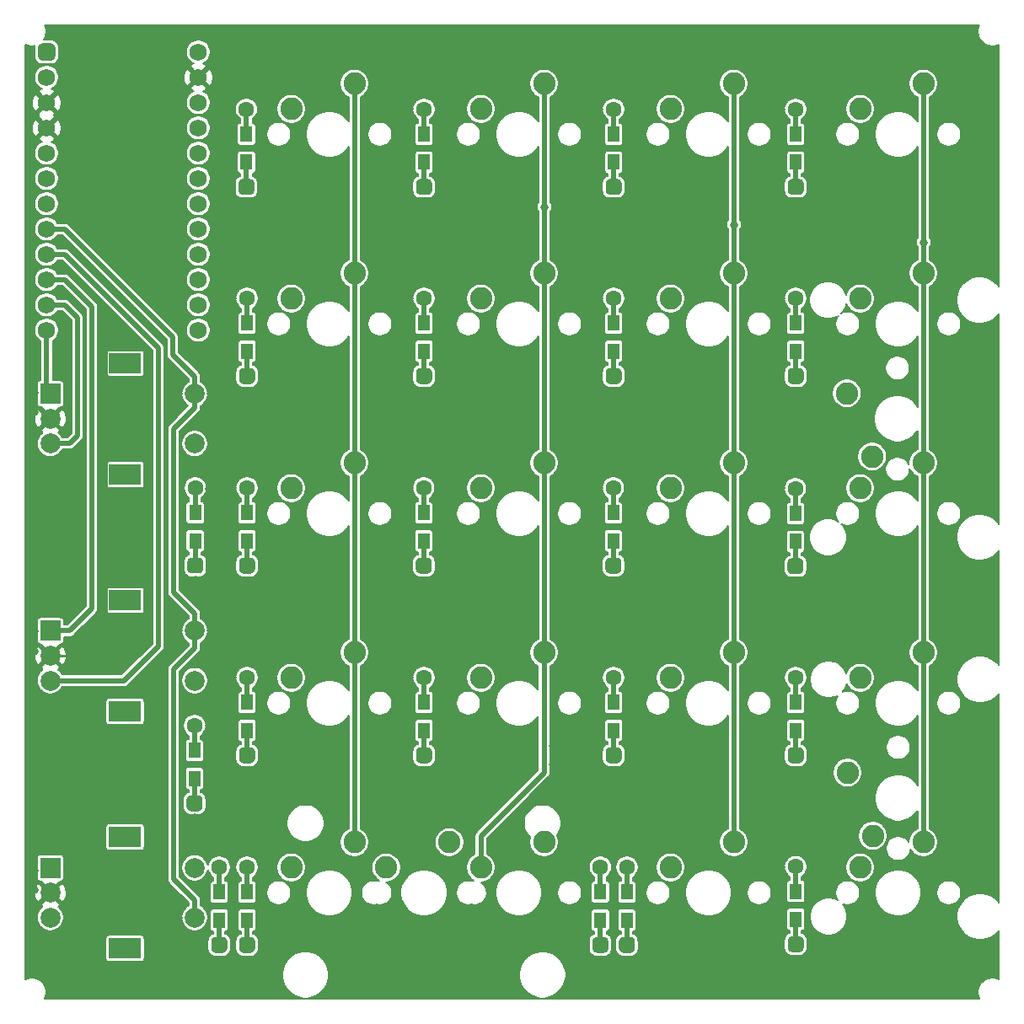
<source format=gbl>
G04 #@! TF.GenerationSoftware,KiCad,Pcbnew,5.99.0+really5.1.10+dfsg1-1*
G04 #@! TF.CreationDate,2021-05-18T01:02:47-04:00*
G04 #@! TF.ProjectId,numpad_0,6e756d70-6164-45f3-902e-6b696361645f,rev?*
G04 #@! TF.SameCoordinates,Original*
G04 #@! TF.FileFunction,Copper,L2,Bot*
G04 #@! TF.FilePolarity,Positive*
%FSLAX46Y46*%
G04 Gerber Fmt 4.6, Leading zero omitted, Abs format (unit mm)*
G04 Created by KiCad (PCBNEW 5.99.0+really5.1.10+dfsg1-1) date 2021-05-18 01:02:47*
%MOMM*%
%LPD*%
G01*
G04 APERTURE LIST*
G04 #@! TA.AperFunction,ComponentPad*
%ADD10C,2.250000*%
G04 #@! TD*
G04 #@! TA.AperFunction,ComponentPad*
%ADD11C,1.752600*%
G04 #@! TD*
G04 #@! TA.AperFunction,ComponentPad*
%ADD12C,2.000000*%
G04 #@! TD*
G04 #@! TA.AperFunction,ComponentPad*
%ADD13R,3.200000X2.000000*%
G04 #@! TD*
G04 #@! TA.AperFunction,ComponentPad*
%ADD14R,2.000000X2.000000*%
G04 #@! TD*
G04 #@! TA.AperFunction,ComponentPad*
%ADD15C,1.600000*%
G04 #@! TD*
G04 #@! TA.AperFunction,SMDPad,CuDef*
%ADD16R,0.500000X2.900000*%
G04 #@! TD*
G04 #@! TA.AperFunction,SMDPad,CuDef*
%ADD17R,1.200000X1.600000*%
G04 #@! TD*
G04 #@! TA.AperFunction,ViaPad*
%ADD18C,0.800000*%
G04 #@! TD*
G04 #@! TA.AperFunction,Conductor*
%ADD19C,0.508000*%
G04 #@! TD*
G04 #@! TA.AperFunction,Conductor*
%ADD20C,0.254000*%
G04 #@! TD*
G04 #@! TA.AperFunction,Conductor*
%ADD21C,0.203200*%
G04 #@! TD*
G04 #@! TA.AperFunction,Conductor*
%ADD22C,0.150000*%
G04 #@! TD*
G04 APERTURE END LIST*
D10*
X34163000Y-6985000D03*
X27813000Y-9525000D03*
D11*
X18478500Y-3810000D03*
X3238500Y-31750000D03*
X18478500Y-6350000D03*
X18478500Y-8890000D03*
X18478500Y-11430000D03*
X18478500Y-13970000D03*
X18478500Y-16510000D03*
X18478500Y-19050000D03*
X18478500Y-21590000D03*
X18478500Y-24130000D03*
X18478500Y-26670000D03*
X18478500Y-29210000D03*
X18478500Y-31750000D03*
X3238500Y-29210000D03*
X3238500Y-26670000D03*
X3238500Y-24130000D03*
X3238500Y-21590000D03*
X3238500Y-19050000D03*
X3238500Y-16510000D03*
X3238500Y-13970000D03*
X3238500Y-11430000D03*
X3238500Y-8890000D03*
X3238500Y-6350000D03*
G04 #@! TA.AperFunction,ComponentPad*
G36*
G01*
X2800350Y-2933700D02*
X3676650Y-2933700D01*
G75*
G02*
X4114800Y-3371850I0J-438150D01*
G01*
X4114800Y-4248150D01*
G75*
G02*
X3676650Y-4686300I-438150J0D01*
G01*
X2800350Y-4686300D01*
G75*
G02*
X2362200Y-4248150I0J438150D01*
G01*
X2362200Y-3371850D01*
G75*
G02*
X2800350Y-2933700I438150J0D01*
G01*
G37*
G04 #@! TD.AperFunction*
D10*
X72263000Y-26035000D03*
X65913000Y-28575000D03*
X53213000Y-26035000D03*
X46863000Y-28575000D03*
X83693000Y-76200000D03*
X86233000Y-82550000D03*
X83629500Y-38100000D03*
X86169500Y-44450000D03*
X43688000Y-83185000D03*
X37338000Y-85725000D03*
D12*
X18112500Y-90765000D03*
X18112500Y-85765000D03*
D13*
X11112500Y-93865000D03*
X11112500Y-82665000D03*
D12*
X3612500Y-90765000D03*
X3612500Y-88265000D03*
D14*
X3612500Y-85765000D03*
D12*
X18112500Y-66952500D03*
X18112500Y-61952500D03*
D13*
X11112500Y-70052500D03*
X11112500Y-58852500D03*
D12*
X3612500Y-66952500D03*
X3612500Y-64452500D03*
D14*
X3612500Y-61952500D03*
D12*
X18112500Y-43140000D03*
X18112500Y-38140000D03*
D13*
X11112500Y-46240000D03*
X11112500Y-35040000D03*
D12*
X3612500Y-43140000D03*
X3612500Y-40640000D03*
D14*
X3612500Y-38140000D03*
G04 #@! TA.AperFunction,ComponentPad*
G36*
G01*
X17697500Y-78474500D02*
X18497500Y-78474500D01*
G75*
G02*
X18897500Y-78874500I0J-400000D01*
G01*
X18897500Y-79674500D01*
G75*
G02*
X18497500Y-80074500I-400000J0D01*
G01*
X17697500Y-80074500D01*
G75*
G02*
X17297500Y-79674500I0J400000D01*
G01*
X17297500Y-78874500D01*
G75*
G02*
X17697500Y-78474500I400000J0D01*
G01*
G37*
G04 #@! TD.AperFunction*
D15*
X18097500Y-71474500D03*
D16*
X18097500Y-77874500D03*
D17*
X18097500Y-76774500D03*
X18097500Y-73974500D03*
D16*
X18097500Y-72874500D03*
G04 #@! TA.AperFunction,ComponentPad*
G36*
G01*
X17761000Y-54595500D02*
X18561000Y-54595500D01*
G75*
G02*
X18961000Y-54995500I0J-400000D01*
G01*
X18961000Y-55795500D01*
G75*
G02*
X18561000Y-56195500I-400000J0D01*
G01*
X17761000Y-56195500D01*
G75*
G02*
X17361000Y-55795500I0J400000D01*
G01*
X17361000Y-54995500D01*
G75*
G02*
X17761000Y-54595500I400000J0D01*
G01*
G37*
G04 #@! TD.AperFunction*
D15*
X18161000Y-47595500D03*
D16*
X18161000Y-53995500D03*
D17*
X18161000Y-52895500D03*
X18161000Y-50095500D03*
D16*
X18161000Y-48995500D03*
D10*
X91313000Y-83185000D03*
X84963000Y-85725000D03*
X72263000Y-83185000D03*
X65913000Y-85725000D03*
X53213000Y-83185000D03*
X46863000Y-85725000D03*
X34163000Y-83185000D03*
X27813000Y-85725000D03*
G04 #@! TA.AperFunction,ComponentPad*
G36*
G01*
X78086000Y-92635000D02*
X78886000Y-92635000D01*
G75*
G02*
X79286000Y-93035000I0J-400000D01*
G01*
X79286000Y-93835000D01*
G75*
G02*
X78886000Y-94235000I-400000J0D01*
G01*
X78086000Y-94235000D01*
G75*
G02*
X77686000Y-93835000I0J400000D01*
G01*
X77686000Y-93035000D01*
G75*
G02*
X78086000Y-92635000I400000J0D01*
G01*
G37*
G04 #@! TD.AperFunction*
D15*
X78486000Y-85635000D03*
D16*
X78486000Y-92035000D03*
D17*
X78486000Y-90935000D03*
X78486000Y-88135000D03*
D16*
X78486000Y-87035000D03*
G04 #@! TA.AperFunction,ComponentPad*
G36*
G01*
X61131500Y-92698500D02*
X61931500Y-92698500D01*
G75*
G02*
X62331500Y-93098500I0J-400000D01*
G01*
X62331500Y-93898500D01*
G75*
G02*
X61931500Y-94298500I-400000J0D01*
G01*
X61131500Y-94298500D01*
G75*
G02*
X60731500Y-93898500I0J400000D01*
G01*
X60731500Y-93098500D01*
G75*
G02*
X61131500Y-92698500I400000J0D01*
G01*
G37*
G04 #@! TD.AperFunction*
D15*
X61531500Y-85698500D03*
D16*
X61531500Y-92098500D03*
D17*
X61531500Y-90998500D03*
X61531500Y-88198500D03*
D16*
X61531500Y-87098500D03*
G04 #@! TA.AperFunction,ComponentPad*
G36*
G01*
X58464500Y-92698500D02*
X59264500Y-92698500D01*
G75*
G02*
X59664500Y-93098500I0J-400000D01*
G01*
X59664500Y-93898500D01*
G75*
G02*
X59264500Y-94298500I-400000J0D01*
G01*
X58464500Y-94298500D01*
G75*
G02*
X58064500Y-93898500I0J400000D01*
G01*
X58064500Y-93098500D01*
G75*
G02*
X58464500Y-92698500I400000J0D01*
G01*
G37*
G04 #@! TD.AperFunction*
D15*
X58864500Y-85698500D03*
D16*
X58864500Y-92098500D03*
D17*
X58864500Y-90998500D03*
X58864500Y-88198500D03*
D16*
X58864500Y-87098500D03*
G04 #@! TA.AperFunction,ComponentPad*
G36*
G01*
X22968000Y-92698500D02*
X23768000Y-92698500D01*
G75*
G02*
X24168000Y-93098500I0J-400000D01*
G01*
X24168000Y-93898500D01*
G75*
G02*
X23768000Y-94298500I-400000J0D01*
G01*
X22968000Y-94298500D01*
G75*
G02*
X22568000Y-93898500I0J400000D01*
G01*
X22568000Y-93098500D01*
G75*
G02*
X22968000Y-92698500I400000J0D01*
G01*
G37*
G04 #@! TD.AperFunction*
D15*
X23368000Y-85698500D03*
D16*
X23368000Y-92098500D03*
D17*
X23368000Y-90998500D03*
X23368000Y-88198500D03*
D16*
X23368000Y-87098500D03*
D10*
X91313000Y-64135000D03*
X84963000Y-66675000D03*
X91313000Y-45085000D03*
X84963000Y-47625000D03*
X91313000Y-26035000D03*
X84963000Y-28575000D03*
X91313000Y-6985000D03*
X84963000Y-9525000D03*
G04 #@! TA.AperFunction,ComponentPad*
G36*
G01*
X20174000Y-92698500D02*
X20974000Y-92698500D01*
G75*
G02*
X21374000Y-93098500I0J-400000D01*
G01*
X21374000Y-93898500D01*
G75*
G02*
X20974000Y-94298500I-400000J0D01*
G01*
X20174000Y-94298500D01*
G75*
G02*
X19774000Y-93898500I0J400000D01*
G01*
X19774000Y-93098500D01*
G75*
G02*
X20174000Y-92698500I400000J0D01*
G01*
G37*
G04 #@! TD.AperFunction*
D15*
X20574000Y-85698500D03*
D16*
X20574000Y-92098500D03*
D17*
X20574000Y-90998500D03*
X20574000Y-88198500D03*
D16*
X20574000Y-87098500D03*
G04 #@! TA.AperFunction,ComponentPad*
G36*
G01*
X78086000Y-73648500D02*
X78886000Y-73648500D01*
G75*
G02*
X79286000Y-74048500I0J-400000D01*
G01*
X79286000Y-74848500D01*
G75*
G02*
X78886000Y-75248500I-400000J0D01*
G01*
X78086000Y-75248500D01*
G75*
G02*
X77686000Y-74848500I0J400000D01*
G01*
X77686000Y-74048500D01*
G75*
G02*
X78086000Y-73648500I400000J0D01*
G01*
G37*
G04 #@! TD.AperFunction*
D15*
X78486000Y-66648500D03*
D16*
X78486000Y-73048500D03*
D17*
X78486000Y-71948500D03*
X78486000Y-69148500D03*
D16*
X78486000Y-68048500D03*
G04 #@! TA.AperFunction,ComponentPad*
G36*
G01*
X78060600Y-54662000D02*
X78860600Y-54662000D01*
G75*
G02*
X79260600Y-55062000I0J-400000D01*
G01*
X79260600Y-55862000D01*
G75*
G02*
X78860600Y-56262000I-400000J0D01*
G01*
X78060600Y-56262000D01*
G75*
G02*
X77660600Y-55862000I0J400000D01*
G01*
X77660600Y-55062000D01*
G75*
G02*
X78060600Y-54662000I400000J0D01*
G01*
G37*
G04 #@! TD.AperFunction*
D15*
X78460600Y-47662000D03*
D16*
X78460600Y-54062000D03*
D17*
X78460600Y-52962000D03*
X78460600Y-50162000D03*
D16*
X78460600Y-49062000D03*
G04 #@! TA.AperFunction,ComponentPad*
G36*
G01*
X78086000Y-35548500D02*
X78886000Y-35548500D01*
G75*
G02*
X79286000Y-35948500I0J-400000D01*
G01*
X79286000Y-36748500D01*
G75*
G02*
X78886000Y-37148500I-400000J0D01*
G01*
X78086000Y-37148500D01*
G75*
G02*
X77686000Y-36748500I0J400000D01*
G01*
X77686000Y-35948500D01*
G75*
G02*
X78086000Y-35548500I400000J0D01*
G01*
G37*
G04 #@! TD.AperFunction*
D15*
X78486000Y-28548500D03*
D16*
X78486000Y-34948500D03*
D17*
X78486000Y-33848500D03*
X78486000Y-31048500D03*
D16*
X78486000Y-29948500D03*
G04 #@! TA.AperFunction,ComponentPad*
G36*
G01*
X78086000Y-16562000D02*
X78886000Y-16562000D01*
G75*
G02*
X79286000Y-16962000I0J-400000D01*
G01*
X79286000Y-17762000D01*
G75*
G02*
X78886000Y-18162000I-400000J0D01*
G01*
X78086000Y-18162000D01*
G75*
G02*
X77686000Y-17762000I0J400000D01*
G01*
X77686000Y-16962000D01*
G75*
G02*
X78086000Y-16562000I400000J0D01*
G01*
G37*
G04 #@! TD.AperFunction*
D15*
X78486000Y-9562000D03*
D16*
X78486000Y-15962000D03*
D17*
X78486000Y-14862000D03*
X78486000Y-12062000D03*
D16*
X78486000Y-10962000D03*
G04 #@! TA.AperFunction,ComponentPad*
G36*
G01*
X59798000Y-73648500D02*
X60598000Y-73648500D01*
G75*
G02*
X60998000Y-74048500I0J-400000D01*
G01*
X60998000Y-74848500D01*
G75*
G02*
X60598000Y-75248500I-400000J0D01*
G01*
X59798000Y-75248500D01*
G75*
G02*
X59398000Y-74848500I0J400000D01*
G01*
X59398000Y-74048500D01*
G75*
G02*
X59798000Y-73648500I400000J0D01*
G01*
G37*
G04 #@! TD.AperFunction*
D15*
X60198000Y-66648500D03*
D16*
X60198000Y-73048500D03*
D17*
X60198000Y-71948500D03*
X60198000Y-69148500D03*
D16*
X60198000Y-68048500D03*
G04 #@! TA.AperFunction,ComponentPad*
G36*
G01*
X59772600Y-54598500D02*
X60572600Y-54598500D01*
G75*
G02*
X60972600Y-54998500I0J-400000D01*
G01*
X60972600Y-55798500D01*
G75*
G02*
X60572600Y-56198500I-400000J0D01*
G01*
X59772600Y-56198500D01*
G75*
G02*
X59372600Y-55798500I0J400000D01*
G01*
X59372600Y-54998500D01*
G75*
G02*
X59772600Y-54598500I400000J0D01*
G01*
G37*
G04 #@! TD.AperFunction*
D15*
X60172600Y-47598500D03*
D16*
X60172600Y-53998500D03*
D17*
X60172600Y-52898500D03*
X60172600Y-50098500D03*
D16*
X60172600Y-48998500D03*
G04 #@! TA.AperFunction,ComponentPad*
G36*
G01*
X59798000Y-35548500D02*
X60598000Y-35548500D01*
G75*
G02*
X60998000Y-35948500I0J-400000D01*
G01*
X60998000Y-36748500D01*
G75*
G02*
X60598000Y-37148500I-400000J0D01*
G01*
X59798000Y-37148500D01*
G75*
G02*
X59398000Y-36748500I0J400000D01*
G01*
X59398000Y-35948500D01*
G75*
G02*
X59798000Y-35548500I400000J0D01*
G01*
G37*
G04 #@! TD.AperFunction*
D15*
X60198000Y-28548500D03*
D16*
X60198000Y-34948500D03*
D17*
X60198000Y-33848500D03*
X60198000Y-31048500D03*
D16*
X60198000Y-29948500D03*
G04 #@! TA.AperFunction,ComponentPad*
G36*
G01*
X59798000Y-16562000D02*
X60598000Y-16562000D01*
G75*
G02*
X60998000Y-16962000I0J-400000D01*
G01*
X60998000Y-17762000D01*
G75*
G02*
X60598000Y-18162000I-400000J0D01*
G01*
X59798000Y-18162000D01*
G75*
G02*
X59398000Y-17762000I0J400000D01*
G01*
X59398000Y-16962000D01*
G75*
G02*
X59798000Y-16562000I400000J0D01*
G01*
G37*
G04 #@! TD.AperFunction*
D15*
X60198000Y-9562000D03*
D16*
X60198000Y-15962000D03*
D17*
X60198000Y-14862000D03*
X60198000Y-12062000D03*
D16*
X60198000Y-10962000D03*
G04 #@! TA.AperFunction,ComponentPad*
G36*
G01*
X40748000Y-73648500D02*
X41548000Y-73648500D01*
G75*
G02*
X41948000Y-74048500I0J-400000D01*
G01*
X41948000Y-74848500D01*
G75*
G02*
X41548000Y-75248500I-400000J0D01*
G01*
X40748000Y-75248500D01*
G75*
G02*
X40348000Y-74848500I0J400000D01*
G01*
X40348000Y-74048500D01*
G75*
G02*
X40748000Y-73648500I400000J0D01*
G01*
G37*
G04 #@! TD.AperFunction*
D15*
X41148000Y-66648500D03*
D16*
X41148000Y-73048500D03*
D17*
X41148000Y-71948500D03*
X41148000Y-69148500D03*
D16*
X41148000Y-68048500D03*
G04 #@! TA.AperFunction,ComponentPad*
G36*
G01*
X40722600Y-54598500D02*
X41522600Y-54598500D01*
G75*
G02*
X41922600Y-54998500I0J-400000D01*
G01*
X41922600Y-55798500D01*
G75*
G02*
X41522600Y-56198500I-400000J0D01*
G01*
X40722600Y-56198500D01*
G75*
G02*
X40322600Y-55798500I0J400000D01*
G01*
X40322600Y-54998500D01*
G75*
G02*
X40722600Y-54598500I400000J0D01*
G01*
G37*
G04 #@! TD.AperFunction*
D15*
X41122600Y-47598500D03*
D16*
X41122600Y-53998500D03*
D17*
X41122600Y-52898500D03*
X41122600Y-50098500D03*
D16*
X41122600Y-48998500D03*
G04 #@! TA.AperFunction,ComponentPad*
G36*
G01*
X40748000Y-35548500D02*
X41548000Y-35548500D01*
G75*
G02*
X41948000Y-35948500I0J-400000D01*
G01*
X41948000Y-36748500D01*
G75*
G02*
X41548000Y-37148500I-400000J0D01*
G01*
X40748000Y-37148500D01*
G75*
G02*
X40348000Y-36748500I0J400000D01*
G01*
X40348000Y-35948500D01*
G75*
G02*
X40748000Y-35548500I400000J0D01*
G01*
G37*
G04 #@! TD.AperFunction*
D15*
X41148000Y-28548500D03*
D16*
X41148000Y-34948500D03*
D17*
X41148000Y-33848500D03*
X41148000Y-31048500D03*
D16*
X41148000Y-29948500D03*
G04 #@! TA.AperFunction,ComponentPad*
G36*
G01*
X40748000Y-16562000D02*
X41548000Y-16562000D01*
G75*
G02*
X41948000Y-16962000I0J-400000D01*
G01*
X41948000Y-17762000D01*
G75*
G02*
X41548000Y-18162000I-400000J0D01*
G01*
X40748000Y-18162000D01*
G75*
G02*
X40348000Y-17762000I0J400000D01*
G01*
X40348000Y-16962000D01*
G75*
G02*
X40748000Y-16562000I400000J0D01*
G01*
G37*
G04 #@! TD.AperFunction*
D15*
X41148000Y-9562000D03*
D16*
X41148000Y-15962000D03*
D17*
X41148000Y-14862000D03*
X41148000Y-12062000D03*
D16*
X41148000Y-10962000D03*
G04 #@! TA.AperFunction,ComponentPad*
G36*
G01*
X22968000Y-73648500D02*
X23768000Y-73648500D01*
G75*
G02*
X24168000Y-74048500I0J-400000D01*
G01*
X24168000Y-74848500D01*
G75*
G02*
X23768000Y-75248500I-400000J0D01*
G01*
X22968000Y-75248500D01*
G75*
G02*
X22568000Y-74848500I0J400000D01*
G01*
X22568000Y-74048500D01*
G75*
G02*
X22968000Y-73648500I400000J0D01*
G01*
G37*
G04 #@! TD.AperFunction*
D15*
X23368000Y-66648500D03*
D16*
X23368000Y-73048500D03*
D17*
X23368000Y-71948500D03*
X23368000Y-69148500D03*
D16*
X23368000Y-68048500D03*
G04 #@! TA.AperFunction,ComponentPad*
G36*
G01*
X22968000Y-54598500D02*
X23768000Y-54598500D01*
G75*
G02*
X24168000Y-54998500I0J-400000D01*
G01*
X24168000Y-55798500D01*
G75*
G02*
X23768000Y-56198500I-400000J0D01*
G01*
X22968000Y-56198500D01*
G75*
G02*
X22568000Y-55798500I0J400000D01*
G01*
X22568000Y-54998500D01*
G75*
G02*
X22968000Y-54598500I400000J0D01*
G01*
G37*
G04 #@! TD.AperFunction*
D15*
X23368000Y-47598500D03*
D16*
X23368000Y-53998500D03*
D17*
X23368000Y-52898500D03*
X23368000Y-50098500D03*
D16*
X23368000Y-48998500D03*
G04 #@! TA.AperFunction,ComponentPad*
G36*
G01*
X22968000Y-35548500D02*
X23768000Y-35548500D01*
G75*
G02*
X24168000Y-35948500I0J-400000D01*
G01*
X24168000Y-36748500D01*
G75*
G02*
X23768000Y-37148500I-400000J0D01*
G01*
X22968000Y-37148500D01*
G75*
G02*
X22568000Y-36748500I0J400000D01*
G01*
X22568000Y-35948500D01*
G75*
G02*
X22968000Y-35548500I400000J0D01*
G01*
G37*
G04 #@! TD.AperFunction*
D15*
X23368000Y-28548500D03*
D16*
X23368000Y-34948500D03*
D17*
X23368000Y-33848500D03*
X23368000Y-31048500D03*
D16*
X23368000Y-29948500D03*
G04 #@! TA.AperFunction,ComponentPad*
G36*
G01*
X22904500Y-16562000D02*
X23704500Y-16562000D01*
G75*
G02*
X24104500Y-16962000I0J-400000D01*
G01*
X24104500Y-17762000D01*
G75*
G02*
X23704500Y-18162000I-400000J0D01*
G01*
X22904500Y-18162000D01*
G75*
G02*
X22504500Y-17762000I0J400000D01*
G01*
X22504500Y-16962000D01*
G75*
G02*
X22904500Y-16562000I400000J0D01*
G01*
G37*
G04 #@! TD.AperFunction*
D15*
X23304500Y-9562000D03*
D16*
X23304500Y-15962000D03*
D17*
X23304500Y-14862000D03*
X23304500Y-12062000D03*
D16*
X23304500Y-10962000D03*
D10*
X72263000Y-64135000D03*
X65913000Y-66675000D03*
X72263000Y-45085000D03*
X65913000Y-47625000D03*
X72263000Y-6985000D03*
X65913000Y-9525000D03*
X53213000Y-64135000D03*
X46863000Y-66675000D03*
X53213000Y-45085000D03*
X46863000Y-47625000D03*
X53213000Y-6985000D03*
X46863000Y-9525000D03*
X34163000Y-64135000D03*
X27813000Y-66675000D03*
X34163000Y-45085000D03*
X27813000Y-47625000D03*
X34163000Y-26035000D03*
X27813000Y-28575000D03*
D18*
X33274000Y-20256500D03*
X35115500Y-20256500D03*
X33274000Y-22034500D03*
X35115500Y-22034500D03*
X54610000Y-5588000D03*
X54610000Y-8382000D03*
X51816000Y-8382000D03*
X51816000Y-5588000D03*
X73660000Y-5588000D03*
X73660000Y-8382000D03*
X70866000Y-8382000D03*
X70866000Y-5588000D03*
X92710000Y-5588000D03*
X92710000Y-8382000D03*
X89916000Y-8382000D03*
X89916000Y-5588000D03*
X92710000Y-24638000D03*
X92710000Y-27432000D03*
X89916000Y-27432000D03*
X89916000Y-24638000D03*
X73660000Y-24638000D03*
X73660000Y-27432000D03*
X70866000Y-27432000D03*
X70866000Y-24638000D03*
X54610000Y-24638000D03*
X54610000Y-27432000D03*
X51816000Y-27432000D03*
X51816000Y-24638000D03*
X35560000Y-24638000D03*
X35560000Y-27432000D03*
X32766000Y-27432000D03*
X32766000Y-24638000D03*
X35560000Y-43688000D03*
X35560000Y-46482000D03*
X32766000Y-46482000D03*
X32766000Y-43688000D03*
X54610000Y-43688000D03*
X54610000Y-46482000D03*
X51816000Y-46482000D03*
X51816000Y-43688000D03*
X73660000Y-43688000D03*
X73660000Y-46482000D03*
X70866000Y-46482000D03*
X70866000Y-43688000D03*
X92710000Y-43688000D03*
X92710000Y-46482000D03*
X89916000Y-43688000D03*
X92710000Y-62738000D03*
X92710000Y-65532000D03*
X89916000Y-65532000D03*
X89916000Y-62738000D03*
X73660000Y-62738000D03*
X73660000Y-65532000D03*
X70866000Y-65532000D03*
X70866000Y-62738000D03*
X54610000Y-62738000D03*
X54610000Y-65532000D03*
X51816000Y-65532000D03*
X51816000Y-62738000D03*
X35560000Y-62738000D03*
X35560000Y-65532000D03*
X32766000Y-65532000D03*
X32766000Y-62738000D03*
X73660000Y-81788000D03*
X73660000Y-84582000D03*
X70866000Y-81788000D03*
X92710000Y-81788000D03*
X92710000Y-84582000D03*
X89916000Y-81788000D03*
X48260000Y-84328000D03*
X48260000Y-87122000D03*
X45466000Y-84328000D03*
X92265500Y-22034500D03*
X90424000Y-23812500D03*
X90424000Y-22034500D03*
X92265500Y-23812500D03*
X72294750Y-21145500D03*
X73215500Y-22034500D03*
X71374000Y-22034500D03*
X71374000Y-20256500D03*
X73215500Y-20256500D03*
X52324000Y-20256500D03*
X54165500Y-20256500D03*
X52324000Y-18478500D03*
X54165500Y-18478500D03*
X53244750Y-19367500D03*
X4445000Y-30480000D03*
X2032000Y-30480000D03*
X4445000Y-27940000D03*
X2032000Y-27940000D03*
X2032000Y-25400000D03*
X4445000Y-25400000D03*
X2032000Y-22860000D03*
X4445000Y-22860000D03*
X4445000Y-20320000D03*
X2032000Y-20320000D03*
X2032000Y-17780000D03*
X4445000Y-17780000D03*
X4445000Y-15240000D03*
X4445000Y-12700000D03*
X4445000Y-10160000D03*
X4445000Y-7620000D03*
X2032000Y-15240000D03*
X2032000Y-12700000D03*
X2032000Y-10160000D03*
X2032000Y-7620000D03*
X17272000Y-30480000D03*
X19748500Y-30480000D03*
X19748500Y-27940000D03*
X19748500Y-25400000D03*
X19748500Y-22860000D03*
X19748500Y-20320000D03*
X19748500Y-17780000D03*
X19748500Y-15240000D03*
X19748500Y-12700000D03*
X19748500Y-10160000D03*
X19748500Y-7620000D03*
X19748500Y-5080000D03*
X19748500Y-2540000D03*
X17272000Y-27940000D03*
X17272000Y-25400000D03*
X17272000Y-22860000D03*
X17272000Y-20320000D03*
X17272000Y-17780000D03*
X17272000Y-15240000D03*
X17272000Y-12700000D03*
X17272000Y-10160000D03*
X17272000Y-7620000D03*
X17272000Y-5080000D03*
X17272000Y-2540000D03*
X19748500Y-32956500D03*
X17272000Y-32956500D03*
X4445000Y-33020000D03*
X2032000Y-33020000D03*
X32766000Y-5588000D03*
X32766000Y-8382000D03*
X35560000Y-8382000D03*
X35560000Y-5588000D03*
X32766000Y-81788000D03*
X35560000Y-81788000D03*
X35560000Y-84582000D03*
X32766000Y-84582000D03*
X42418000Y-16129000D03*
X39687500Y-9525000D03*
X24511000Y-16129000D03*
X21844000Y-9525000D03*
X58737500Y-9588500D03*
X61468000Y-16129000D03*
X79756000Y-16065500D03*
X77025500Y-9588500D03*
X77025500Y-28575000D03*
X79756000Y-35115500D03*
X58737500Y-28575000D03*
X61468000Y-35115500D03*
X39687500Y-28575000D03*
X42418000Y-35052000D03*
X21907500Y-28575000D03*
X24638000Y-35115500D03*
X18161000Y-56832500D03*
X19558000Y-47688500D03*
X18097500Y-80708500D03*
X21971000Y-94488000D03*
X24638000Y-73215500D03*
X21971000Y-84391500D03*
X77025500Y-85661500D03*
X79692500Y-70548500D03*
X77279500Y-70548500D03*
X61404500Y-70548500D03*
X58991500Y-70548500D03*
X42354500Y-70548500D03*
X39687500Y-66675000D03*
X21907500Y-66675000D03*
X19558000Y-71501000D03*
X24638000Y-54165500D03*
X21907500Y-47625000D03*
X42418000Y-54102000D03*
X39687500Y-47625000D03*
X61404500Y-54165500D03*
X58737500Y-47625000D03*
X77025500Y-47625000D03*
X16484600Y-90754200D03*
X16484600Y-61950600D03*
X16484600Y-38125400D03*
X19735800Y-38125400D03*
X19735800Y-61950600D03*
X33274000Y-16446500D03*
X35115500Y-16446500D03*
X33210500Y-35369500D03*
X35179000Y-35369500D03*
X35115500Y-37274500D03*
X33210500Y-37274500D03*
X35115500Y-54483000D03*
X33274000Y-56324500D03*
X35115500Y-56324500D03*
X33274000Y-54483000D03*
X52324000Y-16446500D03*
X54165500Y-16446500D03*
X71374000Y-16446500D03*
X73215500Y-16446500D03*
X73215500Y-18288000D03*
X71374000Y-18288000D03*
X54165500Y-22034500D03*
X52324000Y-22034500D03*
X54165500Y-35433000D03*
X52324000Y-35433000D03*
X52324000Y-37274500D03*
X54165500Y-37274500D03*
X35115500Y-73533000D03*
X33274000Y-75374500D03*
X35115500Y-75374500D03*
X33274000Y-73533000D03*
X52260500Y-75374500D03*
X54102000Y-73533000D03*
X54102000Y-75374500D03*
X52260500Y-73533000D03*
X73215500Y-73533000D03*
X71374000Y-73533000D03*
X73215500Y-75374500D03*
X71374000Y-75374500D03*
X73215500Y-54483000D03*
X71374000Y-56324500D03*
X71374000Y-54483000D03*
X73215500Y-56324500D03*
X54165500Y-54483000D03*
X52324000Y-54483000D03*
X54165500Y-56324500D03*
X52324000Y-56324500D03*
X71374000Y-35433000D03*
X73215500Y-37274500D03*
X73215500Y-35433000D03*
X71374000Y-37274500D03*
X2032000Y-5080000D03*
X4445000Y-2476500D03*
X4445000Y-5080000D03*
X79692500Y-54229000D03*
X70866000Y-84582000D03*
X79756000Y-92202000D03*
X60198000Y-94551500D03*
X60198000Y-84772500D03*
X21971000Y-92456000D03*
X60198000Y-92519500D03*
X19431000Y-54102000D03*
X35115500Y-18478500D03*
X33274000Y-18478500D03*
X6000000Y-2000000D03*
X8000000Y-2000000D03*
X10000000Y-2000000D03*
X12000000Y-2000000D03*
X14000000Y-2000000D03*
X16000000Y-2000000D03*
X22000000Y-2000000D03*
X24000000Y-2000000D03*
X26000000Y-2000000D03*
X28000000Y-2000000D03*
X30000000Y-2000000D03*
X32000000Y-2000000D03*
X34000000Y-2000000D03*
X36000000Y-2000000D03*
X38000000Y-2000000D03*
X40000000Y-2000000D03*
X42000000Y-2000000D03*
X44000000Y-2000000D03*
X46000000Y-2000000D03*
X48000000Y-2000000D03*
X50000000Y-2000000D03*
X52000000Y-2000000D03*
X54000000Y-2000000D03*
X56000000Y-2000000D03*
X58000000Y-2000000D03*
X60000000Y-2000000D03*
X62000000Y-2000000D03*
X64000000Y-2000000D03*
X66000000Y-2000000D03*
X68000000Y-2000000D03*
X70000000Y-2000000D03*
X72000000Y-2000000D03*
X74000000Y-2000000D03*
X76000000Y-2000000D03*
X78000000Y-2000000D03*
X80000000Y-2000000D03*
X82000000Y-2000000D03*
X84000000Y-2000000D03*
X86000000Y-2000000D03*
X88000000Y-2000000D03*
X90000000Y-2000000D03*
X92000000Y-2000000D03*
X94000000Y-2000000D03*
X96000000Y-2000000D03*
X98000000Y-4000000D03*
X98000000Y-6000000D03*
X98000000Y-8000000D03*
X98000000Y-10000000D03*
X98000000Y-12000000D03*
X98000000Y-14000000D03*
X98000000Y-16000000D03*
X98000000Y-18000000D03*
X98000000Y-20000000D03*
X98000000Y-22000000D03*
X98000000Y-24000000D03*
X98000000Y-26000000D03*
X98000000Y-32000000D03*
X98000000Y-34000000D03*
X98000000Y-36000000D03*
X98000000Y-38000000D03*
X98000000Y-40000000D03*
X98000000Y-42000000D03*
X98000000Y-44000000D03*
X98000000Y-46000000D03*
X98000000Y-48000000D03*
X98000000Y-50000000D03*
X98000000Y-56000000D03*
X98000000Y-58000000D03*
X98000000Y-60000000D03*
X98000000Y-62000000D03*
X98000000Y-64000000D03*
X98000000Y-70000000D03*
X98000000Y-72000000D03*
X98000000Y-74000000D03*
X98000000Y-76000000D03*
X98000000Y-78000000D03*
X98000000Y-80000000D03*
X98000000Y-82000000D03*
X98000000Y-84000000D03*
X98000000Y-86000000D03*
X98000000Y-88000000D03*
X98000000Y-94000000D03*
X98000000Y-96000000D03*
X96000000Y-98000000D03*
X94000000Y-98000000D03*
X92000000Y-98000000D03*
X90000000Y-98000000D03*
X88000000Y-98000000D03*
X86000000Y-98000000D03*
X84000000Y-98000000D03*
X82000000Y-98000000D03*
X80000000Y-98000000D03*
X78000000Y-98000000D03*
X76000000Y-98000000D03*
X74000000Y-98000000D03*
X72000000Y-98000000D03*
X70000000Y-98000000D03*
X68000000Y-98000000D03*
X66000000Y-98000000D03*
X64000000Y-98000000D03*
X62000000Y-98000000D03*
X60000000Y-98000000D03*
X58000000Y-98000000D03*
X56000000Y-98000000D03*
X50000000Y-98000000D03*
X48000000Y-98000000D03*
X46000000Y-98000000D03*
X44000000Y-98000000D03*
X42000000Y-98000000D03*
X40000000Y-98000000D03*
X38000000Y-98000000D03*
X36000000Y-98000000D03*
X34000000Y-98000000D03*
X32000000Y-98000000D03*
X26000000Y-98000000D03*
X24000000Y-98000000D03*
X22000000Y-98000000D03*
X20000000Y-98000000D03*
X18000000Y-98000000D03*
X16000000Y-98000000D03*
X14000000Y-98000000D03*
X12000000Y-98000000D03*
X10000000Y-98000000D03*
X8000000Y-98000000D03*
X6000000Y-98000000D03*
X4000000Y-98000000D03*
X2000000Y-96000000D03*
X2000000Y-94000000D03*
X2000000Y-92000000D03*
X2000000Y-90000000D03*
X2000000Y-88000000D03*
X2000000Y-86000000D03*
X2000000Y-84000000D03*
X2000000Y-82000000D03*
X2000000Y-80000000D03*
X2000000Y-78000000D03*
X2000000Y-76000000D03*
X2000000Y-74000000D03*
X2000000Y-72000000D03*
X2000000Y-70000000D03*
X2000000Y-68000000D03*
X2000000Y-66000000D03*
X2000000Y-64000000D03*
X2000000Y-62000000D03*
X2000000Y-60000000D03*
X2000000Y-58000000D03*
X2000000Y-56000000D03*
X2000000Y-54000000D03*
X2000000Y-52000000D03*
X2000000Y-50000000D03*
X2000000Y-48000000D03*
X2000000Y-46000000D03*
X2000000Y-44000000D03*
X2000000Y-42000000D03*
X2000000Y-40000000D03*
X2000000Y-38000000D03*
X2000000Y-36000000D03*
X2000000Y-34000000D03*
X96000000Y-4000000D03*
X96000000Y-96000000D03*
X4000000Y-96000000D03*
X91344750Y-22923500D03*
D19*
X34197901Y-26000099D02*
X34163000Y-26035000D01*
X34197901Y-7019901D02*
X34197901Y-26000099D01*
X34163000Y-6985000D02*
X34197901Y-7019901D01*
X34197901Y-45050099D02*
X34163000Y-45085000D01*
X34197901Y-26069901D02*
X34197901Y-45050099D01*
X34163000Y-26035000D02*
X34197901Y-26069901D01*
X34197901Y-64100099D02*
X34163000Y-64135000D01*
X34197901Y-45119901D02*
X34197901Y-64100099D01*
X34163000Y-45085000D02*
X34197901Y-45119901D01*
X34197901Y-83150099D02*
X34163000Y-83185000D01*
X34197901Y-64169901D02*
X34197901Y-83150099D01*
X34163000Y-64135000D02*
X34197901Y-64169901D01*
X53247901Y-26000099D02*
X53213000Y-26035000D01*
X53247901Y-7019901D02*
X53247901Y-26000099D01*
X53213000Y-6985000D02*
X53247901Y-7019901D01*
X53247901Y-45050099D02*
X53213000Y-45085000D01*
X53247901Y-26069901D02*
X53247901Y-45050099D01*
X53213000Y-26035000D02*
X53247901Y-26069901D01*
X53247901Y-64100099D02*
X53213000Y-64135000D01*
X53247901Y-45119901D02*
X53247901Y-64100099D01*
X53213000Y-45085000D02*
X53247901Y-45119901D01*
X46863000Y-82550000D02*
X46863000Y-85725000D01*
X53213000Y-76200000D02*
X46863000Y-82550000D01*
X53213000Y-64135000D02*
X53213000Y-76200000D01*
X72297901Y-26000099D02*
X72263000Y-26035000D01*
X72297901Y-7019901D02*
X72297901Y-26000099D01*
X72263000Y-6985000D02*
X72297901Y-7019901D01*
X72297901Y-45050099D02*
X72263000Y-45085000D01*
X72297901Y-26069901D02*
X72297901Y-45050099D01*
X72263000Y-26035000D02*
X72297901Y-26069901D01*
X72297901Y-45119901D02*
X72297901Y-64100099D01*
X72297901Y-64100099D02*
X72263000Y-64135000D01*
X72263000Y-45085000D02*
X72297901Y-45119901D01*
X72297901Y-83150099D02*
X72263000Y-83185000D01*
X72297901Y-64169901D02*
X72297901Y-83150099D01*
X72263000Y-64135000D02*
X72297901Y-64169901D01*
X3238500Y-37766000D02*
X3238500Y-31750000D01*
X3612500Y-38140000D02*
X3238500Y-37766000D01*
D20*
X60198000Y-84772500D02*
X60198000Y-92519500D01*
X60198000Y-92519500D02*
X60198000Y-94551500D01*
X21971000Y-84391500D02*
X21971000Y-92456000D01*
X9185499Y-33778399D02*
X9250899Y-33712999D01*
X11009298Y-38125400D02*
X9185499Y-36301601D01*
X11215702Y-38125400D02*
X11009298Y-38125400D01*
X13039501Y-36301601D02*
X11215702Y-38125400D01*
X12974101Y-33712999D02*
X13039501Y-33778399D01*
X9250899Y-33712999D02*
X12974101Y-33712999D01*
X11112500Y-38228602D02*
X11009298Y-38125400D01*
X11112500Y-39446200D02*
X11112500Y-38228602D01*
X12974101Y-47567001D02*
X9250899Y-47567001D01*
X11112500Y-43051398D02*
X11112500Y-39446200D01*
X13039501Y-47501601D02*
X12974101Y-47567001D01*
X9185499Y-44978399D02*
X11112500Y-43051398D01*
X9250899Y-47567001D02*
X9185499Y-47501601D01*
X11112500Y-43053000D02*
X13039501Y-44980001D01*
X11112500Y-39446200D02*
X11112500Y-43053000D01*
X13039501Y-33428816D02*
X13039501Y-34667601D01*
X5010685Y-25400000D02*
X13039501Y-33428816D01*
X4445000Y-25400000D02*
X5010685Y-25400000D01*
X13039501Y-34667601D02*
X13039501Y-36301601D01*
X13039501Y-33778399D02*
X13039501Y-34667601D01*
X9185499Y-29574814D02*
X9185499Y-34852199D01*
X5010685Y-25400000D02*
X9185499Y-29574814D01*
X9185499Y-34852199D02*
X9185499Y-33778399D01*
X9185499Y-36301601D02*
X9185499Y-34852199D01*
X3612500Y-64452500D02*
X8701102Y-64452500D01*
X13039501Y-46421899D02*
X13039501Y-47501601D01*
X13039501Y-44980001D02*
X13039501Y-46421899D01*
X9250899Y-57525499D02*
X9185499Y-57590899D01*
X12974101Y-57525499D02*
X9250899Y-57525499D01*
X13039501Y-57590899D02*
X12974101Y-57525499D01*
X13039501Y-58702799D02*
X13039501Y-57590899D01*
X11113301Y-62040301D02*
X13039501Y-60114101D01*
X8701102Y-64452500D02*
X11113301Y-62040301D01*
X13039501Y-60114101D02*
X13039501Y-58702799D01*
X9185499Y-60112499D02*
X11113301Y-62040301D01*
X13039501Y-58702799D02*
X13039501Y-46421899D01*
X9185499Y-58258299D02*
X9185499Y-45919801D01*
X9185499Y-45919801D02*
X9185499Y-44978399D01*
X9185499Y-47501601D02*
X9185499Y-45919801D01*
X9185499Y-57590899D02*
X9185499Y-58258299D01*
X9185499Y-58258299D02*
X9185499Y-60112499D01*
D19*
X6350000Y-42341800D02*
X6350000Y-30518100D01*
X5041900Y-29210000D02*
X3238500Y-29210000D01*
X6350000Y-30518100D02*
X5041900Y-29210000D01*
X5551800Y-43140000D02*
X6350000Y-42341800D01*
X3612500Y-43140000D02*
X5551800Y-43140000D01*
X5041900Y-21590000D02*
X3238500Y-21590000D01*
X15887700Y-34188400D02*
X15887700Y-32435800D01*
X18112500Y-36413200D02*
X15887700Y-34188400D01*
X15887700Y-32435800D02*
X5041900Y-21590000D01*
X18112500Y-38140000D02*
X18112500Y-36413200D01*
X18112500Y-89042000D02*
X18112500Y-90765000D01*
X15989300Y-86918800D02*
X18112500Y-89042000D01*
X15989300Y-65811400D02*
X15989300Y-86918800D01*
X18112500Y-63688200D02*
X15989300Y-65811400D01*
X18112500Y-61952500D02*
X18112500Y-63688200D01*
X15989300Y-41681400D02*
X15989300Y-58102500D01*
X18112500Y-60225700D02*
X18112500Y-61952500D01*
X15989300Y-58102500D02*
X18112500Y-60225700D01*
X18112500Y-39558200D02*
X15989300Y-41681400D01*
X18112500Y-38140000D02*
X18112500Y-39558200D01*
X7785100Y-59728100D02*
X5560700Y-61952500D01*
X7785100Y-29413200D02*
X7785100Y-59728100D01*
X5041900Y-26670000D02*
X7785100Y-29413200D01*
X5560700Y-61952500D02*
X3612500Y-61952500D01*
X3238500Y-26670000D02*
X5041900Y-26670000D01*
X3612500Y-66952500D02*
X11025500Y-66952500D01*
X11025500Y-66952500D02*
X14452600Y-63525400D01*
X14452600Y-63525400D02*
X14452600Y-33540700D01*
X14452600Y-33540700D02*
X5041900Y-24130000D01*
X5041900Y-24130000D02*
X3238500Y-24130000D01*
X91347901Y-26000099D02*
X91313000Y-26035000D01*
X91347901Y-7019901D02*
X91347901Y-26000099D01*
X91313000Y-6985000D02*
X91347901Y-7019901D01*
X91347901Y-45050099D02*
X91313000Y-45085000D01*
X91347901Y-26069901D02*
X91347901Y-45050099D01*
X91313000Y-26035000D02*
X91347901Y-26069901D01*
X91347901Y-64100099D02*
X91313000Y-64135000D01*
X91347901Y-45119901D02*
X91347901Y-64100099D01*
X91313000Y-45085000D02*
X91347901Y-45119901D01*
X91347901Y-83150099D02*
X91313000Y-83185000D01*
X91347901Y-64169901D02*
X91347901Y-83150099D01*
X91313000Y-64135000D02*
X91347901Y-64169901D01*
D21*
X96850338Y-1325417D02*
X96794400Y-1606636D01*
X96794400Y-1893364D01*
X96850338Y-2174583D01*
X96960064Y-2439485D01*
X97119362Y-2677891D01*
X97322109Y-2880638D01*
X97560515Y-3039936D01*
X97825417Y-3149662D01*
X98106636Y-3205600D01*
X98393364Y-3205600D01*
X98674583Y-3149662D01*
X98898400Y-3056954D01*
X98898400Y-27399048D01*
X98789476Y-27236031D01*
X98462219Y-26908774D01*
X98077405Y-26651650D01*
X97649824Y-26474540D01*
X97195906Y-26384250D01*
X96733094Y-26384250D01*
X96279176Y-26474540D01*
X95851595Y-26651650D01*
X95466781Y-26908774D01*
X95139524Y-27236031D01*
X94882400Y-27620845D01*
X94705290Y-28048426D01*
X94615000Y-28502344D01*
X94615000Y-28965156D01*
X94705290Y-29419074D01*
X94882400Y-29846655D01*
X95139524Y-30231469D01*
X95466781Y-30558726D01*
X95851595Y-30815850D01*
X96279176Y-30992960D01*
X96733094Y-31083250D01*
X97195906Y-31083250D01*
X97649824Y-30992960D01*
X98077405Y-30815850D01*
X98462219Y-30558726D01*
X98789476Y-30231469D01*
X98898400Y-30068452D01*
X98898400Y-51211548D01*
X98789476Y-51048531D01*
X98462219Y-50721274D01*
X98077405Y-50464150D01*
X97649824Y-50287040D01*
X97195906Y-50196750D01*
X96733094Y-50196750D01*
X96279176Y-50287040D01*
X95851595Y-50464150D01*
X95466781Y-50721274D01*
X95139524Y-51048531D01*
X94882400Y-51433345D01*
X94705290Y-51860926D01*
X94615000Y-52314844D01*
X94615000Y-52777656D01*
X94705290Y-53231574D01*
X94882400Y-53659155D01*
X95139524Y-54043969D01*
X95466781Y-54371226D01*
X95851595Y-54628350D01*
X96279176Y-54805460D01*
X96733094Y-54895750D01*
X97195906Y-54895750D01*
X97649824Y-54805460D01*
X98077405Y-54628350D01*
X98462219Y-54371226D01*
X98789476Y-54043969D01*
X98898400Y-53880952D01*
X98898400Y-65404013D01*
X98852976Y-65336031D01*
X98525719Y-65008774D01*
X98140905Y-64751650D01*
X97713324Y-64574540D01*
X97259406Y-64484250D01*
X96796594Y-64484250D01*
X96342676Y-64574540D01*
X95915095Y-64751650D01*
X95530281Y-65008774D01*
X95203024Y-65336031D01*
X94945900Y-65720845D01*
X94768790Y-66148426D01*
X94678500Y-66602344D01*
X94678500Y-67065156D01*
X94768790Y-67519074D01*
X94945900Y-67946655D01*
X95203024Y-68331469D01*
X95530281Y-68658726D01*
X95915095Y-68915850D01*
X96342676Y-69092960D01*
X96796594Y-69183250D01*
X97259406Y-69183250D01*
X97713324Y-69092960D01*
X98140905Y-68915850D01*
X98525719Y-68658726D01*
X98852976Y-68331469D01*
X98898400Y-68263487D01*
X98898400Y-89216513D01*
X98852976Y-89148531D01*
X98525719Y-88821274D01*
X98140905Y-88564150D01*
X97713324Y-88387040D01*
X97259406Y-88296750D01*
X96796594Y-88296750D01*
X96342676Y-88387040D01*
X95915095Y-88564150D01*
X95530281Y-88821274D01*
X95203024Y-89148531D01*
X94945900Y-89533345D01*
X94768790Y-89960926D01*
X94678500Y-90414844D01*
X94678500Y-90877656D01*
X94768790Y-91331574D01*
X94945900Y-91759155D01*
X95203024Y-92143969D01*
X95530281Y-92471226D01*
X95915095Y-92728350D01*
X96342676Y-92905460D01*
X96796594Y-92995750D01*
X97259406Y-92995750D01*
X97713324Y-92905460D01*
X98140905Y-92728350D01*
X98525719Y-92471226D01*
X98852976Y-92143969D01*
X98898400Y-92075987D01*
X98898400Y-96943046D01*
X98674583Y-96850338D01*
X98393364Y-96794400D01*
X98106636Y-96794400D01*
X97825417Y-96850338D01*
X97560515Y-96960064D01*
X97322109Y-97119362D01*
X97119362Y-97322109D01*
X96960064Y-97560515D01*
X96850338Y-97825417D01*
X96794400Y-98106636D01*
X96794400Y-98393364D01*
X96850338Y-98674583D01*
X96943046Y-98898400D01*
X3056954Y-98898400D01*
X3149662Y-98674583D01*
X3205600Y-98393364D01*
X3205600Y-98106636D01*
X3149662Y-97825417D01*
X3039936Y-97560515D01*
X2880638Y-97322109D01*
X2677891Y-97119362D01*
X2439485Y-96960064D01*
X2174583Y-96850338D01*
X1893364Y-96794400D01*
X1606636Y-96794400D01*
X1325417Y-96850338D01*
X1101600Y-96943046D01*
X1101600Y-96288594D01*
X26892250Y-96288594D01*
X26892250Y-96751406D01*
X26982540Y-97205324D01*
X27159650Y-97632905D01*
X27416774Y-98017719D01*
X27744031Y-98344976D01*
X28128845Y-98602100D01*
X28556426Y-98779210D01*
X29010344Y-98869500D01*
X29473156Y-98869500D01*
X29927074Y-98779210D01*
X30354655Y-98602100D01*
X30739469Y-98344976D01*
X31066726Y-98017719D01*
X31323850Y-97632905D01*
X31500960Y-97205324D01*
X31591250Y-96751406D01*
X31591250Y-96288594D01*
X50704750Y-96288594D01*
X50704750Y-96751406D01*
X50795040Y-97205324D01*
X50972150Y-97632905D01*
X51229274Y-98017719D01*
X51556531Y-98344976D01*
X51941345Y-98602100D01*
X52368926Y-98779210D01*
X52822844Y-98869500D01*
X53285656Y-98869500D01*
X53739574Y-98779210D01*
X54167155Y-98602100D01*
X54551969Y-98344976D01*
X54879226Y-98017719D01*
X55136350Y-97632905D01*
X55313460Y-97205324D01*
X55403750Y-96751406D01*
X55403750Y-96288594D01*
X55313460Y-95834676D01*
X55136350Y-95407095D01*
X54879226Y-95022281D01*
X54551969Y-94695024D01*
X54167155Y-94437900D01*
X53739574Y-94260790D01*
X53285656Y-94170500D01*
X52822844Y-94170500D01*
X52368926Y-94260790D01*
X51941345Y-94437900D01*
X51556531Y-94695024D01*
X51229274Y-95022281D01*
X50972150Y-95407095D01*
X50795040Y-95834676D01*
X50704750Y-96288594D01*
X31591250Y-96288594D01*
X31500960Y-95834676D01*
X31323850Y-95407095D01*
X31066726Y-95022281D01*
X30739469Y-94695024D01*
X30354655Y-94437900D01*
X29927074Y-94260790D01*
X29473156Y-94170500D01*
X29010344Y-94170500D01*
X28556426Y-94260790D01*
X28128845Y-94437900D01*
X27744031Y-94695024D01*
X27416774Y-95022281D01*
X27159650Y-95407095D01*
X26982540Y-95834676D01*
X26892250Y-96288594D01*
X1101600Y-96288594D01*
X1101600Y-92865000D01*
X9155180Y-92865000D01*
X9155180Y-94865000D01*
X9162046Y-94934710D01*
X9182379Y-95001740D01*
X9210040Y-95053490D01*
X9210040Y-95064580D01*
X9211992Y-95084401D01*
X9217774Y-95103461D01*
X9227163Y-95121026D01*
X9239798Y-95136422D01*
X9255194Y-95149057D01*
X9272759Y-95158446D01*
X9291819Y-95164228D01*
X9311640Y-95166180D01*
X9321615Y-95166180D01*
X9375760Y-95195121D01*
X9442790Y-95215454D01*
X9512500Y-95222320D01*
X12712500Y-95222320D01*
X12782210Y-95215454D01*
X12849240Y-95195121D01*
X12903385Y-95166180D01*
X12913360Y-95166180D01*
X12933181Y-95164228D01*
X12952241Y-95158446D01*
X12969806Y-95149057D01*
X12985202Y-95136422D01*
X12997837Y-95121026D01*
X13007226Y-95103461D01*
X13013008Y-95084401D01*
X13014960Y-95064580D01*
X13014960Y-95053490D01*
X13042621Y-95001740D01*
X13062954Y-94934710D01*
X13069820Y-94865000D01*
X13069820Y-93098500D01*
X19416680Y-93098500D01*
X19416680Y-93898500D01*
X19431232Y-94046246D01*
X19474328Y-94188314D01*
X19544311Y-94319244D01*
X19638494Y-94434006D01*
X19753256Y-94528189D01*
X19884186Y-94598172D01*
X20026254Y-94641268D01*
X20174000Y-94655820D01*
X20974000Y-94655820D01*
X21121746Y-94641268D01*
X21263814Y-94598172D01*
X21394744Y-94528189D01*
X21509506Y-94434006D01*
X21603689Y-94319244D01*
X21673672Y-94188314D01*
X21716768Y-94046246D01*
X21731320Y-93898500D01*
X21731320Y-93098500D01*
X22210680Y-93098500D01*
X22210680Y-93898500D01*
X22225232Y-94046246D01*
X22268328Y-94188314D01*
X22338311Y-94319244D01*
X22432494Y-94434006D01*
X22547256Y-94528189D01*
X22678186Y-94598172D01*
X22820254Y-94641268D01*
X22968000Y-94655820D01*
X23768000Y-94655820D01*
X23915746Y-94641268D01*
X24057814Y-94598172D01*
X24188744Y-94528189D01*
X24303506Y-94434006D01*
X24397689Y-94319244D01*
X24467672Y-94188314D01*
X24510768Y-94046246D01*
X24525320Y-93898500D01*
X24525320Y-93098500D01*
X57707180Y-93098500D01*
X57707180Y-93898500D01*
X57721732Y-94046246D01*
X57764828Y-94188314D01*
X57834811Y-94319244D01*
X57928994Y-94434006D01*
X58043756Y-94528189D01*
X58174686Y-94598172D01*
X58316754Y-94641268D01*
X58464500Y-94655820D01*
X59264500Y-94655820D01*
X59412246Y-94641268D01*
X59554314Y-94598172D01*
X59685244Y-94528189D01*
X59800006Y-94434006D01*
X59894189Y-94319244D01*
X59964172Y-94188314D01*
X60007268Y-94046246D01*
X60021820Y-93898500D01*
X60021820Y-93098500D01*
X60374180Y-93098500D01*
X60374180Y-93898500D01*
X60388732Y-94046246D01*
X60431828Y-94188314D01*
X60501811Y-94319244D01*
X60595994Y-94434006D01*
X60710756Y-94528189D01*
X60841686Y-94598172D01*
X60983754Y-94641268D01*
X61131500Y-94655820D01*
X61931500Y-94655820D01*
X62079246Y-94641268D01*
X62221314Y-94598172D01*
X62352244Y-94528189D01*
X62467006Y-94434006D01*
X62561189Y-94319244D01*
X62631172Y-94188314D01*
X62674268Y-94046246D01*
X62688820Y-93898500D01*
X62688820Y-93098500D01*
X62682566Y-93035000D01*
X77328680Y-93035000D01*
X77328680Y-93835000D01*
X77343232Y-93982746D01*
X77386328Y-94124814D01*
X77456311Y-94255744D01*
X77550494Y-94370506D01*
X77665256Y-94464689D01*
X77796186Y-94534672D01*
X77938254Y-94577768D01*
X78086000Y-94592320D01*
X78886000Y-94592320D01*
X79033746Y-94577768D01*
X79175814Y-94534672D01*
X79306744Y-94464689D01*
X79421506Y-94370506D01*
X79515689Y-94255744D01*
X79585672Y-94124814D01*
X79628768Y-93982746D01*
X79643320Y-93835000D01*
X79643320Y-93035000D01*
X79628768Y-92887254D01*
X79585672Y-92745186D01*
X79515689Y-92614256D01*
X79421506Y-92499494D01*
X79306744Y-92405311D01*
X79175814Y-92335328D01*
X79093320Y-92310304D01*
X79093320Y-92091599D01*
X79155710Y-92085454D01*
X79222740Y-92065121D01*
X79284516Y-92032101D01*
X79338663Y-91987663D01*
X79383101Y-91933516D01*
X79416121Y-91871740D01*
X79436454Y-91804710D01*
X79443320Y-91735000D01*
X79443320Y-90461126D01*
X79908400Y-90461126D01*
X79908400Y-90831374D01*
X79980632Y-91194509D01*
X80122320Y-91536575D01*
X80328019Y-91844425D01*
X80589825Y-92106231D01*
X80897675Y-92311930D01*
X81239741Y-92453618D01*
X81602876Y-92525850D01*
X81973124Y-92525850D01*
X82336259Y-92453618D01*
X82678325Y-92311930D01*
X82986175Y-92106231D01*
X83247981Y-91844425D01*
X83453680Y-91536575D01*
X83595368Y-91194509D01*
X83667600Y-90831374D01*
X83667600Y-90461126D01*
X83595368Y-90097991D01*
X83453680Y-89755925D01*
X83247981Y-89448075D01*
X83187521Y-89387615D01*
X83334047Y-89448308D01*
X83571797Y-89495600D01*
X83814203Y-89495600D01*
X84051953Y-89448308D01*
X84275908Y-89355543D01*
X84477462Y-89220869D01*
X84648869Y-89049462D01*
X84783543Y-88847908D01*
X84876308Y-88623953D01*
X84923600Y-88386203D01*
X84923600Y-88143797D01*
X84901679Y-88033594D01*
X86423500Y-88033594D01*
X86423500Y-88496406D01*
X86513790Y-88950324D01*
X86690900Y-89377905D01*
X86948024Y-89762719D01*
X87275281Y-90089976D01*
X87660095Y-90347100D01*
X88087676Y-90524210D01*
X88541594Y-90614500D01*
X89004406Y-90614500D01*
X89458324Y-90524210D01*
X89885905Y-90347100D01*
X90270719Y-90089976D01*
X90597976Y-89762719D01*
X90855100Y-89377905D01*
X91032210Y-88950324D01*
X91122500Y-88496406D01*
X91122500Y-88143797D01*
X92622400Y-88143797D01*
X92622400Y-88386203D01*
X92669692Y-88623953D01*
X92762457Y-88847908D01*
X92897131Y-89049462D01*
X93068538Y-89220869D01*
X93270092Y-89355543D01*
X93494047Y-89448308D01*
X93731797Y-89495600D01*
X93974203Y-89495600D01*
X94211953Y-89448308D01*
X94435908Y-89355543D01*
X94637462Y-89220869D01*
X94808869Y-89049462D01*
X94943543Y-88847908D01*
X95036308Y-88623953D01*
X95083600Y-88386203D01*
X95083600Y-88143797D01*
X95036308Y-87906047D01*
X94943543Y-87682092D01*
X94808869Y-87480538D01*
X94637462Y-87309131D01*
X94435908Y-87174457D01*
X94211953Y-87081692D01*
X93974203Y-87034400D01*
X93731797Y-87034400D01*
X93494047Y-87081692D01*
X93270092Y-87174457D01*
X93068538Y-87309131D01*
X92897131Y-87480538D01*
X92762457Y-87682092D01*
X92669692Y-87906047D01*
X92622400Y-88143797D01*
X91122500Y-88143797D01*
X91122500Y-88033594D01*
X91032210Y-87579676D01*
X90855100Y-87152095D01*
X90597976Y-86767281D01*
X90270719Y-86440024D01*
X89885905Y-86182900D01*
X89458324Y-86005790D01*
X89004406Y-85915500D01*
X88541594Y-85915500D01*
X88087676Y-86005790D01*
X87660095Y-86182900D01*
X87275281Y-86440024D01*
X86948024Y-86767281D01*
X86690900Y-87152095D01*
X86513790Y-87579676D01*
X86423500Y-88033594D01*
X84901679Y-88033594D01*
X84876308Y-87906047D01*
X84783543Y-87682092D01*
X84648869Y-87480538D01*
X84477462Y-87309131D01*
X84275908Y-87174457D01*
X84051953Y-87081692D01*
X83814203Y-87034400D01*
X83571797Y-87034400D01*
X83334047Y-87081692D01*
X83110092Y-87174457D01*
X82908538Y-87309131D01*
X82737131Y-87480538D01*
X82602457Y-87682092D01*
X82509692Y-87906047D01*
X82462400Y-88143797D01*
X82462400Y-88386203D01*
X82509692Y-88623953D01*
X82602457Y-88847908D01*
X82701402Y-88995989D01*
X82678325Y-88980570D01*
X82336259Y-88838882D01*
X81973124Y-88766650D01*
X81602876Y-88766650D01*
X81239741Y-88838882D01*
X80897675Y-88980570D01*
X80589825Y-89186269D01*
X80328019Y-89448075D01*
X80122320Y-89755925D01*
X79980632Y-90097991D01*
X79908400Y-90461126D01*
X79443320Y-90461126D01*
X79443320Y-90135000D01*
X79436454Y-90065290D01*
X79416121Y-89998260D01*
X79383101Y-89936484D01*
X79338663Y-89882337D01*
X79284516Y-89837899D01*
X79222740Y-89804879D01*
X79155710Y-89784546D01*
X79086000Y-89777680D01*
X77886000Y-89777680D01*
X77816290Y-89784546D01*
X77749260Y-89804879D01*
X77687484Y-89837899D01*
X77633337Y-89882337D01*
X77588899Y-89936484D01*
X77555879Y-89998260D01*
X77535546Y-90065290D01*
X77528680Y-90135000D01*
X77528680Y-91735000D01*
X77535546Y-91804710D01*
X77555879Y-91871740D01*
X77588899Y-91933516D01*
X77633337Y-91987663D01*
X77687484Y-92032101D01*
X77749260Y-92065121D01*
X77816290Y-92085454D01*
X77878680Y-92091599D01*
X77878680Y-92310304D01*
X77796186Y-92335328D01*
X77665256Y-92405311D01*
X77550494Y-92499494D01*
X77456311Y-92614256D01*
X77386328Y-92745186D01*
X77343232Y-92887254D01*
X77328680Y-93035000D01*
X62682566Y-93035000D01*
X62674268Y-92950754D01*
X62631172Y-92808686D01*
X62561189Y-92677756D01*
X62467006Y-92562994D01*
X62352244Y-92468811D01*
X62221314Y-92398828D01*
X62138820Y-92373804D01*
X62138820Y-92155099D01*
X62201210Y-92148954D01*
X62268240Y-92128621D01*
X62330016Y-92095601D01*
X62384163Y-92051163D01*
X62428601Y-91997016D01*
X62461621Y-91935240D01*
X62481954Y-91868210D01*
X62488820Y-91798500D01*
X62488820Y-90198500D01*
X62481954Y-90128790D01*
X62461621Y-90061760D01*
X62428601Y-89999984D01*
X62384163Y-89945837D01*
X62330016Y-89901399D01*
X62268240Y-89868379D01*
X62201210Y-89848046D01*
X62131500Y-89841180D01*
X60931500Y-89841180D01*
X60861790Y-89848046D01*
X60794760Y-89868379D01*
X60732984Y-89901399D01*
X60678837Y-89945837D01*
X60634399Y-89999984D01*
X60601379Y-90061760D01*
X60581046Y-90128790D01*
X60574180Y-90198500D01*
X60574180Y-91798500D01*
X60581046Y-91868210D01*
X60601379Y-91935240D01*
X60634399Y-91997016D01*
X60678837Y-92051163D01*
X60732984Y-92095601D01*
X60794760Y-92128621D01*
X60861790Y-92148954D01*
X60924180Y-92155099D01*
X60924180Y-92373804D01*
X60841686Y-92398828D01*
X60710756Y-92468811D01*
X60595994Y-92562994D01*
X60501811Y-92677756D01*
X60431828Y-92808686D01*
X60388732Y-92950754D01*
X60374180Y-93098500D01*
X60021820Y-93098500D01*
X60007268Y-92950754D01*
X59964172Y-92808686D01*
X59894189Y-92677756D01*
X59800006Y-92562994D01*
X59685244Y-92468811D01*
X59554314Y-92398828D01*
X59471820Y-92373804D01*
X59471820Y-92155099D01*
X59534210Y-92148954D01*
X59601240Y-92128621D01*
X59663016Y-92095601D01*
X59717163Y-92051163D01*
X59761601Y-91997016D01*
X59794621Y-91935240D01*
X59814954Y-91868210D01*
X59821820Y-91798500D01*
X59821820Y-90198500D01*
X59814954Y-90128790D01*
X59794621Y-90061760D01*
X59761601Y-89999984D01*
X59717163Y-89945837D01*
X59663016Y-89901399D01*
X59601240Y-89868379D01*
X59534210Y-89848046D01*
X59464500Y-89841180D01*
X58264500Y-89841180D01*
X58194790Y-89848046D01*
X58127760Y-89868379D01*
X58065984Y-89901399D01*
X58011837Y-89945837D01*
X57967399Y-89999984D01*
X57934379Y-90061760D01*
X57914046Y-90128790D01*
X57907180Y-90198500D01*
X57907180Y-91798500D01*
X57914046Y-91868210D01*
X57934379Y-91935240D01*
X57967399Y-91997016D01*
X58011837Y-92051163D01*
X58065984Y-92095601D01*
X58127760Y-92128621D01*
X58194790Y-92148954D01*
X58257180Y-92155099D01*
X58257180Y-92373804D01*
X58174686Y-92398828D01*
X58043756Y-92468811D01*
X57928994Y-92562994D01*
X57834811Y-92677756D01*
X57764828Y-92808686D01*
X57721732Y-92950754D01*
X57707180Y-93098500D01*
X24525320Y-93098500D01*
X24510768Y-92950754D01*
X24467672Y-92808686D01*
X24397689Y-92677756D01*
X24303506Y-92562994D01*
X24188744Y-92468811D01*
X24057814Y-92398828D01*
X23975320Y-92373804D01*
X23975320Y-92155099D01*
X24037710Y-92148954D01*
X24104740Y-92128621D01*
X24166516Y-92095601D01*
X24220663Y-92051163D01*
X24265101Y-91997016D01*
X24298121Y-91935240D01*
X24318454Y-91868210D01*
X24325320Y-91798500D01*
X24325320Y-90198500D01*
X24318454Y-90128790D01*
X24298121Y-90061760D01*
X24265101Y-89999984D01*
X24220663Y-89945837D01*
X24166516Y-89901399D01*
X24104740Y-89868379D01*
X24037710Y-89848046D01*
X23968000Y-89841180D01*
X22768000Y-89841180D01*
X22698290Y-89848046D01*
X22631260Y-89868379D01*
X22569484Y-89901399D01*
X22515337Y-89945837D01*
X22470899Y-89999984D01*
X22437879Y-90061760D01*
X22417546Y-90128790D01*
X22410680Y-90198500D01*
X22410680Y-91798500D01*
X22417546Y-91868210D01*
X22437879Y-91935240D01*
X22470899Y-91997016D01*
X22515337Y-92051163D01*
X22569484Y-92095601D01*
X22631260Y-92128621D01*
X22698290Y-92148954D01*
X22760680Y-92155099D01*
X22760680Y-92373804D01*
X22678186Y-92398828D01*
X22547256Y-92468811D01*
X22432494Y-92562994D01*
X22338311Y-92677756D01*
X22268328Y-92808686D01*
X22225232Y-92950754D01*
X22210680Y-93098500D01*
X21731320Y-93098500D01*
X21716768Y-92950754D01*
X21673672Y-92808686D01*
X21603689Y-92677756D01*
X21509506Y-92562994D01*
X21394744Y-92468811D01*
X21263814Y-92398828D01*
X21181320Y-92373804D01*
X21181320Y-92155099D01*
X21243710Y-92148954D01*
X21310740Y-92128621D01*
X21372516Y-92095601D01*
X21426663Y-92051163D01*
X21471101Y-91997016D01*
X21504121Y-91935240D01*
X21524454Y-91868210D01*
X21531320Y-91798500D01*
X21531320Y-90198500D01*
X21524454Y-90128790D01*
X21504121Y-90061760D01*
X21471101Y-89999984D01*
X21426663Y-89945837D01*
X21372516Y-89901399D01*
X21310740Y-89868379D01*
X21243710Y-89848046D01*
X21174000Y-89841180D01*
X19974000Y-89841180D01*
X19904290Y-89848046D01*
X19837260Y-89868379D01*
X19775484Y-89901399D01*
X19721337Y-89945837D01*
X19676899Y-89999984D01*
X19643879Y-90061760D01*
X19623546Y-90128790D01*
X19616680Y-90198500D01*
X19616680Y-91798500D01*
X19623546Y-91868210D01*
X19643879Y-91935240D01*
X19676899Y-91997016D01*
X19721337Y-92051163D01*
X19775484Y-92095601D01*
X19837260Y-92128621D01*
X19904290Y-92148954D01*
X19966680Y-92155099D01*
X19966680Y-92373804D01*
X19884186Y-92398828D01*
X19753256Y-92468811D01*
X19638494Y-92562994D01*
X19544311Y-92677756D01*
X19474328Y-92808686D01*
X19431232Y-92950754D01*
X19416680Y-93098500D01*
X13069820Y-93098500D01*
X13069820Y-92865000D01*
X13062954Y-92795290D01*
X13042621Y-92728260D01*
X13014960Y-92676510D01*
X13014960Y-92664280D01*
X13013008Y-92644459D01*
X13007226Y-92625399D01*
X12997837Y-92607834D01*
X12985202Y-92592438D01*
X12969806Y-92579803D01*
X12952241Y-92570414D01*
X12933181Y-92564632D01*
X12913360Y-92562680D01*
X12901252Y-92562680D01*
X12849240Y-92534879D01*
X12782210Y-92514546D01*
X12712500Y-92507680D01*
X9512500Y-92507680D01*
X9442790Y-92514546D01*
X9375760Y-92534879D01*
X9323748Y-92562680D01*
X9311640Y-92562680D01*
X9291819Y-92564632D01*
X9272759Y-92570414D01*
X9255194Y-92579803D01*
X9239798Y-92592438D01*
X9227163Y-92607834D01*
X9217774Y-92625399D01*
X9211992Y-92644459D01*
X9210040Y-92664280D01*
X9210040Y-92676510D01*
X9182379Y-92728260D01*
X9162046Y-92795290D01*
X9155180Y-92865000D01*
X1101600Y-92865000D01*
X1101600Y-90631485D01*
X2256900Y-90631485D01*
X2256900Y-90898515D01*
X2308995Y-91160414D01*
X2411183Y-91407117D01*
X2559537Y-91629145D01*
X2748355Y-91817963D01*
X2970383Y-91966317D01*
X3217086Y-92068505D01*
X3478985Y-92120600D01*
X3746015Y-92120600D01*
X4007914Y-92068505D01*
X4254617Y-91966317D01*
X4476645Y-91817963D01*
X4665463Y-91629145D01*
X4813817Y-91407117D01*
X4916005Y-91160414D01*
X4968100Y-90898515D01*
X4968100Y-90631485D01*
X4916005Y-90369586D01*
X4813817Y-90122883D01*
X4665463Y-89900855D01*
X4476645Y-89712037D01*
X4412874Y-89669427D01*
X4435653Y-89657251D01*
X4535019Y-89403045D01*
X3612500Y-88480526D01*
X2689981Y-89403045D01*
X2789347Y-89657251D01*
X2813510Y-89668502D01*
X2748355Y-89712037D01*
X2559537Y-89900855D01*
X2411183Y-90122883D01*
X2308995Y-90369586D01*
X2256900Y-90631485D01*
X1101600Y-90631485D01*
X1101600Y-88354066D01*
X1997566Y-88354066D01*
X2045973Y-88667413D01*
X2154580Y-88965295D01*
X2220249Y-89088153D01*
X2474455Y-89187519D01*
X3396974Y-88265000D01*
X3828026Y-88265000D01*
X4750545Y-89187519D01*
X5004751Y-89088153D01*
X5138588Y-88800722D01*
X5213779Y-88492703D01*
X5227434Y-88175934D01*
X5179027Y-87862587D01*
X5070420Y-87564705D01*
X5004751Y-87441847D01*
X4750545Y-87342481D01*
X3828026Y-88265000D01*
X3396974Y-88265000D01*
X2474455Y-87342481D01*
X2220249Y-87441847D01*
X2086412Y-87729278D01*
X2011221Y-88037297D01*
X1997566Y-88354066D01*
X1101600Y-88354066D01*
X1101600Y-84765000D01*
X2255180Y-84765000D01*
X2255180Y-86765000D01*
X2262046Y-86834710D01*
X2282379Y-86901740D01*
X2315399Y-86963516D01*
X2359837Y-87017663D01*
X2413984Y-87062101D01*
X2475760Y-87095121D01*
X2542790Y-87115454D01*
X2612500Y-87122320D01*
X2691793Y-87122320D01*
X2689981Y-87126955D01*
X3612500Y-88049474D01*
X4535019Y-87126955D01*
X4533207Y-87122320D01*
X4612500Y-87122320D01*
X4682210Y-87115454D01*
X4749240Y-87095121D01*
X4811016Y-87062101D01*
X4865163Y-87017663D01*
X4909601Y-86963516D01*
X4942621Y-86901740D01*
X4962954Y-86834710D01*
X4969820Y-86765000D01*
X4969820Y-84765000D01*
X4962954Y-84695290D01*
X4942621Y-84628260D01*
X4909601Y-84566484D01*
X4865163Y-84512337D01*
X4811016Y-84467899D01*
X4749240Y-84434879D01*
X4682210Y-84414546D01*
X4612500Y-84407680D01*
X2612500Y-84407680D01*
X2542790Y-84414546D01*
X2475760Y-84434879D01*
X2413984Y-84467899D01*
X2359837Y-84512337D01*
X2315399Y-84566484D01*
X2282379Y-84628260D01*
X2262046Y-84695290D01*
X2255180Y-84765000D01*
X1101600Y-84765000D01*
X1101600Y-81665000D01*
X9155180Y-81665000D01*
X9155180Y-83665000D01*
X9162046Y-83734710D01*
X9182379Y-83801740D01*
X9210040Y-83853490D01*
X9210040Y-83865720D01*
X9211992Y-83885541D01*
X9217774Y-83904601D01*
X9227163Y-83922166D01*
X9239798Y-83937562D01*
X9255194Y-83950197D01*
X9272759Y-83959586D01*
X9291819Y-83965368D01*
X9311640Y-83967320D01*
X9323748Y-83967320D01*
X9375760Y-83995121D01*
X9442790Y-84015454D01*
X9512500Y-84022320D01*
X12712500Y-84022320D01*
X12782210Y-84015454D01*
X12849240Y-83995121D01*
X12901252Y-83967320D01*
X12913360Y-83967320D01*
X12933181Y-83965368D01*
X12952241Y-83959586D01*
X12969806Y-83950197D01*
X12985202Y-83937562D01*
X12997837Y-83922166D01*
X13007226Y-83904601D01*
X13013008Y-83885541D01*
X13014960Y-83865720D01*
X13014960Y-83853490D01*
X13042621Y-83801740D01*
X13062954Y-83734710D01*
X13069820Y-83665000D01*
X13069820Y-81665000D01*
X13062954Y-81595290D01*
X13042621Y-81528260D01*
X13014960Y-81476510D01*
X13014960Y-81465420D01*
X13013008Y-81445599D01*
X13007226Y-81426539D01*
X12997837Y-81408974D01*
X12985202Y-81393578D01*
X12969806Y-81380943D01*
X12952241Y-81371554D01*
X12933181Y-81365772D01*
X12913360Y-81363820D01*
X12903385Y-81363820D01*
X12849240Y-81334879D01*
X12782210Y-81314546D01*
X12712500Y-81307680D01*
X9512500Y-81307680D01*
X9442790Y-81314546D01*
X9375760Y-81334879D01*
X9321615Y-81363820D01*
X9311640Y-81363820D01*
X9291819Y-81365772D01*
X9272759Y-81371554D01*
X9255194Y-81380943D01*
X9239798Y-81393578D01*
X9227163Y-81408974D01*
X9217774Y-81426539D01*
X9211992Y-81445599D01*
X9210040Y-81465420D01*
X9210040Y-81476510D01*
X9182379Y-81528260D01*
X9162046Y-81595290D01*
X9155180Y-81665000D01*
X1101600Y-81665000D01*
X1101600Y-69052500D01*
X9155180Y-69052500D01*
X9155180Y-71052500D01*
X9162046Y-71122210D01*
X9182379Y-71189240D01*
X9210040Y-71240990D01*
X9210040Y-71252080D01*
X9211992Y-71271901D01*
X9217774Y-71290961D01*
X9227163Y-71308526D01*
X9239798Y-71323922D01*
X9255194Y-71336557D01*
X9272759Y-71345946D01*
X9291819Y-71351728D01*
X9311640Y-71353680D01*
X9321615Y-71353680D01*
X9375760Y-71382621D01*
X9442790Y-71402954D01*
X9512500Y-71409820D01*
X12712500Y-71409820D01*
X12782210Y-71402954D01*
X12849240Y-71382621D01*
X12903385Y-71353680D01*
X12913360Y-71353680D01*
X12933181Y-71351728D01*
X12952241Y-71345946D01*
X12969806Y-71336557D01*
X12985202Y-71323922D01*
X12997837Y-71308526D01*
X13007226Y-71290961D01*
X13013008Y-71271901D01*
X13014960Y-71252080D01*
X13014960Y-71240990D01*
X13042621Y-71189240D01*
X13062954Y-71122210D01*
X13069820Y-71052500D01*
X13069820Y-69052500D01*
X13062954Y-68982790D01*
X13042621Y-68915760D01*
X13014960Y-68864010D01*
X13014960Y-68851780D01*
X13013008Y-68831959D01*
X13007226Y-68812899D01*
X12997837Y-68795334D01*
X12985202Y-68779938D01*
X12969806Y-68767303D01*
X12952241Y-68757914D01*
X12933181Y-68752132D01*
X12913360Y-68750180D01*
X12901252Y-68750180D01*
X12849240Y-68722379D01*
X12782210Y-68702046D01*
X12712500Y-68695180D01*
X9512500Y-68695180D01*
X9442790Y-68702046D01*
X9375760Y-68722379D01*
X9323748Y-68750180D01*
X9311640Y-68750180D01*
X9291819Y-68752132D01*
X9272759Y-68757914D01*
X9255194Y-68767303D01*
X9239798Y-68779938D01*
X9227163Y-68795334D01*
X9217774Y-68812899D01*
X9211992Y-68831959D01*
X9210040Y-68851780D01*
X9210040Y-68864010D01*
X9182379Y-68915760D01*
X9162046Y-68982790D01*
X9155180Y-69052500D01*
X1101600Y-69052500D01*
X1101600Y-64541566D01*
X1997566Y-64541566D01*
X2045973Y-64854913D01*
X2154580Y-65152795D01*
X2220249Y-65275653D01*
X2474455Y-65375019D01*
X3396974Y-64452500D01*
X3828026Y-64452500D01*
X4750545Y-65375019D01*
X5004751Y-65275653D01*
X5138588Y-64988222D01*
X5213779Y-64680203D01*
X5227434Y-64363434D01*
X5179027Y-64050087D01*
X5070420Y-63752205D01*
X5004751Y-63629347D01*
X4750545Y-63529981D01*
X3828026Y-64452500D01*
X3396974Y-64452500D01*
X2474455Y-63529981D01*
X2220249Y-63629347D01*
X2086412Y-63916778D01*
X2011221Y-64224797D01*
X1997566Y-64541566D01*
X1101600Y-64541566D01*
X1101600Y-40729066D01*
X1997566Y-40729066D01*
X2045973Y-41042413D01*
X2154580Y-41340295D01*
X2220249Y-41463153D01*
X2474455Y-41562519D01*
X3396974Y-40640000D01*
X3828026Y-40640000D01*
X4750545Y-41562519D01*
X5004751Y-41463153D01*
X5138588Y-41175722D01*
X5213779Y-40867703D01*
X5227434Y-40550934D01*
X5179027Y-40237587D01*
X5070420Y-39939705D01*
X5004751Y-39816847D01*
X4750545Y-39717481D01*
X3828026Y-40640000D01*
X3396974Y-40640000D01*
X2474455Y-39717481D01*
X2220249Y-39816847D01*
X2086412Y-40104278D01*
X2011221Y-40412297D01*
X1997566Y-40729066D01*
X1101600Y-40729066D01*
X1101600Y-31628668D01*
X2006600Y-31628668D01*
X2006600Y-31871332D01*
X2053941Y-32109332D01*
X2146804Y-32333524D01*
X2281621Y-32535291D01*
X2453209Y-32706879D01*
X2628901Y-32824273D01*
X2628900Y-36782680D01*
X2612500Y-36782680D01*
X2542790Y-36789546D01*
X2475760Y-36809879D01*
X2413984Y-36842899D01*
X2359837Y-36887337D01*
X2315399Y-36941484D01*
X2282379Y-37003260D01*
X2262046Y-37070290D01*
X2255180Y-37140000D01*
X2255180Y-39140000D01*
X2262046Y-39209710D01*
X2282379Y-39276740D01*
X2315399Y-39338516D01*
X2359837Y-39392663D01*
X2413984Y-39437101D01*
X2475760Y-39470121D01*
X2542790Y-39490454D01*
X2612500Y-39497320D01*
X2691793Y-39497320D01*
X2689981Y-39501955D01*
X3612500Y-40424474D01*
X4535019Y-39501955D01*
X4533207Y-39497320D01*
X4612500Y-39497320D01*
X4682210Y-39490454D01*
X4749240Y-39470121D01*
X4811016Y-39437101D01*
X4865163Y-39392663D01*
X4909601Y-39338516D01*
X4942621Y-39276740D01*
X4962954Y-39209710D01*
X4969820Y-39140000D01*
X4969820Y-37140000D01*
X4962954Y-37070290D01*
X4942621Y-37003260D01*
X4909601Y-36941484D01*
X4865163Y-36887337D01*
X4811016Y-36842899D01*
X4749240Y-36809879D01*
X4682210Y-36789546D01*
X4612500Y-36782680D01*
X3848100Y-36782680D01*
X3848100Y-32824272D01*
X4023791Y-32706879D01*
X4195379Y-32535291D01*
X4330196Y-32333524D01*
X4423059Y-32109332D01*
X4470400Y-31871332D01*
X4470400Y-31628668D01*
X4423059Y-31390668D01*
X4330196Y-31166476D01*
X4195379Y-30964709D01*
X4023791Y-30793121D01*
X3822024Y-30658304D01*
X3597832Y-30565441D01*
X3359832Y-30518100D01*
X3117168Y-30518100D01*
X2879168Y-30565441D01*
X2654976Y-30658304D01*
X2453209Y-30793121D01*
X2281621Y-30964709D01*
X2146804Y-31166476D01*
X2053941Y-31390668D01*
X2006600Y-31628668D01*
X1101600Y-31628668D01*
X1101600Y-29088668D01*
X2006600Y-29088668D01*
X2006600Y-29331332D01*
X2053941Y-29569332D01*
X2146804Y-29793524D01*
X2281621Y-29995291D01*
X2453209Y-30166879D01*
X2654976Y-30301696D01*
X2879168Y-30394559D01*
X3117168Y-30441900D01*
X3359832Y-30441900D01*
X3597832Y-30394559D01*
X3822024Y-30301696D01*
X4023791Y-30166879D01*
X4195379Y-29995291D01*
X4312772Y-29819600D01*
X4789397Y-29819600D01*
X5740401Y-30770605D01*
X5740400Y-42089296D01*
X5299297Y-42530400D01*
X4827286Y-42530400D01*
X4813817Y-42497883D01*
X4665463Y-42275855D01*
X4476645Y-42087037D01*
X4412874Y-42044427D01*
X4435653Y-42032251D01*
X4535019Y-41778045D01*
X3612500Y-40855526D01*
X2689981Y-41778045D01*
X2789347Y-42032251D01*
X2813510Y-42043502D01*
X2748355Y-42087037D01*
X2559537Y-42275855D01*
X2411183Y-42497883D01*
X2308995Y-42744586D01*
X2256900Y-43006485D01*
X2256900Y-43273515D01*
X2308995Y-43535414D01*
X2411183Y-43782117D01*
X2559537Y-44004145D01*
X2748355Y-44192963D01*
X2970383Y-44341317D01*
X3217086Y-44443505D01*
X3478985Y-44495600D01*
X3746015Y-44495600D01*
X4007914Y-44443505D01*
X4254617Y-44341317D01*
X4476645Y-44192963D01*
X4665463Y-44004145D01*
X4813817Y-43782117D01*
X4827286Y-43749600D01*
X5521859Y-43749600D01*
X5551800Y-43752549D01*
X5581741Y-43749600D01*
X5671302Y-43740779D01*
X5786212Y-43705921D01*
X5892114Y-43649316D01*
X5984938Y-43573138D01*
X6004035Y-43549868D01*
X6759874Y-42794030D01*
X6783138Y-42774938D01*
X6859316Y-42682114D01*
X6915921Y-42576212D01*
X6950779Y-42461302D01*
X6959600Y-42371741D01*
X6959600Y-42371740D01*
X6962549Y-42341801D01*
X6959600Y-42311862D01*
X6959600Y-30548041D01*
X6962549Y-30518100D01*
X6950779Y-30398597D01*
X6915921Y-30283687D01*
X6885665Y-30227082D01*
X6859316Y-30177786D01*
X6783138Y-30084962D01*
X6759873Y-30065869D01*
X5494135Y-28800132D01*
X5475038Y-28776862D01*
X5382214Y-28700684D01*
X5276312Y-28644079D01*
X5161402Y-28609221D01*
X5071841Y-28600400D01*
X5041900Y-28597451D01*
X5011959Y-28600400D01*
X4312772Y-28600400D01*
X4195379Y-28424709D01*
X4023791Y-28253121D01*
X3822024Y-28118304D01*
X3597832Y-28025441D01*
X3359832Y-27978100D01*
X3117168Y-27978100D01*
X2879168Y-28025441D01*
X2654976Y-28118304D01*
X2453209Y-28253121D01*
X2281621Y-28424709D01*
X2146804Y-28626476D01*
X2053941Y-28850668D01*
X2006600Y-29088668D01*
X1101600Y-29088668D01*
X1101600Y-26548668D01*
X2006600Y-26548668D01*
X2006600Y-26791332D01*
X2053941Y-27029332D01*
X2146804Y-27253524D01*
X2281621Y-27455291D01*
X2453209Y-27626879D01*
X2654976Y-27761696D01*
X2879168Y-27854559D01*
X3117168Y-27901900D01*
X3359832Y-27901900D01*
X3597832Y-27854559D01*
X3822024Y-27761696D01*
X4023791Y-27626879D01*
X4195379Y-27455291D01*
X4312772Y-27279600D01*
X4789397Y-27279600D01*
X7175500Y-29665705D01*
X7175501Y-59475594D01*
X5308197Y-61342900D01*
X4969820Y-61342900D01*
X4969820Y-60952500D01*
X4962954Y-60882790D01*
X4942621Y-60815760D01*
X4909601Y-60753984D01*
X4865163Y-60699837D01*
X4811016Y-60655399D01*
X4749240Y-60622379D01*
X4682210Y-60602046D01*
X4612500Y-60595180D01*
X2612500Y-60595180D01*
X2542790Y-60602046D01*
X2475760Y-60622379D01*
X2413984Y-60655399D01*
X2359837Y-60699837D01*
X2315399Y-60753984D01*
X2282379Y-60815760D01*
X2262046Y-60882790D01*
X2255180Y-60952500D01*
X2255180Y-62952500D01*
X2262046Y-63022210D01*
X2282379Y-63089240D01*
X2315399Y-63151016D01*
X2359837Y-63205163D01*
X2413984Y-63249601D01*
X2475760Y-63282621D01*
X2542790Y-63302954D01*
X2612500Y-63309820D01*
X2691793Y-63309820D01*
X2689981Y-63314455D01*
X3612500Y-64236974D01*
X4535019Y-63314455D01*
X4533207Y-63309820D01*
X4612500Y-63309820D01*
X4682210Y-63302954D01*
X4749240Y-63282621D01*
X4811016Y-63249601D01*
X4865163Y-63205163D01*
X4909601Y-63151016D01*
X4942621Y-63089240D01*
X4962954Y-63022210D01*
X4969820Y-62952500D01*
X4969820Y-62562100D01*
X5530759Y-62562100D01*
X5560700Y-62565049D01*
X5590641Y-62562100D01*
X5680202Y-62553279D01*
X5795112Y-62518421D01*
X5901014Y-62461816D01*
X5993838Y-62385638D01*
X6012935Y-62362368D01*
X8194979Y-60180326D01*
X8218238Y-60161238D01*
X8294416Y-60068414D01*
X8336735Y-59989240D01*
X8351021Y-59962513D01*
X8385879Y-59847603D01*
X8397649Y-59728100D01*
X8394700Y-59698159D01*
X8394700Y-57852500D01*
X9155180Y-57852500D01*
X9155180Y-59852500D01*
X9162046Y-59922210D01*
X9182379Y-59989240D01*
X9210040Y-60040990D01*
X9210040Y-60053220D01*
X9211992Y-60073041D01*
X9217774Y-60092101D01*
X9227163Y-60109666D01*
X9239798Y-60125062D01*
X9255194Y-60137697D01*
X9272759Y-60147086D01*
X9291819Y-60152868D01*
X9311640Y-60154820D01*
X9323748Y-60154820D01*
X9375760Y-60182621D01*
X9442790Y-60202954D01*
X9512500Y-60209820D01*
X12712500Y-60209820D01*
X12782210Y-60202954D01*
X12849240Y-60182621D01*
X12901252Y-60154820D01*
X12913360Y-60154820D01*
X12933181Y-60152868D01*
X12952241Y-60147086D01*
X12969806Y-60137697D01*
X12985202Y-60125062D01*
X12997837Y-60109666D01*
X13007226Y-60092101D01*
X13013008Y-60073041D01*
X13014960Y-60053220D01*
X13014960Y-60040990D01*
X13042621Y-59989240D01*
X13062954Y-59922210D01*
X13069820Y-59852500D01*
X13069820Y-57852500D01*
X13062954Y-57782790D01*
X13042621Y-57715760D01*
X13014960Y-57664010D01*
X13014960Y-57652920D01*
X13013008Y-57633099D01*
X13007226Y-57614039D01*
X12997837Y-57596474D01*
X12985202Y-57581078D01*
X12969806Y-57568443D01*
X12952241Y-57559054D01*
X12933181Y-57553272D01*
X12913360Y-57551320D01*
X12903385Y-57551320D01*
X12849240Y-57522379D01*
X12782210Y-57502046D01*
X12712500Y-57495180D01*
X9512500Y-57495180D01*
X9442790Y-57502046D01*
X9375760Y-57522379D01*
X9321615Y-57551320D01*
X9311640Y-57551320D01*
X9291819Y-57553272D01*
X9272759Y-57559054D01*
X9255194Y-57568443D01*
X9239798Y-57581078D01*
X9227163Y-57596474D01*
X9217774Y-57614039D01*
X9211992Y-57633099D01*
X9210040Y-57652920D01*
X9210040Y-57664010D01*
X9182379Y-57715760D01*
X9162046Y-57782790D01*
X9155180Y-57852500D01*
X8394700Y-57852500D01*
X8394700Y-45240000D01*
X9155180Y-45240000D01*
X9155180Y-47240000D01*
X9162046Y-47309710D01*
X9182379Y-47376740D01*
X9210040Y-47428490D01*
X9210040Y-47439580D01*
X9211992Y-47459401D01*
X9217774Y-47478461D01*
X9227163Y-47496026D01*
X9239798Y-47511422D01*
X9255194Y-47524057D01*
X9272759Y-47533446D01*
X9291819Y-47539228D01*
X9311640Y-47541180D01*
X9321615Y-47541180D01*
X9375760Y-47570121D01*
X9442790Y-47590454D01*
X9512500Y-47597320D01*
X12712500Y-47597320D01*
X12782210Y-47590454D01*
X12849240Y-47570121D01*
X12903385Y-47541180D01*
X12913360Y-47541180D01*
X12933181Y-47539228D01*
X12952241Y-47533446D01*
X12969806Y-47524057D01*
X12985202Y-47511422D01*
X12997837Y-47496026D01*
X13007226Y-47478461D01*
X13013008Y-47459401D01*
X13014960Y-47439580D01*
X13014960Y-47428490D01*
X13042621Y-47376740D01*
X13062954Y-47309710D01*
X13069820Y-47240000D01*
X13069820Y-45240000D01*
X13062954Y-45170290D01*
X13042621Y-45103260D01*
X13014960Y-45051510D01*
X13014960Y-45039280D01*
X13013008Y-45019459D01*
X13007226Y-45000399D01*
X12997837Y-44982834D01*
X12985202Y-44967438D01*
X12969806Y-44954803D01*
X12952241Y-44945414D01*
X12933181Y-44939632D01*
X12913360Y-44937680D01*
X12901252Y-44937680D01*
X12849240Y-44909879D01*
X12782210Y-44889546D01*
X12712500Y-44882680D01*
X9512500Y-44882680D01*
X9442790Y-44889546D01*
X9375760Y-44909879D01*
X9323748Y-44937680D01*
X9311640Y-44937680D01*
X9291819Y-44939632D01*
X9272759Y-44945414D01*
X9255194Y-44954803D01*
X9239798Y-44967438D01*
X9227163Y-44982834D01*
X9217774Y-45000399D01*
X9211992Y-45019459D01*
X9210040Y-45039280D01*
X9210040Y-45051510D01*
X9182379Y-45103260D01*
X9162046Y-45170290D01*
X9155180Y-45240000D01*
X8394700Y-45240000D01*
X8394700Y-34040000D01*
X9155180Y-34040000D01*
X9155180Y-36040000D01*
X9162046Y-36109710D01*
X9182379Y-36176740D01*
X9210040Y-36228490D01*
X9210040Y-36240720D01*
X9211992Y-36260541D01*
X9217774Y-36279601D01*
X9227163Y-36297166D01*
X9239798Y-36312562D01*
X9255194Y-36325197D01*
X9272759Y-36334586D01*
X9291819Y-36340368D01*
X9311640Y-36342320D01*
X9323748Y-36342320D01*
X9375760Y-36370121D01*
X9442790Y-36390454D01*
X9512500Y-36397320D01*
X12712500Y-36397320D01*
X12782210Y-36390454D01*
X12849240Y-36370121D01*
X12901252Y-36342320D01*
X12913360Y-36342320D01*
X12933181Y-36340368D01*
X12952241Y-36334586D01*
X12969806Y-36325197D01*
X12985202Y-36312562D01*
X12997837Y-36297166D01*
X13007226Y-36279601D01*
X13013008Y-36260541D01*
X13014960Y-36240720D01*
X13014960Y-36228490D01*
X13042621Y-36176740D01*
X13062954Y-36109710D01*
X13069820Y-36040000D01*
X13069820Y-34040000D01*
X13062954Y-33970290D01*
X13042621Y-33903260D01*
X13014960Y-33851510D01*
X13014960Y-33840420D01*
X13013008Y-33820599D01*
X13007226Y-33801539D01*
X12997837Y-33783974D01*
X12985202Y-33768578D01*
X12969806Y-33755943D01*
X12952241Y-33746554D01*
X12933181Y-33740772D01*
X12913360Y-33738820D01*
X12903385Y-33738820D01*
X12849240Y-33709879D01*
X12782210Y-33689546D01*
X12712500Y-33682680D01*
X9512500Y-33682680D01*
X9442790Y-33689546D01*
X9375760Y-33709879D01*
X9321615Y-33738820D01*
X9311640Y-33738820D01*
X9291819Y-33740772D01*
X9272759Y-33746554D01*
X9255194Y-33755943D01*
X9239798Y-33768578D01*
X9227163Y-33783974D01*
X9217774Y-33801539D01*
X9211992Y-33820599D01*
X9210040Y-33840420D01*
X9210040Y-33851510D01*
X9182379Y-33903260D01*
X9162046Y-33970290D01*
X9155180Y-34040000D01*
X8394700Y-34040000D01*
X8394700Y-29443141D01*
X8397649Y-29413200D01*
X8385879Y-29293697D01*
X8351021Y-29178787D01*
X8306707Y-29095882D01*
X8294416Y-29072886D01*
X8218238Y-28980062D01*
X8194980Y-28960975D01*
X5494135Y-26260132D01*
X5475038Y-26236862D01*
X5382214Y-26160684D01*
X5276312Y-26104079D01*
X5161402Y-26069221D01*
X5071841Y-26060400D01*
X5041900Y-26057451D01*
X5011959Y-26060400D01*
X4312772Y-26060400D01*
X4195379Y-25884709D01*
X4023791Y-25713121D01*
X3822024Y-25578304D01*
X3597832Y-25485441D01*
X3359832Y-25438100D01*
X3117168Y-25438100D01*
X2879168Y-25485441D01*
X2654976Y-25578304D01*
X2453209Y-25713121D01*
X2281621Y-25884709D01*
X2146804Y-26086476D01*
X2053941Y-26310668D01*
X2006600Y-26548668D01*
X1101600Y-26548668D01*
X1101600Y-24008668D01*
X2006600Y-24008668D01*
X2006600Y-24251332D01*
X2053941Y-24489332D01*
X2146804Y-24713524D01*
X2281621Y-24915291D01*
X2453209Y-25086879D01*
X2654976Y-25221696D01*
X2879168Y-25314559D01*
X3117168Y-25361900D01*
X3359832Y-25361900D01*
X3597832Y-25314559D01*
X3822024Y-25221696D01*
X4023791Y-25086879D01*
X4195379Y-24915291D01*
X4312772Y-24739600D01*
X4789397Y-24739600D01*
X13843001Y-33793206D01*
X13843000Y-63272895D01*
X10772997Y-66342900D01*
X4827286Y-66342900D01*
X4813817Y-66310383D01*
X4665463Y-66088355D01*
X4476645Y-65899537D01*
X4412874Y-65856927D01*
X4435653Y-65844751D01*
X4535019Y-65590545D01*
X3612500Y-64668026D01*
X2689981Y-65590545D01*
X2789347Y-65844751D01*
X2813510Y-65856002D01*
X2748355Y-65899537D01*
X2559537Y-66088355D01*
X2411183Y-66310383D01*
X2308995Y-66557086D01*
X2256900Y-66818985D01*
X2256900Y-67086015D01*
X2308995Y-67347914D01*
X2411183Y-67594617D01*
X2559537Y-67816645D01*
X2748355Y-68005463D01*
X2970383Y-68153817D01*
X3217086Y-68256005D01*
X3478985Y-68308100D01*
X3746015Y-68308100D01*
X4007914Y-68256005D01*
X4254617Y-68153817D01*
X4476645Y-68005463D01*
X4665463Y-67816645D01*
X4813817Y-67594617D01*
X4827286Y-67562100D01*
X10995559Y-67562100D01*
X11025500Y-67565049D01*
X11055441Y-67562100D01*
X11145002Y-67553279D01*
X11259912Y-67518421D01*
X11365814Y-67461816D01*
X11458638Y-67385638D01*
X11477735Y-67362368D01*
X14862480Y-63977625D01*
X14885738Y-63958538D01*
X14961916Y-63865714D01*
X15018521Y-63759812D01*
X15053379Y-63644902D01*
X15062200Y-63555341D01*
X15062200Y-63555340D01*
X15065149Y-63525401D01*
X15062200Y-63495462D01*
X15062200Y-33570641D01*
X15065149Y-33540700D01*
X15053379Y-33421197D01*
X15018521Y-33306288D01*
X15015151Y-33299984D01*
X14961916Y-33200386D01*
X14885738Y-33107562D01*
X14862479Y-33088474D01*
X5494135Y-23720132D01*
X5475038Y-23696862D01*
X5382214Y-23620684D01*
X5276312Y-23564079D01*
X5161402Y-23529221D01*
X5071841Y-23520400D01*
X5041900Y-23517451D01*
X5011959Y-23520400D01*
X4312772Y-23520400D01*
X4195379Y-23344709D01*
X4023791Y-23173121D01*
X3822024Y-23038304D01*
X3597832Y-22945441D01*
X3359832Y-22898100D01*
X3117168Y-22898100D01*
X2879168Y-22945441D01*
X2654976Y-23038304D01*
X2453209Y-23173121D01*
X2281621Y-23344709D01*
X2146804Y-23546476D01*
X2053941Y-23770668D01*
X2006600Y-24008668D01*
X1101600Y-24008668D01*
X1101600Y-21468668D01*
X2006600Y-21468668D01*
X2006600Y-21711332D01*
X2053941Y-21949332D01*
X2146804Y-22173524D01*
X2281621Y-22375291D01*
X2453209Y-22546879D01*
X2654976Y-22681696D01*
X2879168Y-22774559D01*
X3117168Y-22821900D01*
X3359832Y-22821900D01*
X3597832Y-22774559D01*
X3822024Y-22681696D01*
X4023791Y-22546879D01*
X4195379Y-22375291D01*
X4312772Y-22199600D01*
X4789397Y-22199600D01*
X15278101Y-32688306D01*
X15278100Y-34158458D01*
X15275151Y-34188400D01*
X15278100Y-34218340D01*
X15286921Y-34307901D01*
X15321779Y-34422811D01*
X15378384Y-34528713D01*
X15454562Y-34621538D01*
X15477832Y-34640635D01*
X17502901Y-36665706D01*
X17502901Y-36925214D01*
X17470383Y-36938683D01*
X17248355Y-37087037D01*
X17059537Y-37275855D01*
X16911183Y-37497883D01*
X16808995Y-37744586D01*
X16756900Y-38006485D01*
X16756900Y-38273515D01*
X16808995Y-38535414D01*
X16911183Y-38782117D01*
X17059537Y-39004145D01*
X17248355Y-39192963D01*
X17468522Y-39340074D01*
X15579432Y-41229165D01*
X15556162Y-41248262D01*
X15479984Y-41341087D01*
X15423379Y-41446989D01*
X15418476Y-41463153D01*
X15388521Y-41561898D01*
X15376751Y-41681400D01*
X15379700Y-41711342D01*
X15379701Y-58072548D01*
X15376751Y-58102500D01*
X15388521Y-58222002D01*
X15423380Y-58336912D01*
X15479985Y-58442814D01*
X15556163Y-58535638D01*
X15579427Y-58554730D01*
X17502900Y-60478204D01*
X17502900Y-60737714D01*
X17470383Y-60751183D01*
X17248355Y-60899537D01*
X17059537Y-61088355D01*
X16911183Y-61310383D01*
X16808995Y-61557086D01*
X16756900Y-61818985D01*
X16756900Y-62086015D01*
X16808995Y-62347914D01*
X16911183Y-62594617D01*
X17059537Y-62816645D01*
X17248355Y-63005463D01*
X17470383Y-63153817D01*
X17502901Y-63167286D01*
X17502901Y-63435695D01*
X15579432Y-65359165D01*
X15556162Y-65378262D01*
X15479984Y-65471087D01*
X15423379Y-65576989D01*
X15405607Y-65635575D01*
X15388521Y-65691898D01*
X15376751Y-65811400D01*
X15379700Y-65841342D01*
X15379701Y-86888848D01*
X15376751Y-86918800D01*
X15388521Y-87038302D01*
X15421143Y-87145837D01*
X15423380Y-87153212D01*
X15479985Y-87259114D01*
X15556163Y-87351938D01*
X15579427Y-87371030D01*
X17502900Y-89294504D01*
X17502900Y-89550214D01*
X17470383Y-89563683D01*
X17248355Y-89712037D01*
X17059537Y-89900855D01*
X16911183Y-90122883D01*
X16808995Y-90369586D01*
X16756900Y-90631485D01*
X16756900Y-90898515D01*
X16808995Y-91160414D01*
X16911183Y-91407117D01*
X17059537Y-91629145D01*
X17248355Y-91817963D01*
X17470383Y-91966317D01*
X17717086Y-92068505D01*
X17978985Y-92120600D01*
X18246015Y-92120600D01*
X18507914Y-92068505D01*
X18754617Y-91966317D01*
X18976645Y-91817963D01*
X19165463Y-91629145D01*
X19313817Y-91407117D01*
X19416005Y-91160414D01*
X19468100Y-90898515D01*
X19468100Y-90631485D01*
X19416005Y-90369586D01*
X19313817Y-90122883D01*
X19165463Y-89900855D01*
X18976645Y-89712037D01*
X18754617Y-89563683D01*
X18722100Y-89550214D01*
X18722100Y-89071938D01*
X18725049Y-89041999D01*
X18721376Y-89004710D01*
X18713279Y-88922498D01*
X18678421Y-88807588D01*
X18621816Y-88701686D01*
X18545638Y-88608862D01*
X18522374Y-88589771D01*
X16598900Y-86666297D01*
X16598900Y-85631485D01*
X16756900Y-85631485D01*
X16756900Y-85898515D01*
X16808995Y-86160414D01*
X16911183Y-86407117D01*
X17059537Y-86629145D01*
X17248355Y-86817963D01*
X17470383Y-86966317D01*
X17717086Y-87068505D01*
X17978985Y-87120600D01*
X18246015Y-87120600D01*
X18507914Y-87068505D01*
X18754617Y-86966317D01*
X18976645Y-86817963D01*
X19165463Y-86629145D01*
X19313817Y-86407117D01*
X19416005Y-86160414D01*
X19451823Y-85980345D01*
X19462809Y-86035576D01*
X19549921Y-86245882D01*
X19676387Y-86435152D01*
X19837348Y-86596113D01*
X19966680Y-86682530D01*
X19966680Y-87041901D01*
X19904290Y-87048046D01*
X19837260Y-87068379D01*
X19775484Y-87101399D01*
X19721337Y-87145837D01*
X19676899Y-87199984D01*
X19643879Y-87261760D01*
X19623546Y-87328790D01*
X19616680Y-87398500D01*
X19616680Y-88998500D01*
X19623546Y-89068210D01*
X19643879Y-89135240D01*
X19676899Y-89197016D01*
X19721337Y-89251163D01*
X19775484Y-89295601D01*
X19837260Y-89328621D01*
X19904290Y-89348954D01*
X19974000Y-89355820D01*
X21174000Y-89355820D01*
X21243710Y-89348954D01*
X21310740Y-89328621D01*
X21372516Y-89295601D01*
X21426663Y-89251163D01*
X21471101Y-89197016D01*
X21504121Y-89135240D01*
X21524454Y-89068210D01*
X21531320Y-88998500D01*
X21531320Y-87398500D01*
X21524454Y-87328790D01*
X21504121Y-87261760D01*
X21471101Y-87199984D01*
X21426663Y-87145837D01*
X21372516Y-87101399D01*
X21310740Y-87068379D01*
X21243710Y-87048046D01*
X21181320Y-87041901D01*
X21181320Y-86682530D01*
X21310652Y-86596113D01*
X21471613Y-86435152D01*
X21598079Y-86245882D01*
X21685191Y-86035576D01*
X21729600Y-85812317D01*
X21729600Y-85584683D01*
X22212400Y-85584683D01*
X22212400Y-85812317D01*
X22256809Y-86035576D01*
X22343921Y-86245882D01*
X22470387Y-86435152D01*
X22631348Y-86596113D01*
X22760680Y-86682530D01*
X22760680Y-87041901D01*
X22698290Y-87048046D01*
X22631260Y-87068379D01*
X22569484Y-87101399D01*
X22515337Y-87145837D01*
X22470899Y-87199984D01*
X22437879Y-87261760D01*
X22417546Y-87328790D01*
X22410680Y-87398500D01*
X22410680Y-88998500D01*
X22417546Y-89068210D01*
X22437879Y-89135240D01*
X22470899Y-89197016D01*
X22515337Y-89251163D01*
X22569484Y-89295601D01*
X22631260Y-89328621D01*
X22698290Y-89348954D01*
X22768000Y-89355820D01*
X23968000Y-89355820D01*
X24037710Y-89348954D01*
X24104740Y-89328621D01*
X24166516Y-89295601D01*
X24220663Y-89251163D01*
X24265101Y-89197016D01*
X24298121Y-89135240D01*
X24318454Y-89068210D01*
X24325320Y-88998500D01*
X24325320Y-88143797D01*
X25312400Y-88143797D01*
X25312400Y-88386203D01*
X25359692Y-88623953D01*
X25452457Y-88847908D01*
X25587131Y-89049462D01*
X25758538Y-89220869D01*
X25960092Y-89355543D01*
X26184047Y-89448308D01*
X26421797Y-89495600D01*
X26664203Y-89495600D01*
X26901953Y-89448308D01*
X27125908Y-89355543D01*
X27327462Y-89220869D01*
X27498869Y-89049462D01*
X27633543Y-88847908D01*
X27726308Y-88623953D01*
X27773600Y-88386203D01*
X27773600Y-88143797D01*
X27751679Y-88033594D01*
X29273500Y-88033594D01*
X29273500Y-88496406D01*
X29363790Y-88950324D01*
X29540900Y-89377905D01*
X29798024Y-89762719D01*
X30125281Y-90089976D01*
X30510095Y-90347100D01*
X30937676Y-90524210D01*
X31391594Y-90614500D01*
X31854406Y-90614500D01*
X32308324Y-90524210D01*
X32735905Y-90347100D01*
X33120719Y-90089976D01*
X33447976Y-89762719D01*
X33705100Y-89377905D01*
X33882210Y-88950324D01*
X33972500Y-88496406D01*
X33972500Y-88143797D01*
X34837400Y-88143797D01*
X34837400Y-88386203D01*
X34884692Y-88623953D01*
X34977457Y-88847908D01*
X35112131Y-89049462D01*
X35283538Y-89220869D01*
X35485092Y-89355543D01*
X35709047Y-89448308D01*
X35946797Y-89495600D01*
X36189203Y-89495600D01*
X36385500Y-89456554D01*
X36581797Y-89495600D01*
X36824203Y-89495600D01*
X37061953Y-89448308D01*
X37285908Y-89355543D01*
X37487462Y-89220869D01*
X37658869Y-89049462D01*
X37793543Y-88847908D01*
X37886308Y-88623953D01*
X37933600Y-88386203D01*
X37933600Y-88143797D01*
X37911679Y-88033594D01*
X38798500Y-88033594D01*
X38798500Y-88496406D01*
X38888790Y-88950324D01*
X39065900Y-89377905D01*
X39323024Y-89762719D01*
X39650281Y-90089976D01*
X40035095Y-90347100D01*
X40462676Y-90524210D01*
X40916594Y-90614500D01*
X41379406Y-90614500D01*
X41833324Y-90524210D01*
X42260905Y-90347100D01*
X42645719Y-90089976D01*
X42972976Y-89762719D01*
X43230100Y-89377905D01*
X43407210Y-88950324D01*
X43497500Y-88496406D01*
X43497500Y-88143797D01*
X44362400Y-88143797D01*
X44362400Y-88386203D01*
X44409692Y-88623953D01*
X44502457Y-88847908D01*
X44637131Y-89049462D01*
X44808538Y-89220869D01*
X45010092Y-89355543D01*
X45234047Y-89448308D01*
X45471797Y-89495600D01*
X45714203Y-89495600D01*
X45910500Y-89456554D01*
X46106797Y-89495600D01*
X46349203Y-89495600D01*
X46586953Y-89448308D01*
X46810908Y-89355543D01*
X47012462Y-89220869D01*
X47183869Y-89049462D01*
X47318543Y-88847908D01*
X47411308Y-88623953D01*
X47458600Y-88386203D01*
X47458600Y-88143797D01*
X47436679Y-88033594D01*
X48323500Y-88033594D01*
X48323500Y-88496406D01*
X48413790Y-88950324D01*
X48590900Y-89377905D01*
X48848024Y-89762719D01*
X49175281Y-90089976D01*
X49560095Y-90347100D01*
X49987676Y-90524210D01*
X50441594Y-90614500D01*
X50904406Y-90614500D01*
X51358324Y-90524210D01*
X51785905Y-90347100D01*
X52170719Y-90089976D01*
X52497976Y-89762719D01*
X52755100Y-89377905D01*
X52932210Y-88950324D01*
X53022500Y-88496406D01*
X53022500Y-88143797D01*
X54522400Y-88143797D01*
X54522400Y-88386203D01*
X54569692Y-88623953D01*
X54662457Y-88847908D01*
X54797131Y-89049462D01*
X54968538Y-89220869D01*
X55170092Y-89355543D01*
X55394047Y-89448308D01*
X55631797Y-89495600D01*
X55874203Y-89495600D01*
X56111953Y-89448308D01*
X56335908Y-89355543D01*
X56537462Y-89220869D01*
X56708869Y-89049462D01*
X56843543Y-88847908D01*
X56936308Y-88623953D01*
X56983600Y-88386203D01*
X56983600Y-88143797D01*
X56936308Y-87906047D01*
X56843543Y-87682092D01*
X56708869Y-87480538D01*
X56537462Y-87309131D01*
X56335908Y-87174457D01*
X56111953Y-87081692D01*
X55874203Y-87034400D01*
X55631797Y-87034400D01*
X55394047Y-87081692D01*
X55170092Y-87174457D01*
X54968538Y-87309131D01*
X54797131Y-87480538D01*
X54662457Y-87682092D01*
X54569692Y-87906047D01*
X54522400Y-88143797D01*
X53022500Y-88143797D01*
X53022500Y-88033594D01*
X52932210Y-87579676D01*
X52755100Y-87152095D01*
X52497976Y-86767281D01*
X52170719Y-86440024D01*
X51785905Y-86182900D01*
X51358324Y-86005790D01*
X50904406Y-85915500D01*
X50441594Y-85915500D01*
X49987676Y-86005790D01*
X49560095Y-86182900D01*
X49175281Y-86440024D01*
X48848024Y-86767281D01*
X48590900Y-87152095D01*
X48413790Y-87579676D01*
X48323500Y-88033594D01*
X47436679Y-88033594D01*
X47411308Y-87906047D01*
X47318543Y-87682092D01*
X47183869Y-87480538D01*
X47012462Y-87309131D01*
X46857517Y-87205600D01*
X47008826Y-87205600D01*
X47294875Y-87148701D01*
X47564327Y-87037091D01*
X47806827Y-86875057D01*
X48013057Y-86668827D01*
X48175091Y-86426327D01*
X48286701Y-86156875D01*
X48343600Y-85870826D01*
X48343600Y-85584683D01*
X57708900Y-85584683D01*
X57708900Y-85812317D01*
X57753309Y-86035576D01*
X57840421Y-86245882D01*
X57966887Y-86435152D01*
X58127848Y-86596113D01*
X58257180Y-86682530D01*
X58257180Y-87041901D01*
X58194790Y-87048046D01*
X58127760Y-87068379D01*
X58065984Y-87101399D01*
X58011837Y-87145837D01*
X57967399Y-87199984D01*
X57934379Y-87261760D01*
X57914046Y-87328790D01*
X57907180Y-87398500D01*
X57907180Y-88998500D01*
X57914046Y-89068210D01*
X57934379Y-89135240D01*
X57967399Y-89197016D01*
X58011837Y-89251163D01*
X58065984Y-89295601D01*
X58127760Y-89328621D01*
X58194790Y-89348954D01*
X58264500Y-89355820D01*
X59464500Y-89355820D01*
X59534210Y-89348954D01*
X59601240Y-89328621D01*
X59663016Y-89295601D01*
X59717163Y-89251163D01*
X59761601Y-89197016D01*
X59794621Y-89135240D01*
X59814954Y-89068210D01*
X59821820Y-88998500D01*
X59821820Y-87398500D01*
X59814954Y-87328790D01*
X59794621Y-87261760D01*
X59761601Y-87199984D01*
X59717163Y-87145837D01*
X59663016Y-87101399D01*
X59601240Y-87068379D01*
X59534210Y-87048046D01*
X59471820Y-87041901D01*
X59471820Y-86682530D01*
X59601152Y-86596113D01*
X59762113Y-86435152D01*
X59888579Y-86245882D01*
X59975691Y-86035576D01*
X60020100Y-85812317D01*
X60020100Y-85584683D01*
X60375900Y-85584683D01*
X60375900Y-85812317D01*
X60420309Y-86035576D01*
X60507421Y-86245882D01*
X60633887Y-86435152D01*
X60794848Y-86596113D01*
X60924180Y-86682530D01*
X60924180Y-87041901D01*
X60861790Y-87048046D01*
X60794760Y-87068379D01*
X60732984Y-87101399D01*
X60678837Y-87145837D01*
X60634399Y-87199984D01*
X60601379Y-87261760D01*
X60581046Y-87328790D01*
X60574180Y-87398500D01*
X60574180Y-88998500D01*
X60581046Y-89068210D01*
X60601379Y-89135240D01*
X60634399Y-89197016D01*
X60678837Y-89251163D01*
X60732984Y-89295601D01*
X60794760Y-89328621D01*
X60861790Y-89348954D01*
X60931500Y-89355820D01*
X62131500Y-89355820D01*
X62201210Y-89348954D01*
X62268240Y-89328621D01*
X62330016Y-89295601D01*
X62384163Y-89251163D01*
X62428601Y-89197016D01*
X62461621Y-89135240D01*
X62481954Y-89068210D01*
X62488820Y-88998500D01*
X62488820Y-88143797D01*
X63412400Y-88143797D01*
X63412400Y-88386203D01*
X63459692Y-88623953D01*
X63552457Y-88847908D01*
X63687131Y-89049462D01*
X63858538Y-89220869D01*
X64060092Y-89355543D01*
X64284047Y-89448308D01*
X64521797Y-89495600D01*
X64764203Y-89495600D01*
X65001953Y-89448308D01*
X65225908Y-89355543D01*
X65427462Y-89220869D01*
X65598869Y-89049462D01*
X65733543Y-88847908D01*
X65826308Y-88623953D01*
X65873600Y-88386203D01*
X65873600Y-88143797D01*
X65851679Y-88033594D01*
X67373500Y-88033594D01*
X67373500Y-88496406D01*
X67463790Y-88950324D01*
X67640900Y-89377905D01*
X67898024Y-89762719D01*
X68225281Y-90089976D01*
X68610095Y-90347100D01*
X69037676Y-90524210D01*
X69491594Y-90614500D01*
X69954406Y-90614500D01*
X70408324Y-90524210D01*
X70835905Y-90347100D01*
X71220719Y-90089976D01*
X71547976Y-89762719D01*
X71805100Y-89377905D01*
X71982210Y-88950324D01*
X72072500Y-88496406D01*
X72072500Y-88143797D01*
X73572400Y-88143797D01*
X73572400Y-88386203D01*
X73619692Y-88623953D01*
X73712457Y-88847908D01*
X73847131Y-89049462D01*
X74018538Y-89220869D01*
X74220092Y-89355543D01*
X74444047Y-89448308D01*
X74681797Y-89495600D01*
X74924203Y-89495600D01*
X75161953Y-89448308D01*
X75385908Y-89355543D01*
X75587462Y-89220869D01*
X75758869Y-89049462D01*
X75893543Y-88847908D01*
X75986308Y-88623953D01*
X76033600Y-88386203D01*
X76033600Y-88143797D01*
X75986308Y-87906047D01*
X75893543Y-87682092D01*
X75758869Y-87480538D01*
X75587462Y-87309131D01*
X75385908Y-87174457D01*
X75161953Y-87081692D01*
X74924203Y-87034400D01*
X74681797Y-87034400D01*
X74444047Y-87081692D01*
X74220092Y-87174457D01*
X74018538Y-87309131D01*
X73847131Y-87480538D01*
X73712457Y-87682092D01*
X73619692Y-87906047D01*
X73572400Y-88143797D01*
X72072500Y-88143797D01*
X72072500Y-88033594D01*
X71982210Y-87579676D01*
X71805100Y-87152095D01*
X71547976Y-86767281D01*
X71220719Y-86440024D01*
X70835905Y-86182900D01*
X70408324Y-86005790D01*
X69954406Y-85915500D01*
X69491594Y-85915500D01*
X69037676Y-86005790D01*
X68610095Y-86182900D01*
X68225281Y-86440024D01*
X67898024Y-86767281D01*
X67640900Y-87152095D01*
X67463790Y-87579676D01*
X67373500Y-88033594D01*
X65851679Y-88033594D01*
X65826308Y-87906047D01*
X65733543Y-87682092D01*
X65598869Y-87480538D01*
X65427462Y-87309131D01*
X65225908Y-87174457D01*
X65001953Y-87081692D01*
X64764203Y-87034400D01*
X64521797Y-87034400D01*
X64284047Y-87081692D01*
X64060092Y-87174457D01*
X63858538Y-87309131D01*
X63687131Y-87480538D01*
X63552457Y-87682092D01*
X63459692Y-87906047D01*
X63412400Y-88143797D01*
X62488820Y-88143797D01*
X62488820Y-87398500D01*
X62481954Y-87328790D01*
X62461621Y-87261760D01*
X62428601Y-87199984D01*
X62384163Y-87145837D01*
X62330016Y-87101399D01*
X62268240Y-87068379D01*
X62201210Y-87048046D01*
X62138820Y-87041901D01*
X62138820Y-86682530D01*
X62268152Y-86596113D01*
X62429113Y-86435152D01*
X62555579Y-86245882D01*
X62642691Y-86035576D01*
X62687100Y-85812317D01*
X62687100Y-85584683D01*
X62686005Y-85579174D01*
X64432400Y-85579174D01*
X64432400Y-85870826D01*
X64489299Y-86156875D01*
X64600909Y-86426327D01*
X64762943Y-86668827D01*
X64969173Y-86875057D01*
X65211673Y-87037091D01*
X65481125Y-87148701D01*
X65767174Y-87205600D01*
X66058826Y-87205600D01*
X66344875Y-87148701D01*
X66614327Y-87037091D01*
X66856827Y-86875057D01*
X67063057Y-86668827D01*
X67225091Y-86426327D01*
X67336701Y-86156875D01*
X67393600Y-85870826D01*
X67393600Y-85579174D01*
X67382065Y-85521183D01*
X77330400Y-85521183D01*
X77330400Y-85748817D01*
X77374809Y-85972076D01*
X77461921Y-86182382D01*
X77588387Y-86371652D01*
X77749348Y-86532613D01*
X77878680Y-86619030D01*
X77878680Y-86978401D01*
X77816290Y-86984546D01*
X77749260Y-87004879D01*
X77687484Y-87037899D01*
X77633337Y-87082337D01*
X77588899Y-87136484D01*
X77555879Y-87198260D01*
X77535546Y-87265290D01*
X77528680Y-87335000D01*
X77528680Y-88935000D01*
X77535546Y-89004710D01*
X77555879Y-89071740D01*
X77588899Y-89133516D01*
X77633337Y-89187663D01*
X77687484Y-89232101D01*
X77749260Y-89265121D01*
X77816290Y-89285454D01*
X77886000Y-89292320D01*
X79086000Y-89292320D01*
X79155710Y-89285454D01*
X79222740Y-89265121D01*
X79284516Y-89232101D01*
X79338663Y-89187663D01*
X79383101Y-89133516D01*
X79416121Y-89071740D01*
X79436454Y-89004710D01*
X79443320Y-88935000D01*
X79443320Y-87335000D01*
X79436454Y-87265290D01*
X79416121Y-87198260D01*
X79383101Y-87136484D01*
X79338663Y-87082337D01*
X79284516Y-87037899D01*
X79222740Y-87004879D01*
X79155710Y-86984546D01*
X79093320Y-86978401D01*
X79093320Y-86619030D01*
X79222652Y-86532613D01*
X79383613Y-86371652D01*
X79510079Y-86182382D01*
X79597191Y-85972076D01*
X79641600Y-85748817D01*
X79641600Y-85579174D01*
X83482400Y-85579174D01*
X83482400Y-85870826D01*
X83539299Y-86156875D01*
X83650909Y-86426327D01*
X83812943Y-86668827D01*
X84019173Y-86875057D01*
X84261673Y-87037091D01*
X84531125Y-87148701D01*
X84817174Y-87205600D01*
X85108826Y-87205600D01*
X85394875Y-87148701D01*
X85664327Y-87037091D01*
X85906827Y-86875057D01*
X86113057Y-86668827D01*
X86275091Y-86426327D01*
X86386701Y-86156875D01*
X86443600Y-85870826D01*
X86443600Y-85579174D01*
X86386701Y-85293125D01*
X86275091Y-85023673D01*
X86113057Y-84781173D01*
X85906827Y-84574943D01*
X85664327Y-84412909D01*
X85394875Y-84301299D01*
X85108826Y-84244400D01*
X84817174Y-84244400D01*
X84531125Y-84301299D01*
X84261673Y-84412909D01*
X84019173Y-84574943D01*
X83812943Y-84781173D01*
X83650909Y-85023673D01*
X83539299Y-85293125D01*
X83482400Y-85579174D01*
X79641600Y-85579174D01*
X79641600Y-85521183D01*
X79597191Y-85297924D01*
X79510079Y-85087618D01*
X79383613Y-84898348D01*
X79222652Y-84737387D01*
X79033382Y-84610921D01*
X78823076Y-84523809D01*
X78599817Y-84479400D01*
X78372183Y-84479400D01*
X78148924Y-84523809D01*
X77938618Y-84610921D01*
X77749348Y-84737387D01*
X77588387Y-84898348D01*
X77461921Y-85087618D01*
X77374809Y-85297924D01*
X77330400Y-85521183D01*
X67382065Y-85521183D01*
X67336701Y-85293125D01*
X67225091Y-85023673D01*
X67063057Y-84781173D01*
X66856827Y-84574943D01*
X66614327Y-84412909D01*
X66344875Y-84301299D01*
X66058826Y-84244400D01*
X65767174Y-84244400D01*
X65481125Y-84301299D01*
X65211673Y-84412909D01*
X64969173Y-84574943D01*
X64762943Y-84781173D01*
X64600909Y-85023673D01*
X64489299Y-85293125D01*
X64432400Y-85579174D01*
X62686005Y-85579174D01*
X62642691Y-85361424D01*
X62555579Y-85151118D01*
X62429113Y-84961848D01*
X62268152Y-84800887D01*
X62078882Y-84674421D01*
X61868576Y-84587309D01*
X61645317Y-84542900D01*
X61417683Y-84542900D01*
X61194424Y-84587309D01*
X60984118Y-84674421D01*
X60794848Y-84800887D01*
X60633887Y-84961848D01*
X60507421Y-85151118D01*
X60420309Y-85361424D01*
X60375900Y-85584683D01*
X60020100Y-85584683D01*
X59975691Y-85361424D01*
X59888579Y-85151118D01*
X59762113Y-84961848D01*
X59601152Y-84800887D01*
X59411882Y-84674421D01*
X59201576Y-84587309D01*
X58978317Y-84542900D01*
X58750683Y-84542900D01*
X58527424Y-84587309D01*
X58317118Y-84674421D01*
X58127848Y-84800887D01*
X57966887Y-84961848D01*
X57840421Y-85151118D01*
X57753309Y-85361424D01*
X57708900Y-85584683D01*
X48343600Y-85584683D01*
X48343600Y-85579174D01*
X48286701Y-85293125D01*
X48175091Y-85023673D01*
X48013057Y-84781173D01*
X47806827Y-84574943D01*
X47564327Y-84412909D01*
X47472600Y-84374915D01*
X47472600Y-82802503D01*
X49180227Y-81094876D01*
X51174650Y-81094876D01*
X51174650Y-81465124D01*
X51246882Y-81828259D01*
X51388570Y-82170325D01*
X51594269Y-82478175D01*
X51812707Y-82696613D01*
X51789299Y-82753125D01*
X51732400Y-83039174D01*
X51732400Y-83330826D01*
X51789299Y-83616875D01*
X51900909Y-83886327D01*
X52062943Y-84128827D01*
X52269173Y-84335057D01*
X52511673Y-84497091D01*
X52781125Y-84608701D01*
X53067174Y-84665600D01*
X53358826Y-84665600D01*
X53644875Y-84608701D01*
X53914327Y-84497091D01*
X54156827Y-84335057D01*
X54363057Y-84128827D01*
X54525091Y-83886327D01*
X54636701Y-83616875D01*
X54693600Y-83330826D01*
X54693600Y-83039174D01*
X54636701Y-82753125D01*
X54525091Y-82483673D01*
X54517824Y-82472797D01*
X54719930Y-82170325D01*
X54861618Y-81828259D01*
X54933850Y-81465124D01*
X54933850Y-81094876D01*
X54861618Y-80731741D01*
X54719930Y-80389675D01*
X54514231Y-80081825D01*
X54252425Y-79820019D01*
X53944575Y-79614320D01*
X53602509Y-79472632D01*
X53239374Y-79400400D01*
X52869126Y-79400400D01*
X52505991Y-79472632D01*
X52163925Y-79614320D01*
X51856075Y-79820019D01*
X51594269Y-80081825D01*
X51388570Y-80389675D01*
X51246882Y-80731741D01*
X51174650Y-81094876D01*
X49180227Y-81094876D01*
X53622873Y-76652231D01*
X53646138Y-76633138D01*
X53722316Y-76540314D01*
X53778921Y-76434412D01*
X53813779Y-76319502D01*
X53822600Y-76229941D01*
X53825549Y-76200001D01*
X53822600Y-76170059D01*
X53822600Y-74048500D01*
X59040680Y-74048500D01*
X59040680Y-74848500D01*
X59055232Y-74996246D01*
X59098328Y-75138314D01*
X59168311Y-75269244D01*
X59262494Y-75384006D01*
X59377256Y-75478189D01*
X59508186Y-75548172D01*
X59650254Y-75591268D01*
X59798000Y-75605820D01*
X60598000Y-75605820D01*
X60745746Y-75591268D01*
X60887814Y-75548172D01*
X61018744Y-75478189D01*
X61133506Y-75384006D01*
X61227689Y-75269244D01*
X61297672Y-75138314D01*
X61340768Y-74996246D01*
X61355320Y-74848500D01*
X61355320Y-74048500D01*
X61340768Y-73900754D01*
X61297672Y-73758686D01*
X61227689Y-73627756D01*
X61133506Y-73512994D01*
X61018744Y-73418811D01*
X60887814Y-73348828D01*
X60805320Y-73323804D01*
X60805320Y-73105099D01*
X60867710Y-73098954D01*
X60934740Y-73078621D01*
X60996516Y-73045601D01*
X61050663Y-73001163D01*
X61095101Y-72947016D01*
X61128121Y-72885240D01*
X61148454Y-72818210D01*
X61155320Y-72748500D01*
X61155320Y-71148500D01*
X61148454Y-71078790D01*
X61128121Y-71011760D01*
X61095101Y-70949984D01*
X61050663Y-70895837D01*
X60996516Y-70851399D01*
X60934740Y-70818379D01*
X60867710Y-70798046D01*
X60798000Y-70791180D01*
X59598000Y-70791180D01*
X59528290Y-70798046D01*
X59461260Y-70818379D01*
X59399484Y-70851399D01*
X59345337Y-70895837D01*
X59300899Y-70949984D01*
X59267879Y-71011760D01*
X59247546Y-71078790D01*
X59240680Y-71148500D01*
X59240680Y-72748500D01*
X59247546Y-72818210D01*
X59267879Y-72885240D01*
X59300899Y-72947016D01*
X59345337Y-73001163D01*
X59399484Y-73045601D01*
X59461260Y-73078621D01*
X59528290Y-73098954D01*
X59590680Y-73105099D01*
X59590680Y-73323804D01*
X59508186Y-73348828D01*
X59377256Y-73418811D01*
X59262494Y-73512994D01*
X59168311Y-73627756D01*
X59098328Y-73758686D01*
X59055232Y-73900754D01*
X59040680Y-74048500D01*
X53822600Y-74048500D01*
X53822600Y-69093797D01*
X54522400Y-69093797D01*
X54522400Y-69336203D01*
X54569692Y-69573953D01*
X54662457Y-69797908D01*
X54797131Y-69999462D01*
X54968538Y-70170869D01*
X55170092Y-70305543D01*
X55394047Y-70398308D01*
X55631797Y-70445600D01*
X55874203Y-70445600D01*
X56111953Y-70398308D01*
X56335908Y-70305543D01*
X56537462Y-70170869D01*
X56708869Y-69999462D01*
X56843543Y-69797908D01*
X56936308Y-69573953D01*
X56983600Y-69336203D01*
X56983600Y-69093797D01*
X56936308Y-68856047D01*
X56843543Y-68632092D01*
X56708869Y-68430538D01*
X56537462Y-68259131D01*
X56335908Y-68124457D01*
X56111953Y-68031692D01*
X55874203Y-67984400D01*
X55631797Y-67984400D01*
X55394047Y-68031692D01*
X55170092Y-68124457D01*
X54968538Y-68259131D01*
X54797131Y-68430538D01*
X54662457Y-68632092D01*
X54569692Y-68856047D01*
X54522400Y-69093797D01*
X53822600Y-69093797D01*
X53822600Y-66534683D01*
X59042400Y-66534683D01*
X59042400Y-66762317D01*
X59086809Y-66985576D01*
X59173921Y-67195882D01*
X59300387Y-67385152D01*
X59461348Y-67546113D01*
X59590680Y-67632530D01*
X59590680Y-67991901D01*
X59528290Y-67998046D01*
X59461260Y-68018379D01*
X59399484Y-68051399D01*
X59345337Y-68095837D01*
X59300899Y-68149984D01*
X59267879Y-68211760D01*
X59247546Y-68278790D01*
X59240680Y-68348500D01*
X59240680Y-69948500D01*
X59247546Y-70018210D01*
X59267879Y-70085240D01*
X59300899Y-70147016D01*
X59345337Y-70201163D01*
X59399484Y-70245601D01*
X59461260Y-70278621D01*
X59528290Y-70298954D01*
X59598000Y-70305820D01*
X60798000Y-70305820D01*
X60867710Y-70298954D01*
X60934740Y-70278621D01*
X60996516Y-70245601D01*
X61050663Y-70201163D01*
X61095101Y-70147016D01*
X61128121Y-70085240D01*
X61148454Y-70018210D01*
X61155320Y-69948500D01*
X61155320Y-69093797D01*
X63412400Y-69093797D01*
X63412400Y-69336203D01*
X63459692Y-69573953D01*
X63552457Y-69797908D01*
X63687131Y-69999462D01*
X63858538Y-70170869D01*
X64060092Y-70305543D01*
X64284047Y-70398308D01*
X64521797Y-70445600D01*
X64764203Y-70445600D01*
X65001953Y-70398308D01*
X65225908Y-70305543D01*
X65427462Y-70170869D01*
X65598869Y-69999462D01*
X65733543Y-69797908D01*
X65826308Y-69573953D01*
X65873600Y-69336203D01*
X65873600Y-69093797D01*
X65826308Y-68856047D01*
X65733543Y-68632092D01*
X65598869Y-68430538D01*
X65427462Y-68259131D01*
X65225908Y-68124457D01*
X65001953Y-68031692D01*
X64764203Y-67984400D01*
X64521797Y-67984400D01*
X64284047Y-68031692D01*
X64060092Y-68124457D01*
X63858538Y-68259131D01*
X63687131Y-68430538D01*
X63552457Y-68632092D01*
X63459692Y-68856047D01*
X63412400Y-69093797D01*
X61155320Y-69093797D01*
X61155320Y-68348500D01*
X61148454Y-68278790D01*
X61128121Y-68211760D01*
X61095101Y-68149984D01*
X61050663Y-68095837D01*
X60996516Y-68051399D01*
X60934740Y-68018379D01*
X60867710Y-67998046D01*
X60805320Y-67991901D01*
X60805320Y-67632530D01*
X60934652Y-67546113D01*
X61095613Y-67385152D01*
X61222079Y-67195882D01*
X61309191Y-66985576D01*
X61353600Y-66762317D01*
X61353600Y-66534683D01*
X61352505Y-66529174D01*
X64432400Y-66529174D01*
X64432400Y-66820826D01*
X64489299Y-67106875D01*
X64600909Y-67376327D01*
X64762943Y-67618827D01*
X64969173Y-67825057D01*
X65211673Y-67987091D01*
X65481125Y-68098701D01*
X65767174Y-68155600D01*
X66058826Y-68155600D01*
X66344875Y-68098701D01*
X66614327Y-67987091D01*
X66856827Y-67825057D01*
X67063057Y-67618827D01*
X67225091Y-67376327D01*
X67336701Y-67106875D01*
X67393600Y-66820826D01*
X67393600Y-66529174D01*
X67336701Y-66243125D01*
X67225091Y-65973673D01*
X67063057Y-65731173D01*
X66856827Y-65524943D01*
X66614327Y-65362909D01*
X66344875Y-65251299D01*
X66058826Y-65194400D01*
X65767174Y-65194400D01*
X65481125Y-65251299D01*
X65211673Y-65362909D01*
X64969173Y-65524943D01*
X64762943Y-65731173D01*
X64600909Y-65973673D01*
X64489299Y-66243125D01*
X64432400Y-66529174D01*
X61352505Y-66529174D01*
X61309191Y-66311424D01*
X61222079Y-66101118D01*
X61095613Y-65911848D01*
X60934652Y-65750887D01*
X60745382Y-65624421D01*
X60535076Y-65537309D01*
X60311817Y-65492900D01*
X60084183Y-65492900D01*
X59860924Y-65537309D01*
X59650618Y-65624421D01*
X59461348Y-65750887D01*
X59300387Y-65911848D01*
X59173921Y-66101118D01*
X59086809Y-66311424D01*
X59042400Y-66534683D01*
X53822600Y-66534683D01*
X53822600Y-65485085D01*
X53914327Y-65447091D01*
X54156827Y-65285057D01*
X54363057Y-65078827D01*
X54525091Y-64836327D01*
X54636701Y-64566875D01*
X54693600Y-64280826D01*
X54693600Y-63989174D01*
X54636701Y-63703125D01*
X54525091Y-63433673D01*
X54363057Y-63191173D01*
X54156827Y-62984943D01*
X53914327Y-62822909D01*
X53857501Y-62799371D01*
X53857501Y-54998500D01*
X59015280Y-54998500D01*
X59015280Y-55798500D01*
X59029832Y-55946246D01*
X59072928Y-56088314D01*
X59142911Y-56219244D01*
X59237094Y-56334006D01*
X59351856Y-56428189D01*
X59482786Y-56498172D01*
X59624854Y-56541268D01*
X59772600Y-56555820D01*
X60572600Y-56555820D01*
X60720346Y-56541268D01*
X60862414Y-56498172D01*
X60993344Y-56428189D01*
X61108106Y-56334006D01*
X61202289Y-56219244D01*
X61272272Y-56088314D01*
X61315368Y-55946246D01*
X61329920Y-55798500D01*
X61329920Y-54998500D01*
X61315368Y-54850754D01*
X61272272Y-54708686D01*
X61202289Y-54577756D01*
X61108106Y-54462994D01*
X60993344Y-54368811D01*
X60862414Y-54298828D01*
X60779920Y-54273804D01*
X60779920Y-54055099D01*
X60842310Y-54048954D01*
X60909340Y-54028621D01*
X60971116Y-53995601D01*
X61025263Y-53951163D01*
X61069701Y-53897016D01*
X61102721Y-53835240D01*
X61123054Y-53768210D01*
X61129920Y-53698500D01*
X61129920Y-52098500D01*
X61123054Y-52028790D01*
X61102721Y-51961760D01*
X61069701Y-51899984D01*
X61025263Y-51845837D01*
X60971116Y-51801399D01*
X60909340Y-51768379D01*
X60842310Y-51748046D01*
X60772600Y-51741180D01*
X59572600Y-51741180D01*
X59502890Y-51748046D01*
X59435860Y-51768379D01*
X59374084Y-51801399D01*
X59319937Y-51845837D01*
X59275499Y-51899984D01*
X59242479Y-51961760D01*
X59222146Y-52028790D01*
X59215280Y-52098500D01*
X59215280Y-53698500D01*
X59222146Y-53768210D01*
X59242479Y-53835240D01*
X59275499Y-53897016D01*
X59319937Y-53951163D01*
X59374084Y-53995601D01*
X59435860Y-54028621D01*
X59502890Y-54048954D01*
X59565280Y-54055099D01*
X59565280Y-54273804D01*
X59482786Y-54298828D01*
X59351856Y-54368811D01*
X59237094Y-54462994D01*
X59142911Y-54577756D01*
X59072928Y-54708686D01*
X59029832Y-54850754D01*
X59015280Y-54998500D01*
X53857501Y-54998500D01*
X53857501Y-50043797D01*
X54522400Y-50043797D01*
X54522400Y-50286203D01*
X54569692Y-50523953D01*
X54662457Y-50747908D01*
X54797131Y-50949462D01*
X54968538Y-51120869D01*
X55170092Y-51255543D01*
X55394047Y-51348308D01*
X55631797Y-51395600D01*
X55874203Y-51395600D01*
X56111953Y-51348308D01*
X56335908Y-51255543D01*
X56537462Y-51120869D01*
X56708869Y-50949462D01*
X56843543Y-50747908D01*
X56936308Y-50523953D01*
X56983600Y-50286203D01*
X56983600Y-50043797D01*
X56936308Y-49806047D01*
X56843543Y-49582092D01*
X56708869Y-49380538D01*
X56537462Y-49209131D01*
X56335908Y-49074457D01*
X56111953Y-48981692D01*
X55874203Y-48934400D01*
X55631797Y-48934400D01*
X55394047Y-48981692D01*
X55170092Y-49074457D01*
X54968538Y-49209131D01*
X54797131Y-49380538D01*
X54662457Y-49582092D01*
X54569692Y-49806047D01*
X54522400Y-50043797D01*
X53857501Y-50043797D01*
X53857501Y-47484683D01*
X59017000Y-47484683D01*
X59017000Y-47712317D01*
X59061409Y-47935576D01*
X59148521Y-48145882D01*
X59274987Y-48335152D01*
X59435948Y-48496113D01*
X59565280Y-48582530D01*
X59565280Y-48941901D01*
X59502890Y-48948046D01*
X59435860Y-48968379D01*
X59374084Y-49001399D01*
X59319937Y-49045837D01*
X59275499Y-49099984D01*
X59242479Y-49161760D01*
X59222146Y-49228790D01*
X59215280Y-49298500D01*
X59215280Y-50898500D01*
X59222146Y-50968210D01*
X59242479Y-51035240D01*
X59275499Y-51097016D01*
X59319937Y-51151163D01*
X59374084Y-51195601D01*
X59435860Y-51228621D01*
X59502890Y-51248954D01*
X59572600Y-51255820D01*
X60772600Y-51255820D01*
X60842310Y-51248954D01*
X60909340Y-51228621D01*
X60971116Y-51195601D01*
X61025263Y-51151163D01*
X61069701Y-51097016D01*
X61102721Y-51035240D01*
X61123054Y-50968210D01*
X61129920Y-50898500D01*
X61129920Y-50043797D01*
X63412400Y-50043797D01*
X63412400Y-50286203D01*
X63459692Y-50523953D01*
X63552457Y-50747908D01*
X63687131Y-50949462D01*
X63858538Y-51120869D01*
X64060092Y-51255543D01*
X64284047Y-51348308D01*
X64521797Y-51395600D01*
X64764203Y-51395600D01*
X65001953Y-51348308D01*
X65225908Y-51255543D01*
X65427462Y-51120869D01*
X65598869Y-50949462D01*
X65733543Y-50747908D01*
X65826308Y-50523953D01*
X65873600Y-50286203D01*
X65873600Y-50043797D01*
X65826308Y-49806047D01*
X65733543Y-49582092D01*
X65598869Y-49380538D01*
X65427462Y-49209131D01*
X65225908Y-49074457D01*
X65001953Y-48981692D01*
X64764203Y-48934400D01*
X64521797Y-48934400D01*
X64284047Y-48981692D01*
X64060092Y-49074457D01*
X63858538Y-49209131D01*
X63687131Y-49380538D01*
X63552457Y-49582092D01*
X63459692Y-49806047D01*
X63412400Y-50043797D01*
X61129920Y-50043797D01*
X61129920Y-49298500D01*
X61123054Y-49228790D01*
X61102721Y-49161760D01*
X61069701Y-49099984D01*
X61025263Y-49045837D01*
X60971116Y-49001399D01*
X60909340Y-48968379D01*
X60842310Y-48948046D01*
X60779920Y-48941901D01*
X60779920Y-48582530D01*
X60909252Y-48496113D01*
X61070213Y-48335152D01*
X61196679Y-48145882D01*
X61283791Y-47935576D01*
X61328200Y-47712317D01*
X61328200Y-47484683D01*
X61327105Y-47479174D01*
X64432400Y-47479174D01*
X64432400Y-47770826D01*
X64489299Y-48056875D01*
X64600909Y-48326327D01*
X64762943Y-48568827D01*
X64969173Y-48775057D01*
X65211673Y-48937091D01*
X65481125Y-49048701D01*
X65767174Y-49105600D01*
X66058826Y-49105600D01*
X66344875Y-49048701D01*
X66614327Y-48937091D01*
X66856827Y-48775057D01*
X67063057Y-48568827D01*
X67225091Y-48326327D01*
X67336701Y-48056875D01*
X67393600Y-47770826D01*
X67393600Y-47479174D01*
X67336701Y-47193125D01*
X67225091Y-46923673D01*
X67063057Y-46681173D01*
X66856827Y-46474943D01*
X66614327Y-46312909D01*
X66344875Y-46201299D01*
X66058826Y-46144400D01*
X65767174Y-46144400D01*
X65481125Y-46201299D01*
X65211673Y-46312909D01*
X64969173Y-46474943D01*
X64762943Y-46681173D01*
X64600909Y-46923673D01*
X64489299Y-47193125D01*
X64432400Y-47479174D01*
X61327105Y-47479174D01*
X61283791Y-47261424D01*
X61196679Y-47051118D01*
X61070213Y-46861848D01*
X60909252Y-46700887D01*
X60719982Y-46574421D01*
X60509676Y-46487309D01*
X60286417Y-46442900D01*
X60058783Y-46442900D01*
X59835524Y-46487309D01*
X59625218Y-46574421D01*
X59435948Y-46700887D01*
X59274987Y-46861848D01*
X59148521Y-47051118D01*
X59061409Y-47261424D01*
X59017000Y-47484683D01*
X53857501Y-47484683D01*
X53857501Y-46420629D01*
X53914327Y-46397091D01*
X54156827Y-46235057D01*
X54363057Y-46028827D01*
X54525091Y-45786327D01*
X54636701Y-45516875D01*
X54693600Y-45230826D01*
X54693600Y-44939174D01*
X54636701Y-44653125D01*
X54525091Y-44383673D01*
X54363057Y-44141173D01*
X54156827Y-43934943D01*
X53914327Y-43772909D01*
X53857501Y-43749371D01*
X53857501Y-35948500D01*
X59040680Y-35948500D01*
X59040680Y-36748500D01*
X59055232Y-36896246D01*
X59098328Y-37038314D01*
X59168311Y-37169244D01*
X59262494Y-37284006D01*
X59377256Y-37378189D01*
X59508186Y-37448172D01*
X59650254Y-37491268D01*
X59798000Y-37505820D01*
X60598000Y-37505820D01*
X60745746Y-37491268D01*
X60887814Y-37448172D01*
X61018744Y-37378189D01*
X61133506Y-37284006D01*
X61227689Y-37169244D01*
X61297672Y-37038314D01*
X61340768Y-36896246D01*
X61355320Y-36748500D01*
X61355320Y-35948500D01*
X61340768Y-35800754D01*
X61297672Y-35658686D01*
X61227689Y-35527756D01*
X61133506Y-35412994D01*
X61018744Y-35318811D01*
X60887814Y-35248828D01*
X60805320Y-35223804D01*
X60805320Y-35005099D01*
X60867710Y-34998954D01*
X60934740Y-34978621D01*
X60996516Y-34945601D01*
X61050663Y-34901163D01*
X61095101Y-34847016D01*
X61128121Y-34785240D01*
X61148454Y-34718210D01*
X61155320Y-34648500D01*
X61155320Y-33048500D01*
X61148454Y-32978790D01*
X61128121Y-32911760D01*
X61095101Y-32849984D01*
X61050663Y-32795837D01*
X60996516Y-32751399D01*
X60934740Y-32718379D01*
X60867710Y-32698046D01*
X60798000Y-32691180D01*
X59598000Y-32691180D01*
X59528290Y-32698046D01*
X59461260Y-32718379D01*
X59399484Y-32751399D01*
X59345337Y-32795837D01*
X59300899Y-32849984D01*
X59267879Y-32911760D01*
X59247546Y-32978790D01*
X59240680Y-33048500D01*
X59240680Y-34648500D01*
X59247546Y-34718210D01*
X59267879Y-34785240D01*
X59300899Y-34847016D01*
X59345337Y-34901163D01*
X59399484Y-34945601D01*
X59461260Y-34978621D01*
X59528290Y-34998954D01*
X59590680Y-35005099D01*
X59590680Y-35223804D01*
X59508186Y-35248828D01*
X59377256Y-35318811D01*
X59262494Y-35412994D01*
X59168311Y-35527756D01*
X59098328Y-35658686D01*
X59055232Y-35800754D01*
X59040680Y-35948500D01*
X53857501Y-35948500D01*
X53857501Y-30993797D01*
X54522400Y-30993797D01*
X54522400Y-31236203D01*
X54569692Y-31473953D01*
X54662457Y-31697908D01*
X54797131Y-31899462D01*
X54968538Y-32070869D01*
X55170092Y-32205543D01*
X55394047Y-32298308D01*
X55631797Y-32345600D01*
X55874203Y-32345600D01*
X56111953Y-32298308D01*
X56335908Y-32205543D01*
X56537462Y-32070869D01*
X56708869Y-31899462D01*
X56843543Y-31697908D01*
X56936308Y-31473953D01*
X56983600Y-31236203D01*
X56983600Y-30993797D01*
X56936308Y-30756047D01*
X56843543Y-30532092D01*
X56708869Y-30330538D01*
X56537462Y-30159131D01*
X56335908Y-30024457D01*
X56111953Y-29931692D01*
X55874203Y-29884400D01*
X55631797Y-29884400D01*
X55394047Y-29931692D01*
X55170092Y-30024457D01*
X54968538Y-30159131D01*
X54797131Y-30330538D01*
X54662457Y-30532092D01*
X54569692Y-30756047D01*
X54522400Y-30993797D01*
X53857501Y-30993797D01*
X53857501Y-28434683D01*
X59042400Y-28434683D01*
X59042400Y-28662317D01*
X59086809Y-28885576D01*
X59173921Y-29095882D01*
X59300387Y-29285152D01*
X59461348Y-29446113D01*
X59590680Y-29532530D01*
X59590680Y-29891901D01*
X59528290Y-29898046D01*
X59461260Y-29918379D01*
X59399484Y-29951399D01*
X59345337Y-29995837D01*
X59300899Y-30049984D01*
X59267879Y-30111760D01*
X59247546Y-30178790D01*
X59240680Y-30248500D01*
X59240680Y-31848500D01*
X59247546Y-31918210D01*
X59267879Y-31985240D01*
X59300899Y-32047016D01*
X59345337Y-32101163D01*
X59399484Y-32145601D01*
X59461260Y-32178621D01*
X59528290Y-32198954D01*
X59598000Y-32205820D01*
X60798000Y-32205820D01*
X60867710Y-32198954D01*
X60934740Y-32178621D01*
X60996516Y-32145601D01*
X61050663Y-32101163D01*
X61095101Y-32047016D01*
X61128121Y-31985240D01*
X61148454Y-31918210D01*
X61155320Y-31848500D01*
X61155320Y-30993797D01*
X63412400Y-30993797D01*
X63412400Y-31236203D01*
X63459692Y-31473953D01*
X63552457Y-31697908D01*
X63687131Y-31899462D01*
X63858538Y-32070869D01*
X64060092Y-32205543D01*
X64284047Y-32298308D01*
X64521797Y-32345600D01*
X64764203Y-32345600D01*
X65001953Y-32298308D01*
X65225908Y-32205543D01*
X65427462Y-32070869D01*
X65598869Y-31899462D01*
X65733543Y-31697908D01*
X65826308Y-31473953D01*
X65873600Y-31236203D01*
X65873600Y-30993797D01*
X65826308Y-30756047D01*
X65733543Y-30532092D01*
X65598869Y-30330538D01*
X65427462Y-30159131D01*
X65225908Y-30024457D01*
X65001953Y-29931692D01*
X64764203Y-29884400D01*
X64521797Y-29884400D01*
X64284047Y-29931692D01*
X64060092Y-30024457D01*
X63858538Y-30159131D01*
X63687131Y-30330538D01*
X63552457Y-30532092D01*
X63459692Y-30756047D01*
X63412400Y-30993797D01*
X61155320Y-30993797D01*
X61155320Y-30248500D01*
X61148454Y-30178790D01*
X61128121Y-30111760D01*
X61095101Y-30049984D01*
X61050663Y-29995837D01*
X60996516Y-29951399D01*
X60934740Y-29918379D01*
X60867710Y-29898046D01*
X60805320Y-29891901D01*
X60805320Y-29532530D01*
X60934652Y-29446113D01*
X61095613Y-29285152D01*
X61222079Y-29095882D01*
X61309191Y-28885576D01*
X61353600Y-28662317D01*
X61353600Y-28434683D01*
X61352505Y-28429174D01*
X64432400Y-28429174D01*
X64432400Y-28720826D01*
X64489299Y-29006875D01*
X64600909Y-29276327D01*
X64762943Y-29518827D01*
X64969173Y-29725057D01*
X65211673Y-29887091D01*
X65481125Y-29998701D01*
X65767174Y-30055600D01*
X66058826Y-30055600D01*
X66344875Y-29998701D01*
X66614327Y-29887091D01*
X66856827Y-29725057D01*
X67063057Y-29518827D01*
X67225091Y-29276327D01*
X67336701Y-29006875D01*
X67393600Y-28720826D01*
X67393600Y-28429174D01*
X67336701Y-28143125D01*
X67225091Y-27873673D01*
X67063057Y-27631173D01*
X66856827Y-27424943D01*
X66614327Y-27262909D01*
X66344875Y-27151299D01*
X66058826Y-27094400D01*
X65767174Y-27094400D01*
X65481125Y-27151299D01*
X65211673Y-27262909D01*
X64969173Y-27424943D01*
X64762943Y-27631173D01*
X64600909Y-27873673D01*
X64489299Y-28143125D01*
X64432400Y-28429174D01*
X61352505Y-28429174D01*
X61309191Y-28211424D01*
X61222079Y-28001118D01*
X61095613Y-27811848D01*
X60934652Y-27650887D01*
X60745382Y-27524421D01*
X60535076Y-27437309D01*
X60311817Y-27392900D01*
X60084183Y-27392900D01*
X59860924Y-27437309D01*
X59650618Y-27524421D01*
X59461348Y-27650887D01*
X59300387Y-27811848D01*
X59173921Y-28001118D01*
X59086809Y-28211424D01*
X59042400Y-28434683D01*
X53857501Y-28434683D01*
X53857501Y-27370629D01*
X53914327Y-27347091D01*
X54156827Y-27185057D01*
X54363057Y-26978827D01*
X54525091Y-26736327D01*
X54636701Y-26466875D01*
X54693600Y-26180826D01*
X54693600Y-25889174D01*
X54636701Y-25603125D01*
X54525091Y-25333673D01*
X54363057Y-25091173D01*
X54156827Y-24884943D01*
X53914327Y-24722909D01*
X53857501Y-24699371D01*
X53857501Y-19810498D01*
X53914354Y-19725411D01*
X53971313Y-19587900D01*
X54000350Y-19441920D01*
X54000350Y-19293080D01*
X53971313Y-19147100D01*
X53914354Y-19009589D01*
X53857501Y-18924502D01*
X53857501Y-16962000D01*
X59040680Y-16962000D01*
X59040680Y-17762000D01*
X59055232Y-17909746D01*
X59098328Y-18051814D01*
X59168311Y-18182744D01*
X59262494Y-18297506D01*
X59377256Y-18391689D01*
X59508186Y-18461672D01*
X59650254Y-18504768D01*
X59798000Y-18519320D01*
X60598000Y-18519320D01*
X60745746Y-18504768D01*
X60887814Y-18461672D01*
X61018744Y-18391689D01*
X61133506Y-18297506D01*
X61227689Y-18182744D01*
X61297672Y-18051814D01*
X61340768Y-17909746D01*
X61355320Y-17762000D01*
X61355320Y-16962000D01*
X61340768Y-16814254D01*
X61297672Y-16672186D01*
X61227689Y-16541256D01*
X61133506Y-16426494D01*
X61018744Y-16332311D01*
X60887814Y-16262328D01*
X60805320Y-16237304D01*
X60805320Y-16018599D01*
X60867710Y-16012454D01*
X60934740Y-15992121D01*
X60996516Y-15959101D01*
X61050663Y-15914663D01*
X61095101Y-15860516D01*
X61128121Y-15798740D01*
X61148454Y-15731710D01*
X61155320Y-15662000D01*
X61155320Y-14062000D01*
X61148454Y-13992290D01*
X61128121Y-13925260D01*
X61095101Y-13863484D01*
X61050663Y-13809337D01*
X60996516Y-13764899D01*
X60934740Y-13731879D01*
X60867710Y-13711546D01*
X60798000Y-13704680D01*
X59598000Y-13704680D01*
X59528290Y-13711546D01*
X59461260Y-13731879D01*
X59399484Y-13764899D01*
X59345337Y-13809337D01*
X59300899Y-13863484D01*
X59267879Y-13925260D01*
X59247546Y-13992290D01*
X59240680Y-14062000D01*
X59240680Y-15662000D01*
X59247546Y-15731710D01*
X59267879Y-15798740D01*
X59300899Y-15860516D01*
X59345337Y-15914663D01*
X59399484Y-15959101D01*
X59461260Y-15992121D01*
X59528290Y-16012454D01*
X59590680Y-16018599D01*
X59590680Y-16237304D01*
X59508186Y-16262328D01*
X59377256Y-16332311D01*
X59262494Y-16426494D01*
X59168311Y-16541256D01*
X59098328Y-16672186D01*
X59055232Y-16814254D01*
X59040680Y-16962000D01*
X53857501Y-16962000D01*
X53857501Y-11943797D01*
X54522400Y-11943797D01*
X54522400Y-12186203D01*
X54569692Y-12423953D01*
X54662457Y-12647908D01*
X54797131Y-12849462D01*
X54968538Y-13020869D01*
X55170092Y-13155543D01*
X55394047Y-13248308D01*
X55631797Y-13295600D01*
X55874203Y-13295600D01*
X56111953Y-13248308D01*
X56335908Y-13155543D01*
X56537462Y-13020869D01*
X56708869Y-12849462D01*
X56843543Y-12647908D01*
X56936308Y-12423953D01*
X56983600Y-12186203D01*
X56983600Y-11943797D01*
X56936308Y-11706047D01*
X56843543Y-11482092D01*
X56708869Y-11280538D01*
X56537462Y-11109131D01*
X56335908Y-10974457D01*
X56111953Y-10881692D01*
X55874203Y-10834400D01*
X55631797Y-10834400D01*
X55394047Y-10881692D01*
X55170092Y-10974457D01*
X54968538Y-11109131D01*
X54797131Y-11280538D01*
X54662457Y-11482092D01*
X54569692Y-11706047D01*
X54522400Y-11943797D01*
X53857501Y-11943797D01*
X53857501Y-9448183D01*
X59042400Y-9448183D01*
X59042400Y-9675817D01*
X59086809Y-9899076D01*
X59173921Y-10109382D01*
X59300387Y-10298652D01*
X59461348Y-10459613D01*
X59590680Y-10546030D01*
X59590680Y-10905401D01*
X59528290Y-10911546D01*
X59461260Y-10931879D01*
X59399484Y-10964899D01*
X59345337Y-11009337D01*
X59300899Y-11063484D01*
X59267879Y-11125260D01*
X59247546Y-11192290D01*
X59240680Y-11262000D01*
X59240680Y-12862000D01*
X59247546Y-12931710D01*
X59267879Y-12998740D01*
X59300899Y-13060516D01*
X59345337Y-13114663D01*
X59399484Y-13159101D01*
X59461260Y-13192121D01*
X59528290Y-13212454D01*
X59598000Y-13219320D01*
X60798000Y-13219320D01*
X60867710Y-13212454D01*
X60934740Y-13192121D01*
X60996516Y-13159101D01*
X61050663Y-13114663D01*
X61095101Y-13060516D01*
X61128121Y-12998740D01*
X61148454Y-12931710D01*
X61155320Y-12862000D01*
X61155320Y-11943797D01*
X63412400Y-11943797D01*
X63412400Y-12186203D01*
X63459692Y-12423953D01*
X63552457Y-12647908D01*
X63687131Y-12849462D01*
X63858538Y-13020869D01*
X64060092Y-13155543D01*
X64284047Y-13248308D01*
X64521797Y-13295600D01*
X64764203Y-13295600D01*
X65001953Y-13248308D01*
X65225908Y-13155543D01*
X65427462Y-13020869D01*
X65598869Y-12849462D01*
X65733543Y-12647908D01*
X65826308Y-12423953D01*
X65873600Y-12186203D01*
X65873600Y-11943797D01*
X65851679Y-11833594D01*
X67373500Y-11833594D01*
X67373500Y-12296406D01*
X67463790Y-12750324D01*
X67640900Y-13177905D01*
X67898024Y-13562719D01*
X68225281Y-13889976D01*
X68610095Y-14147100D01*
X69037676Y-14324210D01*
X69491594Y-14414500D01*
X69954406Y-14414500D01*
X70408324Y-14324210D01*
X70835905Y-14147100D01*
X71220719Y-13889976D01*
X71547976Y-13562719D01*
X71688301Y-13352707D01*
X71688302Y-20693070D01*
X71625146Y-20787589D01*
X71568187Y-20925100D01*
X71539150Y-21071080D01*
X71539150Y-21219920D01*
X71568187Y-21365900D01*
X71625146Y-21503411D01*
X71688302Y-21597930D01*
X71688302Y-24670458D01*
X71561673Y-24722909D01*
X71319173Y-24884943D01*
X71112943Y-25091173D01*
X70950909Y-25333673D01*
X70839299Y-25603125D01*
X70782400Y-25889174D01*
X70782400Y-26180826D01*
X70839299Y-26466875D01*
X70950909Y-26736327D01*
X71112943Y-26978827D01*
X71319173Y-27185057D01*
X71561673Y-27347091D01*
X71688301Y-27399542D01*
X71688301Y-29827293D01*
X71547976Y-29617281D01*
X71220719Y-29290024D01*
X70835905Y-29032900D01*
X70408324Y-28855790D01*
X69954406Y-28765500D01*
X69491594Y-28765500D01*
X69037676Y-28855790D01*
X68610095Y-29032900D01*
X68225281Y-29290024D01*
X67898024Y-29617281D01*
X67640900Y-30002095D01*
X67463790Y-30429676D01*
X67373500Y-30883594D01*
X67373500Y-31346406D01*
X67463790Y-31800324D01*
X67640900Y-32227905D01*
X67898024Y-32612719D01*
X68225281Y-32939976D01*
X68610095Y-33197100D01*
X69037676Y-33374210D01*
X69491594Y-33464500D01*
X69954406Y-33464500D01*
X70408324Y-33374210D01*
X70835905Y-33197100D01*
X71220719Y-32939976D01*
X71547976Y-32612719D01*
X71688301Y-32402707D01*
X71688302Y-43720458D01*
X71561673Y-43772909D01*
X71319173Y-43934943D01*
X71112943Y-44141173D01*
X70950909Y-44383673D01*
X70839299Y-44653125D01*
X70782400Y-44939174D01*
X70782400Y-45230826D01*
X70839299Y-45516875D01*
X70950909Y-45786327D01*
X71112943Y-46028827D01*
X71319173Y-46235057D01*
X71561673Y-46397091D01*
X71688301Y-46449542D01*
X71688301Y-48877293D01*
X71547976Y-48667281D01*
X71220719Y-48340024D01*
X70835905Y-48082900D01*
X70408324Y-47905790D01*
X69954406Y-47815500D01*
X69491594Y-47815500D01*
X69037676Y-47905790D01*
X68610095Y-48082900D01*
X68225281Y-48340024D01*
X67898024Y-48667281D01*
X67640900Y-49052095D01*
X67463790Y-49479676D01*
X67373500Y-49933594D01*
X67373500Y-50396406D01*
X67463790Y-50850324D01*
X67640900Y-51277905D01*
X67898024Y-51662719D01*
X68225281Y-51989976D01*
X68610095Y-52247100D01*
X69037676Y-52424210D01*
X69491594Y-52514500D01*
X69954406Y-52514500D01*
X70408324Y-52424210D01*
X70835905Y-52247100D01*
X71220719Y-51989976D01*
X71547976Y-51662719D01*
X71688301Y-51452707D01*
X71688302Y-62770458D01*
X71561673Y-62822909D01*
X71319173Y-62984943D01*
X71112943Y-63191173D01*
X70950909Y-63433673D01*
X70839299Y-63703125D01*
X70782400Y-63989174D01*
X70782400Y-64280826D01*
X70839299Y-64566875D01*
X70950909Y-64836327D01*
X71112943Y-65078827D01*
X71319173Y-65285057D01*
X71561673Y-65447091D01*
X71688301Y-65499542D01*
X71688301Y-67927293D01*
X71547976Y-67717281D01*
X71220719Y-67390024D01*
X70835905Y-67132900D01*
X70408324Y-66955790D01*
X69954406Y-66865500D01*
X69491594Y-66865500D01*
X69037676Y-66955790D01*
X68610095Y-67132900D01*
X68225281Y-67390024D01*
X67898024Y-67717281D01*
X67640900Y-68102095D01*
X67463790Y-68529676D01*
X67373500Y-68983594D01*
X67373500Y-69446406D01*
X67463790Y-69900324D01*
X67640900Y-70327905D01*
X67898024Y-70712719D01*
X68225281Y-71039976D01*
X68610095Y-71297100D01*
X69037676Y-71474210D01*
X69491594Y-71564500D01*
X69954406Y-71564500D01*
X70408324Y-71474210D01*
X70835905Y-71297100D01*
X71220719Y-71039976D01*
X71547976Y-70712719D01*
X71688301Y-70502707D01*
X71688302Y-81820458D01*
X71561673Y-81872909D01*
X71319173Y-82034943D01*
X71112943Y-82241173D01*
X70950909Y-82483673D01*
X70839299Y-82753125D01*
X70782400Y-83039174D01*
X70782400Y-83330826D01*
X70839299Y-83616875D01*
X70950909Y-83886327D01*
X71112943Y-84128827D01*
X71319173Y-84335057D01*
X71561673Y-84497091D01*
X71831125Y-84608701D01*
X72117174Y-84665600D01*
X72408826Y-84665600D01*
X72694875Y-84608701D01*
X72964327Y-84497091D01*
X73206827Y-84335057D01*
X73413057Y-84128827D01*
X73575091Y-83886327D01*
X73686701Y-83616875D01*
X73743600Y-83330826D01*
X73743600Y-83039174D01*
X73686701Y-82753125D01*
X73575091Y-82483673D01*
X73521972Y-82404174D01*
X84752400Y-82404174D01*
X84752400Y-82695826D01*
X84809299Y-82981875D01*
X84920909Y-83251327D01*
X85082943Y-83493827D01*
X85289173Y-83700057D01*
X85531673Y-83862091D01*
X85801125Y-83973701D01*
X86087174Y-84030600D01*
X86378826Y-84030600D01*
X86664875Y-83973701D01*
X86934327Y-83862091D01*
X87176827Y-83700057D01*
X87383057Y-83493827D01*
X87545091Y-83251327D01*
X87656701Y-82981875D01*
X87713600Y-82695826D01*
X87713600Y-82404174D01*
X87656701Y-82118125D01*
X87545091Y-81848673D01*
X87383057Y-81606173D01*
X87176827Y-81399943D01*
X86934327Y-81237909D01*
X86664875Y-81126299D01*
X86378826Y-81069400D01*
X86087174Y-81069400D01*
X85801125Y-81126299D01*
X85531673Y-81237909D01*
X85289173Y-81399943D01*
X85082943Y-81606173D01*
X84920909Y-81848673D01*
X84809299Y-82118125D01*
X84752400Y-82404174D01*
X73521972Y-82404174D01*
X73413057Y-82241173D01*
X73206827Y-82034943D01*
X72964327Y-81872909D01*
X72907501Y-81849371D01*
X72907501Y-76054174D01*
X82212400Y-76054174D01*
X82212400Y-76345826D01*
X82269299Y-76631875D01*
X82380909Y-76901327D01*
X82542943Y-77143827D01*
X82749173Y-77350057D01*
X82991673Y-77512091D01*
X83261125Y-77623701D01*
X83547174Y-77680600D01*
X83838826Y-77680600D01*
X84124875Y-77623701D01*
X84394327Y-77512091D01*
X84636827Y-77350057D01*
X84843057Y-77143827D01*
X85005091Y-76901327D01*
X85116701Y-76631875D01*
X85173600Y-76345826D01*
X85173600Y-76054174D01*
X85116701Y-75768125D01*
X85005091Y-75498673D01*
X84843057Y-75256173D01*
X84636827Y-75049943D01*
X84394327Y-74887909D01*
X84124875Y-74776299D01*
X83838826Y-74719400D01*
X83547174Y-74719400D01*
X83261125Y-74776299D01*
X82991673Y-74887909D01*
X82749173Y-75049943D01*
X82542943Y-75256173D01*
X82380909Y-75498673D01*
X82269299Y-75768125D01*
X82212400Y-76054174D01*
X72907501Y-76054174D01*
X72907501Y-74048500D01*
X77328680Y-74048500D01*
X77328680Y-74848500D01*
X77343232Y-74996246D01*
X77386328Y-75138314D01*
X77456311Y-75269244D01*
X77550494Y-75384006D01*
X77665256Y-75478189D01*
X77796186Y-75548172D01*
X77938254Y-75591268D01*
X78086000Y-75605820D01*
X78886000Y-75605820D01*
X79033746Y-75591268D01*
X79175814Y-75548172D01*
X79306744Y-75478189D01*
X79421506Y-75384006D01*
X79515689Y-75269244D01*
X79585672Y-75138314D01*
X79628768Y-74996246D01*
X79643320Y-74848500D01*
X79643320Y-74048500D01*
X79628768Y-73900754D01*
X79585672Y-73758686D01*
X79515689Y-73627756D01*
X79442683Y-73538797D01*
X87542400Y-73538797D01*
X87542400Y-73781203D01*
X87589692Y-74018953D01*
X87682457Y-74242908D01*
X87817131Y-74444462D01*
X87988538Y-74615869D01*
X88190092Y-74750543D01*
X88414047Y-74843308D01*
X88651797Y-74890600D01*
X88894203Y-74890600D01*
X89131953Y-74843308D01*
X89355908Y-74750543D01*
X89557462Y-74615869D01*
X89728869Y-74444462D01*
X89863543Y-74242908D01*
X89956308Y-74018953D01*
X90003600Y-73781203D01*
X90003600Y-73538797D01*
X89956308Y-73301047D01*
X89863543Y-73077092D01*
X89728869Y-72875538D01*
X89557462Y-72704131D01*
X89355908Y-72569457D01*
X89131953Y-72476692D01*
X88894203Y-72429400D01*
X88651797Y-72429400D01*
X88414047Y-72476692D01*
X88190092Y-72569457D01*
X87988538Y-72704131D01*
X87817131Y-72875538D01*
X87682457Y-73077092D01*
X87589692Y-73301047D01*
X87542400Y-73538797D01*
X79442683Y-73538797D01*
X79421506Y-73512994D01*
X79306744Y-73418811D01*
X79175814Y-73348828D01*
X79093320Y-73323804D01*
X79093320Y-73105099D01*
X79155710Y-73098954D01*
X79222740Y-73078621D01*
X79284516Y-73045601D01*
X79338663Y-73001163D01*
X79383101Y-72947016D01*
X79416121Y-72885240D01*
X79436454Y-72818210D01*
X79443320Y-72748500D01*
X79443320Y-71148500D01*
X79436454Y-71078790D01*
X79416121Y-71011760D01*
X79383101Y-70949984D01*
X79338663Y-70895837D01*
X79284516Y-70851399D01*
X79222740Y-70818379D01*
X79155710Y-70798046D01*
X79086000Y-70791180D01*
X77886000Y-70791180D01*
X77816290Y-70798046D01*
X77749260Y-70818379D01*
X77687484Y-70851399D01*
X77633337Y-70895837D01*
X77588899Y-70949984D01*
X77555879Y-71011760D01*
X77535546Y-71078790D01*
X77528680Y-71148500D01*
X77528680Y-72748500D01*
X77535546Y-72818210D01*
X77555879Y-72885240D01*
X77588899Y-72947016D01*
X77633337Y-73001163D01*
X77687484Y-73045601D01*
X77749260Y-73078621D01*
X77816290Y-73098954D01*
X77878680Y-73105099D01*
X77878680Y-73323804D01*
X77796186Y-73348828D01*
X77665256Y-73418811D01*
X77550494Y-73512994D01*
X77456311Y-73627756D01*
X77386328Y-73758686D01*
X77343232Y-73900754D01*
X77328680Y-74048500D01*
X72907501Y-74048500D01*
X72907501Y-69093797D01*
X73572400Y-69093797D01*
X73572400Y-69336203D01*
X73619692Y-69573953D01*
X73712457Y-69797908D01*
X73847131Y-69999462D01*
X74018538Y-70170869D01*
X74220092Y-70305543D01*
X74444047Y-70398308D01*
X74681797Y-70445600D01*
X74924203Y-70445600D01*
X75161953Y-70398308D01*
X75385908Y-70305543D01*
X75587462Y-70170869D01*
X75758869Y-69999462D01*
X75893543Y-69797908D01*
X75986308Y-69573953D01*
X76033600Y-69336203D01*
X76033600Y-69093797D01*
X75986308Y-68856047D01*
X75893543Y-68632092D01*
X75758869Y-68430538D01*
X75587462Y-68259131D01*
X75385908Y-68124457D01*
X75161953Y-68031692D01*
X74924203Y-67984400D01*
X74681797Y-67984400D01*
X74444047Y-68031692D01*
X74220092Y-68124457D01*
X74018538Y-68259131D01*
X73847131Y-68430538D01*
X73712457Y-68632092D01*
X73619692Y-68856047D01*
X73572400Y-69093797D01*
X72907501Y-69093797D01*
X72907501Y-66534683D01*
X77330400Y-66534683D01*
X77330400Y-66762317D01*
X77374809Y-66985576D01*
X77461921Y-67195882D01*
X77588387Y-67385152D01*
X77749348Y-67546113D01*
X77878680Y-67632530D01*
X77878680Y-67991901D01*
X77816290Y-67998046D01*
X77749260Y-68018379D01*
X77687484Y-68051399D01*
X77633337Y-68095837D01*
X77588899Y-68149984D01*
X77555879Y-68211760D01*
X77535546Y-68278790D01*
X77528680Y-68348500D01*
X77528680Y-69948500D01*
X77535546Y-70018210D01*
X77555879Y-70085240D01*
X77588899Y-70147016D01*
X77633337Y-70201163D01*
X77687484Y-70245601D01*
X77749260Y-70278621D01*
X77816290Y-70298954D01*
X77886000Y-70305820D01*
X79086000Y-70305820D01*
X79155710Y-70298954D01*
X79222740Y-70278621D01*
X79284516Y-70245601D01*
X79338663Y-70201163D01*
X79383101Y-70147016D01*
X79416121Y-70085240D01*
X79436454Y-70018210D01*
X79443320Y-69948500D01*
X79443320Y-68348500D01*
X79436454Y-68278790D01*
X79416121Y-68211760D01*
X79383101Y-68149984D01*
X79338663Y-68095837D01*
X79284516Y-68051399D01*
X79222740Y-68018379D01*
X79155710Y-67998046D01*
X79093320Y-67991901D01*
X79093320Y-67632530D01*
X79222652Y-67546113D01*
X79383613Y-67385152D01*
X79510079Y-67195882D01*
X79597191Y-66985576D01*
X79641600Y-66762317D01*
X79641600Y-66648626D01*
X79908400Y-66648626D01*
X79908400Y-67018874D01*
X79980632Y-67382009D01*
X80122320Y-67724075D01*
X80328019Y-68031925D01*
X80589825Y-68293731D01*
X80897675Y-68499430D01*
X81239741Y-68641118D01*
X81602876Y-68713350D01*
X81973124Y-68713350D01*
X82336259Y-68641118D01*
X82678325Y-68499430D01*
X82701402Y-68484011D01*
X82602457Y-68632092D01*
X82509692Y-68856047D01*
X82462400Y-69093797D01*
X82462400Y-69336203D01*
X82509692Y-69573953D01*
X82602457Y-69797908D01*
X82737131Y-69999462D01*
X82908538Y-70170869D01*
X83110092Y-70305543D01*
X83334047Y-70398308D01*
X83571797Y-70445600D01*
X83814203Y-70445600D01*
X84051953Y-70398308D01*
X84275908Y-70305543D01*
X84477462Y-70170869D01*
X84648869Y-69999462D01*
X84783543Y-69797908D01*
X84876308Y-69573953D01*
X84923600Y-69336203D01*
X84923600Y-69093797D01*
X84876308Y-68856047D01*
X84783543Y-68632092D01*
X84648869Y-68430538D01*
X84477462Y-68259131D01*
X84275908Y-68124457D01*
X84051953Y-68031692D01*
X83814203Y-67984400D01*
X83571797Y-67984400D01*
X83334047Y-68031692D01*
X83187521Y-68092385D01*
X83247981Y-68031925D01*
X83453680Y-67724075D01*
X83595368Y-67382009D01*
X83614150Y-67287583D01*
X83650909Y-67376327D01*
X83812943Y-67618827D01*
X84019173Y-67825057D01*
X84261673Y-67987091D01*
X84531125Y-68098701D01*
X84817174Y-68155600D01*
X85108826Y-68155600D01*
X85394875Y-68098701D01*
X85664327Y-67987091D01*
X85906827Y-67825057D01*
X86113057Y-67618827D01*
X86275091Y-67376327D01*
X86386701Y-67106875D01*
X86443600Y-66820826D01*
X86443600Y-66529174D01*
X86386701Y-66243125D01*
X86275091Y-65973673D01*
X86113057Y-65731173D01*
X85906827Y-65524943D01*
X85664327Y-65362909D01*
X85394875Y-65251299D01*
X85108826Y-65194400D01*
X84817174Y-65194400D01*
X84531125Y-65251299D01*
X84261673Y-65362909D01*
X84019173Y-65524943D01*
X83812943Y-65731173D01*
X83650909Y-65973673D01*
X83558559Y-66196626D01*
X83453680Y-65943425D01*
X83247981Y-65635575D01*
X82986175Y-65373769D01*
X82678325Y-65168070D01*
X82336259Y-65026382D01*
X81973124Y-64954150D01*
X81602876Y-64954150D01*
X81239741Y-65026382D01*
X80897675Y-65168070D01*
X80589825Y-65373769D01*
X80328019Y-65635575D01*
X80122320Y-65943425D01*
X79980632Y-66285491D01*
X79908400Y-66648626D01*
X79641600Y-66648626D01*
X79641600Y-66534683D01*
X79597191Y-66311424D01*
X79510079Y-66101118D01*
X79383613Y-65911848D01*
X79222652Y-65750887D01*
X79033382Y-65624421D01*
X78823076Y-65537309D01*
X78599817Y-65492900D01*
X78372183Y-65492900D01*
X78148924Y-65537309D01*
X77938618Y-65624421D01*
X77749348Y-65750887D01*
X77588387Y-65911848D01*
X77461921Y-66101118D01*
X77374809Y-66311424D01*
X77330400Y-66534683D01*
X72907501Y-66534683D01*
X72907501Y-65470629D01*
X72964327Y-65447091D01*
X73206827Y-65285057D01*
X73413057Y-65078827D01*
X73575091Y-64836327D01*
X73686701Y-64566875D01*
X73743600Y-64280826D01*
X73743600Y-63989174D01*
X73686701Y-63703125D01*
X73575091Y-63433673D01*
X73413057Y-63191173D01*
X73206827Y-62984943D01*
X72964327Y-62822909D01*
X72907501Y-62799371D01*
X72907501Y-55062000D01*
X77303280Y-55062000D01*
X77303280Y-55862000D01*
X77317832Y-56009746D01*
X77360928Y-56151814D01*
X77430911Y-56282744D01*
X77525094Y-56397506D01*
X77639856Y-56491689D01*
X77770786Y-56561672D01*
X77912854Y-56604768D01*
X78060600Y-56619320D01*
X78860600Y-56619320D01*
X79008346Y-56604768D01*
X79150414Y-56561672D01*
X79281344Y-56491689D01*
X79396106Y-56397506D01*
X79490289Y-56282744D01*
X79560272Y-56151814D01*
X79603368Y-56009746D01*
X79617920Y-55862000D01*
X79617920Y-55062000D01*
X79603368Y-54914254D01*
X79560272Y-54772186D01*
X79490289Y-54641256D01*
X79396106Y-54526494D01*
X79281344Y-54432311D01*
X79150414Y-54362328D01*
X79067920Y-54337304D01*
X79067920Y-54118599D01*
X79130310Y-54112454D01*
X79197340Y-54092121D01*
X79259116Y-54059101D01*
X79313263Y-54014663D01*
X79357701Y-53960516D01*
X79390721Y-53898740D01*
X79411054Y-53831710D01*
X79417920Y-53762000D01*
X79417920Y-52361126D01*
X79844900Y-52361126D01*
X79844900Y-52731374D01*
X79917132Y-53094509D01*
X80058820Y-53436575D01*
X80264519Y-53744425D01*
X80526325Y-54006231D01*
X80834175Y-54211930D01*
X81176241Y-54353618D01*
X81539376Y-54425850D01*
X81909624Y-54425850D01*
X82272759Y-54353618D01*
X82614825Y-54211930D01*
X82922675Y-54006231D01*
X83184481Y-53744425D01*
X83390180Y-53436575D01*
X83531868Y-53094509D01*
X83604100Y-52731374D01*
X83604100Y-52361126D01*
X83531868Y-51997991D01*
X83390180Y-51655925D01*
X83184481Y-51348075D01*
X83055415Y-51219009D01*
X83110092Y-51255543D01*
X83334047Y-51348308D01*
X83571797Y-51395600D01*
X83814203Y-51395600D01*
X84051953Y-51348308D01*
X84275908Y-51255543D01*
X84477462Y-51120869D01*
X84648869Y-50949462D01*
X84783543Y-50747908D01*
X84876308Y-50523953D01*
X84923600Y-50286203D01*
X84923600Y-50043797D01*
X84876308Y-49806047D01*
X84783543Y-49582092D01*
X84648869Y-49380538D01*
X84477462Y-49209131D01*
X84275908Y-49074457D01*
X84051953Y-48981692D01*
X83814203Y-48934400D01*
X83571797Y-48934400D01*
X83334047Y-48981692D01*
X83110092Y-49074457D01*
X82908538Y-49209131D01*
X82737131Y-49380538D01*
X82602457Y-49582092D01*
X82509692Y-49806047D01*
X82462400Y-50043797D01*
X82462400Y-50286203D01*
X82509692Y-50523953D01*
X82602457Y-50747908D01*
X82737131Y-50949462D01*
X82775797Y-50988128D01*
X82614825Y-50880570D01*
X82272759Y-50738882D01*
X81909624Y-50666650D01*
X81539376Y-50666650D01*
X81176241Y-50738882D01*
X80834175Y-50880570D01*
X80526325Y-51086269D01*
X80264519Y-51348075D01*
X80058820Y-51655925D01*
X79917132Y-51997991D01*
X79844900Y-52361126D01*
X79417920Y-52361126D01*
X79417920Y-52162000D01*
X79411054Y-52092290D01*
X79390721Y-52025260D01*
X79357701Y-51963484D01*
X79313263Y-51909337D01*
X79259116Y-51864899D01*
X79197340Y-51831879D01*
X79130310Y-51811546D01*
X79060600Y-51804680D01*
X77860600Y-51804680D01*
X77790890Y-51811546D01*
X77723860Y-51831879D01*
X77662084Y-51864899D01*
X77607937Y-51909337D01*
X77563499Y-51963484D01*
X77530479Y-52025260D01*
X77510146Y-52092290D01*
X77503280Y-52162000D01*
X77503280Y-53762000D01*
X77510146Y-53831710D01*
X77530479Y-53898740D01*
X77563499Y-53960516D01*
X77607937Y-54014663D01*
X77662084Y-54059101D01*
X77723860Y-54092121D01*
X77790890Y-54112454D01*
X77853280Y-54118599D01*
X77853280Y-54337304D01*
X77770786Y-54362328D01*
X77639856Y-54432311D01*
X77525094Y-54526494D01*
X77430911Y-54641256D01*
X77360928Y-54772186D01*
X77317832Y-54914254D01*
X77303280Y-55062000D01*
X72907501Y-55062000D01*
X72907501Y-50043797D01*
X73572400Y-50043797D01*
X73572400Y-50286203D01*
X73619692Y-50523953D01*
X73712457Y-50747908D01*
X73847131Y-50949462D01*
X74018538Y-51120869D01*
X74220092Y-51255543D01*
X74444047Y-51348308D01*
X74681797Y-51395600D01*
X74924203Y-51395600D01*
X75161953Y-51348308D01*
X75385908Y-51255543D01*
X75587462Y-51120869D01*
X75758869Y-50949462D01*
X75893543Y-50747908D01*
X75986308Y-50523953D01*
X76033600Y-50286203D01*
X76033600Y-50043797D01*
X75986308Y-49806047D01*
X75893543Y-49582092D01*
X75758869Y-49380538D01*
X75587462Y-49209131D01*
X75385908Y-49074457D01*
X75161953Y-48981692D01*
X74924203Y-48934400D01*
X74681797Y-48934400D01*
X74444047Y-48981692D01*
X74220092Y-49074457D01*
X74018538Y-49209131D01*
X73847131Y-49380538D01*
X73712457Y-49582092D01*
X73619692Y-49806047D01*
X73572400Y-50043797D01*
X72907501Y-50043797D01*
X72907501Y-47548183D01*
X77305000Y-47548183D01*
X77305000Y-47775817D01*
X77349409Y-47999076D01*
X77436521Y-48209382D01*
X77562987Y-48398652D01*
X77723948Y-48559613D01*
X77853280Y-48646030D01*
X77853280Y-49005401D01*
X77790890Y-49011546D01*
X77723860Y-49031879D01*
X77662084Y-49064899D01*
X77607937Y-49109337D01*
X77563499Y-49163484D01*
X77530479Y-49225260D01*
X77510146Y-49292290D01*
X77503280Y-49362000D01*
X77503280Y-50962000D01*
X77510146Y-51031710D01*
X77530479Y-51098740D01*
X77563499Y-51160516D01*
X77607937Y-51214663D01*
X77662084Y-51259101D01*
X77723860Y-51292121D01*
X77790890Y-51312454D01*
X77860600Y-51319320D01*
X79060600Y-51319320D01*
X79130310Y-51312454D01*
X79197340Y-51292121D01*
X79259116Y-51259101D01*
X79313263Y-51214663D01*
X79357701Y-51160516D01*
X79390721Y-51098740D01*
X79411054Y-51031710D01*
X79417920Y-50962000D01*
X79417920Y-49362000D01*
X79411054Y-49292290D01*
X79390721Y-49225260D01*
X79357701Y-49163484D01*
X79313263Y-49109337D01*
X79259116Y-49064899D01*
X79197340Y-49031879D01*
X79130310Y-49011546D01*
X79067920Y-49005401D01*
X79067920Y-48646030D01*
X79197252Y-48559613D01*
X79358213Y-48398652D01*
X79484679Y-48209382D01*
X79571791Y-47999076D01*
X79616200Y-47775817D01*
X79616200Y-47548183D01*
X79602474Y-47479174D01*
X83482400Y-47479174D01*
X83482400Y-47770826D01*
X83539299Y-48056875D01*
X83650909Y-48326327D01*
X83812943Y-48568827D01*
X84019173Y-48775057D01*
X84261673Y-48937091D01*
X84531125Y-49048701D01*
X84817174Y-49105600D01*
X85108826Y-49105600D01*
X85394875Y-49048701D01*
X85664327Y-48937091D01*
X85906827Y-48775057D01*
X86113057Y-48568827D01*
X86275091Y-48326327D01*
X86386701Y-48056875D01*
X86443600Y-47770826D01*
X86443600Y-47479174D01*
X86386701Y-47193125D01*
X86275091Y-46923673D01*
X86113057Y-46681173D01*
X85906827Y-46474943D01*
X85664327Y-46312909D01*
X85394875Y-46201299D01*
X85108826Y-46144400D01*
X84817174Y-46144400D01*
X84531125Y-46201299D01*
X84261673Y-46312909D01*
X84019173Y-46474943D01*
X83812943Y-46681173D01*
X83650909Y-46923673D01*
X83539299Y-47193125D01*
X83482400Y-47479174D01*
X79602474Y-47479174D01*
X79571791Y-47324924D01*
X79484679Y-47114618D01*
X79358213Y-46925348D01*
X79197252Y-46764387D01*
X79007982Y-46637921D01*
X78797676Y-46550809D01*
X78574417Y-46506400D01*
X78346783Y-46506400D01*
X78123524Y-46550809D01*
X77913218Y-46637921D01*
X77723948Y-46764387D01*
X77562987Y-46925348D01*
X77436521Y-47114618D01*
X77349409Y-47324924D01*
X77305000Y-47548183D01*
X72907501Y-47548183D01*
X72907501Y-46420629D01*
X72964327Y-46397091D01*
X73206827Y-46235057D01*
X73413057Y-46028827D01*
X73575091Y-45786327D01*
X73686701Y-45516875D01*
X73743600Y-45230826D01*
X73743600Y-44939174D01*
X73686701Y-44653125D01*
X73575091Y-44383673D01*
X73521972Y-44304174D01*
X84688900Y-44304174D01*
X84688900Y-44595826D01*
X84745799Y-44881875D01*
X84857409Y-45151327D01*
X85019443Y-45393827D01*
X85225673Y-45600057D01*
X85468173Y-45762091D01*
X85737625Y-45873701D01*
X86023674Y-45930600D01*
X86315326Y-45930600D01*
X86601375Y-45873701D01*
X86870827Y-45762091D01*
X87113327Y-45600057D01*
X87319557Y-45393827D01*
X87481591Y-45151327D01*
X87593201Y-44881875D01*
X87650100Y-44595826D01*
X87650100Y-44304174D01*
X87593201Y-44018125D01*
X87481591Y-43748673D01*
X87319557Y-43506173D01*
X87113327Y-43299943D01*
X86870827Y-43137909D01*
X86601375Y-43026299D01*
X86315326Y-42969400D01*
X86023674Y-42969400D01*
X85737625Y-43026299D01*
X85468173Y-43137909D01*
X85225673Y-43299943D01*
X85019443Y-43506173D01*
X84857409Y-43748673D01*
X84745799Y-44018125D01*
X84688900Y-44304174D01*
X73521972Y-44304174D01*
X73413057Y-44141173D01*
X73206827Y-43934943D01*
X72964327Y-43772909D01*
X72907501Y-43749371D01*
X72907501Y-40408594D01*
X86360000Y-40408594D01*
X86360000Y-40871406D01*
X86450290Y-41325324D01*
X86627400Y-41752905D01*
X86884524Y-42137719D01*
X87211781Y-42464976D01*
X87596595Y-42722100D01*
X88024176Y-42899210D01*
X88478094Y-42989500D01*
X88940906Y-42989500D01*
X89394824Y-42899210D01*
X89822405Y-42722100D01*
X90207219Y-42464976D01*
X90534476Y-42137719D01*
X90738302Y-41832672D01*
X90738302Y-43720458D01*
X90611673Y-43772909D01*
X90369173Y-43934943D01*
X90162943Y-44141173D01*
X90000909Y-44383673D01*
X89889299Y-44653125D01*
X89832400Y-44939174D01*
X89832400Y-45215209D01*
X89800043Y-45137092D01*
X89665369Y-44935538D01*
X89493962Y-44764131D01*
X89292408Y-44629457D01*
X89068453Y-44536692D01*
X88830703Y-44489400D01*
X88588297Y-44489400D01*
X88350547Y-44536692D01*
X88126592Y-44629457D01*
X87925038Y-44764131D01*
X87753631Y-44935538D01*
X87618957Y-45137092D01*
X87526192Y-45361047D01*
X87478900Y-45598797D01*
X87478900Y-45841203D01*
X87526192Y-46078953D01*
X87618957Y-46302908D01*
X87753631Y-46504462D01*
X87925038Y-46675869D01*
X88126592Y-46810543D01*
X88350547Y-46903308D01*
X88588297Y-46950600D01*
X88830703Y-46950600D01*
X89068453Y-46903308D01*
X89292408Y-46810543D01*
X89493962Y-46675869D01*
X89665369Y-46504462D01*
X89800043Y-46302908D01*
X89892808Y-46078953D01*
X89940100Y-45841203D01*
X89940100Y-45639520D01*
X90000909Y-45786327D01*
X90162943Y-46028827D01*
X90369173Y-46235057D01*
X90611673Y-46397091D01*
X90738301Y-46449542D01*
X90738301Y-48877293D01*
X90597976Y-48667281D01*
X90270719Y-48340024D01*
X89885905Y-48082900D01*
X89458324Y-47905790D01*
X89004406Y-47815500D01*
X88541594Y-47815500D01*
X88087676Y-47905790D01*
X87660095Y-48082900D01*
X87275281Y-48340024D01*
X86948024Y-48667281D01*
X86690900Y-49052095D01*
X86513790Y-49479676D01*
X86423500Y-49933594D01*
X86423500Y-50396406D01*
X86513790Y-50850324D01*
X86690900Y-51277905D01*
X86948024Y-51662719D01*
X87275281Y-51989976D01*
X87660095Y-52247100D01*
X88087676Y-52424210D01*
X88541594Y-52514500D01*
X89004406Y-52514500D01*
X89458324Y-52424210D01*
X89885905Y-52247100D01*
X90270719Y-51989976D01*
X90597976Y-51662719D01*
X90738301Y-51452707D01*
X90738302Y-62770458D01*
X90611673Y-62822909D01*
X90369173Y-62984943D01*
X90162943Y-63191173D01*
X90000909Y-63433673D01*
X89889299Y-63703125D01*
X89832400Y-63989174D01*
X89832400Y-64280826D01*
X89889299Y-64566875D01*
X90000909Y-64836327D01*
X90162943Y-65078827D01*
X90369173Y-65285057D01*
X90611673Y-65447091D01*
X90738301Y-65499542D01*
X90738301Y-67927293D01*
X90597976Y-67717281D01*
X90270719Y-67390024D01*
X89885905Y-67132900D01*
X89458324Y-66955790D01*
X89004406Y-66865500D01*
X88541594Y-66865500D01*
X88087676Y-66955790D01*
X87660095Y-67132900D01*
X87275281Y-67390024D01*
X86948024Y-67717281D01*
X86690900Y-68102095D01*
X86513790Y-68529676D01*
X86423500Y-68983594D01*
X86423500Y-69446406D01*
X86513790Y-69900324D01*
X86690900Y-70327905D01*
X86948024Y-70712719D01*
X87275281Y-71039976D01*
X87660095Y-71297100D01*
X88087676Y-71474210D01*
X88541594Y-71564500D01*
X89004406Y-71564500D01*
X89458324Y-71474210D01*
X89885905Y-71297100D01*
X90270719Y-71039976D01*
X90597976Y-70712719D01*
X90738301Y-70502707D01*
X90738302Y-77452294D01*
X90597976Y-77242281D01*
X90270719Y-76915024D01*
X89885905Y-76657900D01*
X89458324Y-76480790D01*
X89004406Y-76390500D01*
X88541594Y-76390500D01*
X88087676Y-76480790D01*
X87660095Y-76657900D01*
X87275281Y-76915024D01*
X86948024Y-77242281D01*
X86690900Y-77627095D01*
X86513790Y-78054676D01*
X86423500Y-78508594D01*
X86423500Y-78971406D01*
X86513790Y-79425324D01*
X86690900Y-79852905D01*
X86948024Y-80237719D01*
X87275281Y-80564976D01*
X87660095Y-80822100D01*
X88087676Y-80999210D01*
X88541594Y-81089500D01*
X89004406Y-81089500D01*
X89458324Y-80999210D01*
X89885905Y-80822100D01*
X90270719Y-80564976D01*
X90597976Y-80237719D01*
X90738302Y-80027706D01*
X90738302Y-81820458D01*
X90611673Y-81872909D01*
X90369173Y-82034943D01*
X90162943Y-82241173D01*
X90000909Y-82483673D01*
X89889299Y-82753125D01*
X89832400Y-83039174D01*
X89832400Y-83190483D01*
X89728869Y-83035538D01*
X89557462Y-82864131D01*
X89355908Y-82729457D01*
X89131953Y-82636692D01*
X88894203Y-82589400D01*
X88651797Y-82589400D01*
X88414047Y-82636692D01*
X88190092Y-82729457D01*
X87988538Y-82864131D01*
X87817131Y-83035538D01*
X87682457Y-83237092D01*
X87589692Y-83461047D01*
X87542400Y-83698797D01*
X87542400Y-83941203D01*
X87589692Y-84178953D01*
X87682457Y-84402908D01*
X87817131Y-84604462D01*
X87988538Y-84775869D01*
X88190092Y-84910543D01*
X88414047Y-85003308D01*
X88651797Y-85050600D01*
X88894203Y-85050600D01*
X89131953Y-85003308D01*
X89355908Y-84910543D01*
X89557462Y-84775869D01*
X89728869Y-84604462D01*
X89863543Y-84402908D01*
X89956308Y-84178953D01*
X90003600Y-83941203D01*
X90003600Y-83890354D01*
X90162943Y-84128827D01*
X90369173Y-84335057D01*
X90611673Y-84497091D01*
X90881125Y-84608701D01*
X91167174Y-84665600D01*
X91458826Y-84665600D01*
X91744875Y-84608701D01*
X92014327Y-84497091D01*
X92256827Y-84335057D01*
X92463057Y-84128827D01*
X92625091Y-83886327D01*
X92736701Y-83616875D01*
X92793600Y-83330826D01*
X92793600Y-83039174D01*
X92736701Y-82753125D01*
X92625091Y-82483673D01*
X92463057Y-82241173D01*
X92256827Y-82034943D01*
X92014327Y-81872909D01*
X91957501Y-81849371D01*
X91957501Y-69093797D01*
X92622400Y-69093797D01*
X92622400Y-69336203D01*
X92669692Y-69573953D01*
X92762457Y-69797908D01*
X92897131Y-69999462D01*
X93068538Y-70170869D01*
X93270092Y-70305543D01*
X93494047Y-70398308D01*
X93731797Y-70445600D01*
X93974203Y-70445600D01*
X94211953Y-70398308D01*
X94435908Y-70305543D01*
X94637462Y-70170869D01*
X94808869Y-69999462D01*
X94943543Y-69797908D01*
X95036308Y-69573953D01*
X95083600Y-69336203D01*
X95083600Y-69093797D01*
X95036308Y-68856047D01*
X94943543Y-68632092D01*
X94808869Y-68430538D01*
X94637462Y-68259131D01*
X94435908Y-68124457D01*
X94211953Y-68031692D01*
X93974203Y-67984400D01*
X93731797Y-67984400D01*
X93494047Y-68031692D01*
X93270092Y-68124457D01*
X93068538Y-68259131D01*
X92897131Y-68430538D01*
X92762457Y-68632092D01*
X92669692Y-68856047D01*
X92622400Y-69093797D01*
X91957501Y-69093797D01*
X91957501Y-65470629D01*
X92014327Y-65447091D01*
X92256827Y-65285057D01*
X92463057Y-65078827D01*
X92625091Y-64836327D01*
X92736701Y-64566875D01*
X92793600Y-64280826D01*
X92793600Y-63989174D01*
X92736701Y-63703125D01*
X92625091Y-63433673D01*
X92463057Y-63191173D01*
X92256827Y-62984943D01*
X92014327Y-62822909D01*
X91957501Y-62799371D01*
X91957501Y-50043797D01*
X92622400Y-50043797D01*
X92622400Y-50286203D01*
X92669692Y-50523953D01*
X92762457Y-50747908D01*
X92897131Y-50949462D01*
X93068538Y-51120869D01*
X93270092Y-51255543D01*
X93494047Y-51348308D01*
X93731797Y-51395600D01*
X93974203Y-51395600D01*
X94211953Y-51348308D01*
X94435908Y-51255543D01*
X94637462Y-51120869D01*
X94808869Y-50949462D01*
X94943543Y-50747908D01*
X95036308Y-50523953D01*
X95083600Y-50286203D01*
X95083600Y-50043797D01*
X95036308Y-49806047D01*
X94943543Y-49582092D01*
X94808869Y-49380538D01*
X94637462Y-49209131D01*
X94435908Y-49074457D01*
X94211953Y-48981692D01*
X93974203Y-48934400D01*
X93731797Y-48934400D01*
X93494047Y-48981692D01*
X93270092Y-49074457D01*
X93068538Y-49209131D01*
X92897131Y-49380538D01*
X92762457Y-49582092D01*
X92669692Y-49806047D01*
X92622400Y-50043797D01*
X91957501Y-50043797D01*
X91957501Y-46420629D01*
X92014327Y-46397091D01*
X92256827Y-46235057D01*
X92463057Y-46028827D01*
X92625091Y-45786327D01*
X92736701Y-45516875D01*
X92793600Y-45230826D01*
X92793600Y-44939174D01*
X92736701Y-44653125D01*
X92625091Y-44383673D01*
X92463057Y-44141173D01*
X92256827Y-43934943D01*
X92014327Y-43772909D01*
X91957501Y-43749371D01*
X91957501Y-30993797D01*
X92622400Y-30993797D01*
X92622400Y-31236203D01*
X92669692Y-31473953D01*
X92762457Y-31697908D01*
X92897131Y-31899462D01*
X93068538Y-32070869D01*
X93270092Y-32205543D01*
X93494047Y-32298308D01*
X93731797Y-32345600D01*
X93974203Y-32345600D01*
X94211953Y-32298308D01*
X94435908Y-32205543D01*
X94637462Y-32070869D01*
X94808869Y-31899462D01*
X94943543Y-31697908D01*
X95036308Y-31473953D01*
X95083600Y-31236203D01*
X95083600Y-30993797D01*
X95036308Y-30756047D01*
X94943543Y-30532092D01*
X94808869Y-30330538D01*
X94637462Y-30159131D01*
X94435908Y-30024457D01*
X94211953Y-29931692D01*
X93974203Y-29884400D01*
X93731797Y-29884400D01*
X93494047Y-29931692D01*
X93270092Y-30024457D01*
X93068538Y-30159131D01*
X92897131Y-30330538D01*
X92762457Y-30532092D01*
X92669692Y-30756047D01*
X92622400Y-30993797D01*
X91957501Y-30993797D01*
X91957501Y-27370629D01*
X92014327Y-27347091D01*
X92256827Y-27185057D01*
X92463057Y-26978827D01*
X92625091Y-26736327D01*
X92736701Y-26466875D01*
X92793600Y-26180826D01*
X92793600Y-25889174D01*
X92736701Y-25603125D01*
X92625091Y-25333673D01*
X92463057Y-25091173D01*
X92256827Y-24884943D01*
X92014327Y-24722909D01*
X91957501Y-24699371D01*
X91957501Y-23366498D01*
X92014354Y-23281411D01*
X92071313Y-23143900D01*
X92100350Y-22997920D01*
X92100350Y-22849080D01*
X92071313Y-22703100D01*
X92014354Y-22565589D01*
X91957501Y-22480502D01*
X91957501Y-11943797D01*
X92622400Y-11943797D01*
X92622400Y-12186203D01*
X92669692Y-12423953D01*
X92762457Y-12647908D01*
X92897131Y-12849462D01*
X93068538Y-13020869D01*
X93270092Y-13155543D01*
X93494047Y-13248308D01*
X93731797Y-13295600D01*
X93974203Y-13295600D01*
X94211953Y-13248308D01*
X94435908Y-13155543D01*
X94637462Y-13020869D01*
X94808869Y-12849462D01*
X94943543Y-12647908D01*
X95036308Y-12423953D01*
X95083600Y-12186203D01*
X95083600Y-11943797D01*
X95036308Y-11706047D01*
X94943543Y-11482092D01*
X94808869Y-11280538D01*
X94637462Y-11109131D01*
X94435908Y-10974457D01*
X94211953Y-10881692D01*
X93974203Y-10834400D01*
X93731797Y-10834400D01*
X93494047Y-10881692D01*
X93270092Y-10974457D01*
X93068538Y-11109131D01*
X92897131Y-11280538D01*
X92762457Y-11482092D01*
X92669692Y-11706047D01*
X92622400Y-11943797D01*
X91957501Y-11943797D01*
X91957501Y-8320629D01*
X92014327Y-8297091D01*
X92256827Y-8135057D01*
X92463057Y-7928827D01*
X92625091Y-7686327D01*
X92736701Y-7416875D01*
X92793600Y-7130826D01*
X92793600Y-6839174D01*
X92736701Y-6553125D01*
X92625091Y-6283673D01*
X92463057Y-6041173D01*
X92256827Y-5834943D01*
X92014327Y-5672909D01*
X91744875Y-5561299D01*
X91458826Y-5504400D01*
X91167174Y-5504400D01*
X90881125Y-5561299D01*
X90611673Y-5672909D01*
X90369173Y-5834943D01*
X90162943Y-6041173D01*
X90000909Y-6283673D01*
X89889299Y-6553125D01*
X89832400Y-6839174D01*
X89832400Y-7130826D01*
X89889299Y-7416875D01*
X90000909Y-7686327D01*
X90162943Y-7928827D01*
X90369173Y-8135057D01*
X90611673Y-8297091D01*
X90738301Y-8349542D01*
X90738301Y-10777293D01*
X90597976Y-10567281D01*
X90270719Y-10240024D01*
X89885905Y-9982900D01*
X89458324Y-9805790D01*
X89004406Y-9715500D01*
X88541594Y-9715500D01*
X88087676Y-9805790D01*
X87660095Y-9982900D01*
X87275281Y-10240024D01*
X86948024Y-10567281D01*
X86690900Y-10952095D01*
X86513790Y-11379676D01*
X86423500Y-11833594D01*
X86423500Y-12296406D01*
X86513790Y-12750324D01*
X86690900Y-13177905D01*
X86948024Y-13562719D01*
X87275281Y-13889976D01*
X87660095Y-14147100D01*
X88087676Y-14324210D01*
X88541594Y-14414500D01*
X89004406Y-14414500D01*
X89458324Y-14324210D01*
X89885905Y-14147100D01*
X90270719Y-13889976D01*
X90597976Y-13562719D01*
X90738301Y-13352707D01*
X90738302Y-22471070D01*
X90675146Y-22565589D01*
X90618187Y-22703100D01*
X90589150Y-22849080D01*
X90589150Y-22997920D01*
X90618187Y-23143900D01*
X90675146Y-23281411D01*
X90738302Y-23375931D01*
X90738302Y-24670458D01*
X90611673Y-24722909D01*
X90369173Y-24884943D01*
X90162943Y-25091173D01*
X90000909Y-25333673D01*
X89889299Y-25603125D01*
X89832400Y-25889174D01*
X89832400Y-26180826D01*
X89889299Y-26466875D01*
X90000909Y-26736327D01*
X90162943Y-26978827D01*
X90369173Y-27185057D01*
X90611673Y-27347091D01*
X90738301Y-27399542D01*
X90738301Y-29827293D01*
X90597976Y-29617281D01*
X90270719Y-29290024D01*
X89885905Y-29032900D01*
X89458324Y-28855790D01*
X89004406Y-28765500D01*
X88541594Y-28765500D01*
X88087676Y-28855790D01*
X87660095Y-29032900D01*
X87275281Y-29290024D01*
X86948024Y-29617281D01*
X86690900Y-30002095D01*
X86513790Y-30429676D01*
X86423500Y-30883594D01*
X86423500Y-31346406D01*
X86513790Y-31800324D01*
X86690900Y-32227905D01*
X86948024Y-32612719D01*
X87275281Y-32939976D01*
X87660095Y-33197100D01*
X88087676Y-33374210D01*
X88541594Y-33464500D01*
X89004406Y-33464500D01*
X89458324Y-33374210D01*
X89885905Y-33197100D01*
X90270719Y-32939976D01*
X90597976Y-32612719D01*
X90738301Y-32402707D01*
X90738302Y-39447328D01*
X90534476Y-39142281D01*
X90207219Y-38815024D01*
X89822405Y-38557900D01*
X89394824Y-38380790D01*
X88940906Y-38290500D01*
X88478094Y-38290500D01*
X88024176Y-38380790D01*
X87596595Y-38557900D01*
X87211781Y-38815024D01*
X86884524Y-39142281D01*
X86627400Y-39527095D01*
X86450290Y-39954676D01*
X86360000Y-40408594D01*
X72907501Y-40408594D01*
X72907501Y-37954174D01*
X82148900Y-37954174D01*
X82148900Y-38245826D01*
X82205799Y-38531875D01*
X82317409Y-38801327D01*
X82479443Y-39043827D01*
X82685673Y-39250057D01*
X82928173Y-39412091D01*
X83197625Y-39523701D01*
X83483674Y-39580600D01*
X83775326Y-39580600D01*
X84061375Y-39523701D01*
X84330827Y-39412091D01*
X84573327Y-39250057D01*
X84779557Y-39043827D01*
X84941591Y-38801327D01*
X85053201Y-38531875D01*
X85110100Y-38245826D01*
X85110100Y-37954174D01*
X85053201Y-37668125D01*
X84941591Y-37398673D01*
X84779557Y-37156173D01*
X84573327Y-36949943D01*
X84330827Y-36787909D01*
X84061375Y-36676299D01*
X83775326Y-36619400D01*
X83483674Y-36619400D01*
X83197625Y-36676299D01*
X82928173Y-36787909D01*
X82685673Y-36949943D01*
X82479443Y-37156173D01*
X82317409Y-37398673D01*
X82205799Y-37668125D01*
X82148900Y-37954174D01*
X72907501Y-37954174D01*
X72907501Y-35948500D01*
X77328680Y-35948500D01*
X77328680Y-36748500D01*
X77343232Y-36896246D01*
X77386328Y-37038314D01*
X77456311Y-37169244D01*
X77550494Y-37284006D01*
X77665256Y-37378189D01*
X77796186Y-37448172D01*
X77938254Y-37491268D01*
X78086000Y-37505820D01*
X78886000Y-37505820D01*
X79033746Y-37491268D01*
X79175814Y-37448172D01*
X79306744Y-37378189D01*
X79421506Y-37284006D01*
X79515689Y-37169244D01*
X79585672Y-37038314D01*
X79628768Y-36896246D01*
X79643320Y-36748500D01*
X79643320Y-35948500D01*
X79628768Y-35800754D01*
X79585672Y-35658686D01*
X79515689Y-35527756D01*
X79442683Y-35438797D01*
X87478900Y-35438797D01*
X87478900Y-35681203D01*
X87526192Y-35918953D01*
X87618957Y-36142908D01*
X87753631Y-36344462D01*
X87925038Y-36515869D01*
X88126592Y-36650543D01*
X88350547Y-36743308D01*
X88588297Y-36790600D01*
X88830703Y-36790600D01*
X89068453Y-36743308D01*
X89292408Y-36650543D01*
X89493962Y-36515869D01*
X89665369Y-36344462D01*
X89800043Y-36142908D01*
X89892808Y-35918953D01*
X89940100Y-35681203D01*
X89940100Y-35438797D01*
X89892808Y-35201047D01*
X89800043Y-34977092D01*
X89665369Y-34775538D01*
X89493962Y-34604131D01*
X89292408Y-34469457D01*
X89068453Y-34376692D01*
X88830703Y-34329400D01*
X88588297Y-34329400D01*
X88350547Y-34376692D01*
X88126592Y-34469457D01*
X87925038Y-34604131D01*
X87753631Y-34775538D01*
X87618957Y-34977092D01*
X87526192Y-35201047D01*
X87478900Y-35438797D01*
X79442683Y-35438797D01*
X79421506Y-35412994D01*
X79306744Y-35318811D01*
X79175814Y-35248828D01*
X79093320Y-35223804D01*
X79093320Y-35005099D01*
X79155710Y-34998954D01*
X79222740Y-34978621D01*
X79284516Y-34945601D01*
X79338663Y-34901163D01*
X79383101Y-34847016D01*
X79416121Y-34785240D01*
X79436454Y-34718210D01*
X79443320Y-34648500D01*
X79443320Y-33048500D01*
X79436454Y-32978790D01*
X79416121Y-32911760D01*
X79383101Y-32849984D01*
X79338663Y-32795837D01*
X79284516Y-32751399D01*
X79222740Y-32718379D01*
X79155710Y-32698046D01*
X79086000Y-32691180D01*
X77886000Y-32691180D01*
X77816290Y-32698046D01*
X77749260Y-32718379D01*
X77687484Y-32751399D01*
X77633337Y-32795837D01*
X77588899Y-32849984D01*
X77555879Y-32911760D01*
X77535546Y-32978790D01*
X77528680Y-33048500D01*
X77528680Y-34648500D01*
X77535546Y-34718210D01*
X77555879Y-34785240D01*
X77588899Y-34847016D01*
X77633337Y-34901163D01*
X77687484Y-34945601D01*
X77749260Y-34978621D01*
X77816290Y-34998954D01*
X77878680Y-35005099D01*
X77878680Y-35223804D01*
X77796186Y-35248828D01*
X77665256Y-35318811D01*
X77550494Y-35412994D01*
X77456311Y-35527756D01*
X77386328Y-35658686D01*
X77343232Y-35800754D01*
X77328680Y-35948500D01*
X72907501Y-35948500D01*
X72907501Y-30993797D01*
X73572400Y-30993797D01*
X73572400Y-31236203D01*
X73619692Y-31473953D01*
X73712457Y-31697908D01*
X73847131Y-31899462D01*
X74018538Y-32070869D01*
X74220092Y-32205543D01*
X74444047Y-32298308D01*
X74681797Y-32345600D01*
X74924203Y-32345600D01*
X75161953Y-32298308D01*
X75385908Y-32205543D01*
X75587462Y-32070869D01*
X75758869Y-31899462D01*
X75893543Y-31697908D01*
X75986308Y-31473953D01*
X76033600Y-31236203D01*
X76033600Y-30993797D01*
X75986308Y-30756047D01*
X75893543Y-30532092D01*
X75758869Y-30330538D01*
X75587462Y-30159131D01*
X75385908Y-30024457D01*
X75161953Y-29931692D01*
X74924203Y-29884400D01*
X74681797Y-29884400D01*
X74444047Y-29931692D01*
X74220092Y-30024457D01*
X74018538Y-30159131D01*
X73847131Y-30330538D01*
X73712457Y-30532092D01*
X73619692Y-30756047D01*
X73572400Y-30993797D01*
X72907501Y-30993797D01*
X72907501Y-28434683D01*
X77330400Y-28434683D01*
X77330400Y-28662317D01*
X77374809Y-28885576D01*
X77461921Y-29095882D01*
X77588387Y-29285152D01*
X77749348Y-29446113D01*
X77878680Y-29532530D01*
X77878680Y-29891901D01*
X77816290Y-29898046D01*
X77749260Y-29918379D01*
X77687484Y-29951399D01*
X77633337Y-29995837D01*
X77588899Y-30049984D01*
X77555879Y-30111760D01*
X77535546Y-30178790D01*
X77528680Y-30248500D01*
X77528680Y-31848500D01*
X77535546Y-31918210D01*
X77555879Y-31985240D01*
X77588899Y-32047016D01*
X77633337Y-32101163D01*
X77687484Y-32145601D01*
X77749260Y-32178621D01*
X77816290Y-32198954D01*
X77886000Y-32205820D01*
X79086000Y-32205820D01*
X79155710Y-32198954D01*
X79222740Y-32178621D01*
X79284516Y-32145601D01*
X79338663Y-32101163D01*
X79383101Y-32047016D01*
X79416121Y-31985240D01*
X79436454Y-31918210D01*
X79443320Y-31848500D01*
X79443320Y-30248500D01*
X79436454Y-30178790D01*
X79416121Y-30111760D01*
X79383101Y-30049984D01*
X79338663Y-29995837D01*
X79284516Y-29951399D01*
X79222740Y-29918379D01*
X79155710Y-29898046D01*
X79093320Y-29891901D01*
X79093320Y-29532530D01*
X79222652Y-29446113D01*
X79383613Y-29285152D01*
X79510079Y-29095882D01*
X79597191Y-28885576D01*
X79641600Y-28662317D01*
X79641600Y-28548626D01*
X79844900Y-28548626D01*
X79844900Y-28918874D01*
X79917132Y-29282009D01*
X80058820Y-29624075D01*
X80264519Y-29931925D01*
X80526325Y-30193731D01*
X80834175Y-30399430D01*
X81176241Y-30541118D01*
X81539376Y-30613350D01*
X81909624Y-30613350D01*
X82272759Y-30541118D01*
X82614825Y-30399430D01*
X82775797Y-30291872D01*
X82737131Y-30330538D01*
X82602457Y-30532092D01*
X82509692Y-30756047D01*
X82462400Y-30993797D01*
X82462400Y-31236203D01*
X82509692Y-31473953D01*
X82602457Y-31697908D01*
X82737131Y-31899462D01*
X82908538Y-32070869D01*
X83110092Y-32205543D01*
X83334047Y-32298308D01*
X83571797Y-32345600D01*
X83814203Y-32345600D01*
X84051953Y-32298308D01*
X84275908Y-32205543D01*
X84477462Y-32070869D01*
X84648869Y-31899462D01*
X84783543Y-31697908D01*
X84876308Y-31473953D01*
X84923600Y-31236203D01*
X84923600Y-30993797D01*
X84876308Y-30756047D01*
X84783543Y-30532092D01*
X84648869Y-30330538D01*
X84477462Y-30159131D01*
X84275908Y-30024457D01*
X84051953Y-29931692D01*
X83814203Y-29884400D01*
X83571797Y-29884400D01*
X83334047Y-29931692D01*
X83110092Y-30024457D01*
X83055415Y-30060991D01*
X83184481Y-29931925D01*
X83390180Y-29624075D01*
X83531868Y-29282009D01*
X83571251Y-29084015D01*
X83650909Y-29276327D01*
X83812943Y-29518827D01*
X84019173Y-29725057D01*
X84261673Y-29887091D01*
X84531125Y-29998701D01*
X84817174Y-30055600D01*
X85108826Y-30055600D01*
X85394875Y-29998701D01*
X85664327Y-29887091D01*
X85906827Y-29725057D01*
X86113057Y-29518827D01*
X86275091Y-29276327D01*
X86386701Y-29006875D01*
X86443600Y-28720826D01*
X86443600Y-28429174D01*
X86386701Y-28143125D01*
X86275091Y-27873673D01*
X86113057Y-27631173D01*
X85906827Y-27424943D01*
X85664327Y-27262909D01*
X85394875Y-27151299D01*
X85108826Y-27094400D01*
X84817174Y-27094400D01*
X84531125Y-27151299D01*
X84261673Y-27262909D01*
X84019173Y-27424943D01*
X83812943Y-27631173D01*
X83650909Y-27873673D01*
X83539299Y-28143125D01*
X83531195Y-28183866D01*
X83390180Y-27843425D01*
X83184481Y-27535575D01*
X82922675Y-27273769D01*
X82614825Y-27068070D01*
X82272759Y-26926382D01*
X81909624Y-26854150D01*
X81539376Y-26854150D01*
X81176241Y-26926382D01*
X80834175Y-27068070D01*
X80526325Y-27273769D01*
X80264519Y-27535575D01*
X80058820Y-27843425D01*
X79917132Y-28185491D01*
X79844900Y-28548626D01*
X79641600Y-28548626D01*
X79641600Y-28434683D01*
X79597191Y-28211424D01*
X79510079Y-28001118D01*
X79383613Y-27811848D01*
X79222652Y-27650887D01*
X79033382Y-27524421D01*
X78823076Y-27437309D01*
X78599817Y-27392900D01*
X78372183Y-27392900D01*
X78148924Y-27437309D01*
X77938618Y-27524421D01*
X77749348Y-27650887D01*
X77588387Y-27811848D01*
X77461921Y-28001118D01*
X77374809Y-28211424D01*
X77330400Y-28434683D01*
X72907501Y-28434683D01*
X72907501Y-27370629D01*
X72964327Y-27347091D01*
X73206827Y-27185057D01*
X73413057Y-26978827D01*
X73575091Y-26736327D01*
X73686701Y-26466875D01*
X73743600Y-26180826D01*
X73743600Y-25889174D01*
X73686701Y-25603125D01*
X73575091Y-25333673D01*
X73413057Y-25091173D01*
X73206827Y-24884943D01*
X72964327Y-24722909D01*
X72907501Y-24699371D01*
X72907501Y-21588498D01*
X72964354Y-21503411D01*
X73021313Y-21365900D01*
X73050350Y-21219920D01*
X73050350Y-21071080D01*
X73021313Y-20925100D01*
X72964354Y-20787589D01*
X72907501Y-20702502D01*
X72907501Y-16962000D01*
X77328680Y-16962000D01*
X77328680Y-17762000D01*
X77343232Y-17909746D01*
X77386328Y-18051814D01*
X77456311Y-18182744D01*
X77550494Y-18297506D01*
X77665256Y-18391689D01*
X77796186Y-18461672D01*
X77938254Y-18504768D01*
X78086000Y-18519320D01*
X78886000Y-18519320D01*
X79033746Y-18504768D01*
X79175814Y-18461672D01*
X79306744Y-18391689D01*
X79421506Y-18297506D01*
X79515689Y-18182744D01*
X79585672Y-18051814D01*
X79628768Y-17909746D01*
X79643320Y-17762000D01*
X79643320Y-16962000D01*
X79628768Y-16814254D01*
X79585672Y-16672186D01*
X79515689Y-16541256D01*
X79421506Y-16426494D01*
X79306744Y-16332311D01*
X79175814Y-16262328D01*
X79093320Y-16237304D01*
X79093320Y-16018599D01*
X79155710Y-16012454D01*
X79222740Y-15992121D01*
X79284516Y-15959101D01*
X79338663Y-15914663D01*
X79383101Y-15860516D01*
X79416121Y-15798740D01*
X79436454Y-15731710D01*
X79443320Y-15662000D01*
X79443320Y-14062000D01*
X79436454Y-13992290D01*
X79416121Y-13925260D01*
X79383101Y-13863484D01*
X79338663Y-13809337D01*
X79284516Y-13764899D01*
X79222740Y-13731879D01*
X79155710Y-13711546D01*
X79086000Y-13704680D01*
X77886000Y-13704680D01*
X77816290Y-13711546D01*
X77749260Y-13731879D01*
X77687484Y-13764899D01*
X77633337Y-13809337D01*
X77588899Y-13863484D01*
X77555879Y-13925260D01*
X77535546Y-13992290D01*
X77528680Y-14062000D01*
X77528680Y-15662000D01*
X77535546Y-15731710D01*
X77555879Y-15798740D01*
X77588899Y-15860516D01*
X77633337Y-15914663D01*
X77687484Y-15959101D01*
X77749260Y-15992121D01*
X77816290Y-16012454D01*
X77878680Y-16018599D01*
X77878680Y-16237304D01*
X77796186Y-16262328D01*
X77665256Y-16332311D01*
X77550494Y-16426494D01*
X77456311Y-16541256D01*
X77386328Y-16672186D01*
X77343232Y-16814254D01*
X77328680Y-16962000D01*
X72907501Y-16962000D01*
X72907501Y-11943797D01*
X73572400Y-11943797D01*
X73572400Y-12186203D01*
X73619692Y-12423953D01*
X73712457Y-12647908D01*
X73847131Y-12849462D01*
X74018538Y-13020869D01*
X74220092Y-13155543D01*
X74444047Y-13248308D01*
X74681797Y-13295600D01*
X74924203Y-13295600D01*
X75161953Y-13248308D01*
X75385908Y-13155543D01*
X75587462Y-13020869D01*
X75758869Y-12849462D01*
X75893543Y-12647908D01*
X75986308Y-12423953D01*
X76033600Y-12186203D01*
X76033600Y-11943797D01*
X75986308Y-11706047D01*
X75893543Y-11482092D01*
X75758869Y-11280538D01*
X75587462Y-11109131D01*
X75385908Y-10974457D01*
X75161953Y-10881692D01*
X74924203Y-10834400D01*
X74681797Y-10834400D01*
X74444047Y-10881692D01*
X74220092Y-10974457D01*
X74018538Y-11109131D01*
X73847131Y-11280538D01*
X73712457Y-11482092D01*
X73619692Y-11706047D01*
X73572400Y-11943797D01*
X72907501Y-11943797D01*
X72907501Y-9448183D01*
X77330400Y-9448183D01*
X77330400Y-9675817D01*
X77374809Y-9899076D01*
X77461921Y-10109382D01*
X77588387Y-10298652D01*
X77749348Y-10459613D01*
X77878680Y-10546030D01*
X77878680Y-10905401D01*
X77816290Y-10911546D01*
X77749260Y-10931879D01*
X77687484Y-10964899D01*
X77633337Y-11009337D01*
X77588899Y-11063484D01*
X77555879Y-11125260D01*
X77535546Y-11192290D01*
X77528680Y-11262000D01*
X77528680Y-12862000D01*
X77535546Y-12931710D01*
X77555879Y-12998740D01*
X77588899Y-13060516D01*
X77633337Y-13114663D01*
X77687484Y-13159101D01*
X77749260Y-13192121D01*
X77816290Y-13212454D01*
X77886000Y-13219320D01*
X79086000Y-13219320D01*
X79155710Y-13212454D01*
X79222740Y-13192121D01*
X79284516Y-13159101D01*
X79338663Y-13114663D01*
X79383101Y-13060516D01*
X79416121Y-12998740D01*
X79436454Y-12931710D01*
X79443320Y-12862000D01*
X79443320Y-11943797D01*
X82462400Y-11943797D01*
X82462400Y-12186203D01*
X82509692Y-12423953D01*
X82602457Y-12647908D01*
X82737131Y-12849462D01*
X82908538Y-13020869D01*
X83110092Y-13155543D01*
X83334047Y-13248308D01*
X83571797Y-13295600D01*
X83814203Y-13295600D01*
X84051953Y-13248308D01*
X84275908Y-13155543D01*
X84477462Y-13020869D01*
X84648869Y-12849462D01*
X84783543Y-12647908D01*
X84876308Y-12423953D01*
X84923600Y-12186203D01*
X84923600Y-11943797D01*
X84876308Y-11706047D01*
X84783543Y-11482092D01*
X84648869Y-11280538D01*
X84477462Y-11109131D01*
X84275908Y-10974457D01*
X84051953Y-10881692D01*
X83814203Y-10834400D01*
X83571797Y-10834400D01*
X83334047Y-10881692D01*
X83110092Y-10974457D01*
X82908538Y-11109131D01*
X82737131Y-11280538D01*
X82602457Y-11482092D01*
X82509692Y-11706047D01*
X82462400Y-11943797D01*
X79443320Y-11943797D01*
X79443320Y-11262000D01*
X79436454Y-11192290D01*
X79416121Y-11125260D01*
X79383101Y-11063484D01*
X79338663Y-11009337D01*
X79284516Y-10964899D01*
X79222740Y-10931879D01*
X79155710Y-10911546D01*
X79093320Y-10905401D01*
X79093320Y-10546030D01*
X79222652Y-10459613D01*
X79383613Y-10298652D01*
X79510079Y-10109382D01*
X79597191Y-9899076D01*
X79641600Y-9675817D01*
X79641600Y-9448183D01*
X79627874Y-9379174D01*
X83482400Y-9379174D01*
X83482400Y-9670826D01*
X83539299Y-9956875D01*
X83650909Y-10226327D01*
X83812943Y-10468827D01*
X84019173Y-10675057D01*
X84261673Y-10837091D01*
X84531125Y-10948701D01*
X84817174Y-11005600D01*
X85108826Y-11005600D01*
X85394875Y-10948701D01*
X85664327Y-10837091D01*
X85906827Y-10675057D01*
X86113057Y-10468827D01*
X86275091Y-10226327D01*
X86386701Y-9956875D01*
X86443600Y-9670826D01*
X86443600Y-9379174D01*
X86386701Y-9093125D01*
X86275091Y-8823673D01*
X86113057Y-8581173D01*
X85906827Y-8374943D01*
X85664327Y-8212909D01*
X85394875Y-8101299D01*
X85108826Y-8044400D01*
X84817174Y-8044400D01*
X84531125Y-8101299D01*
X84261673Y-8212909D01*
X84019173Y-8374943D01*
X83812943Y-8581173D01*
X83650909Y-8823673D01*
X83539299Y-9093125D01*
X83482400Y-9379174D01*
X79627874Y-9379174D01*
X79597191Y-9224924D01*
X79510079Y-9014618D01*
X79383613Y-8825348D01*
X79222652Y-8664387D01*
X79033382Y-8537921D01*
X78823076Y-8450809D01*
X78599817Y-8406400D01*
X78372183Y-8406400D01*
X78148924Y-8450809D01*
X77938618Y-8537921D01*
X77749348Y-8664387D01*
X77588387Y-8825348D01*
X77461921Y-9014618D01*
X77374809Y-9224924D01*
X77330400Y-9448183D01*
X72907501Y-9448183D01*
X72907501Y-8320629D01*
X72964327Y-8297091D01*
X73206827Y-8135057D01*
X73413057Y-7928827D01*
X73575091Y-7686327D01*
X73686701Y-7416875D01*
X73743600Y-7130826D01*
X73743600Y-6839174D01*
X73686701Y-6553125D01*
X73575091Y-6283673D01*
X73413057Y-6041173D01*
X73206827Y-5834943D01*
X72964327Y-5672909D01*
X72694875Y-5561299D01*
X72408826Y-5504400D01*
X72117174Y-5504400D01*
X71831125Y-5561299D01*
X71561673Y-5672909D01*
X71319173Y-5834943D01*
X71112943Y-6041173D01*
X70950909Y-6283673D01*
X70839299Y-6553125D01*
X70782400Y-6839174D01*
X70782400Y-7130826D01*
X70839299Y-7416875D01*
X70950909Y-7686327D01*
X71112943Y-7928827D01*
X71319173Y-8135057D01*
X71561673Y-8297091D01*
X71688301Y-8349542D01*
X71688301Y-10777293D01*
X71547976Y-10567281D01*
X71220719Y-10240024D01*
X70835905Y-9982900D01*
X70408324Y-9805790D01*
X69954406Y-9715500D01*
X69491594Y-9715500D01*
X69037676Y-9805790D01*
X68610095Y-9982900D01*
X68225281Y-10240024D01*
X67898024Y-10567281D01*
X67640900Y-10952095D01*
X67463790Y-11379676D01*
X67373500Y-11833594D01*
X65851679Y-11833594D01*
X65826308Y-11706047D01*
X65733543Y-11482092D01*
X65598869Y-11280538D01*
X65427462Y-11109131D01*
X65225908Y-10974457D01*
X65001953Y-10881692D01*
X64764203Y-10834400D01*
X64521797Y-10834400D01*
X64284047Y-10881692D01*
X64060092Y-10974457D01*
X63858538Y-11109131D01*
X63687131Y-11280538D01*
X63552457Y-11482092D01*
X63459692Y-11706047D01*
X63412400Y-11943797D01*
X61155320Y-11943797D01*
X61155320Y-11262000D01*
X61148454Y-11192290D01*
X61128121Y-11125260D01*
X61095101Y-11063484D01*
X61050663Y-11009337D01*
X60996516Y-10964899D01*
X60934740Y-10931879D01*
X60867710Y-10911546D01*
X60805320Y-10905401D01*
X60805320Y-10546030D01*
X60934652Y-10459613D01*
X61095613Y-10298652D01*
X61222079Y-10109382D01*
X61309191Y-9899076D01*
X61353600Y-9675817D01*
X61353600Y-9448183D01*
X61339874Y-9379174D01*
X64432400Y-9379174D01*
X64432400Y-9670826D01*
X64489299Y-9956875D01*
X64600909Y-10226327D01*
X64762943Y-10468827D01*
X64969173Y-10675057D01*
X65211673Y-10837091D01*
X65481125Y-10948701D01*
X65767174Y-11005600D01*
X66058826Y-11005600D01*
X66344875Y-10948701D01*
X66614327Y-10837091D01*
X66856827Y-10675057D01*
X67063057Y-10468827D01*
X67225091Y-10226327D01*
X67336701Y-9956875D01*
X67393600Y-9670826D01*
X67393600Y-9379174D01*
X67336701Y-9093125D01*
X67225091Y-8823673D01*
X67063057Y-8581173D01*
X66856827Y-8374943D01*
X66614327Y-8212909D01*
X66344875Y-8101299D01*
X66058826Y-8044400D01*
X65767174Y-8044400D01*
X65481125Y-8101299D01*
X65211673Y-8212909D01*
X64969173Y-8374943D01*
X64762943Y-8581173D01*
X64600909Y-8823673D01*
X64489299Y-9093125D01*
X64432400Y-9379174D01*
X61339874Y-9379174D01*
X61309191Y-9224924D01*
X61222079Y-9014618D01*
X61095613Y-8825348D01*
X60934652Y-8664387D01*
X60745382Y-8537921D01*
X60535076Y-8450809D01*
X60311817Y-8406400D01*
X60084183Y-8406400D01*
X59860924Y-8450809D01*
X59650618Y-8537921D01*
X59461348Y-8664387D01*
X59300387Y-8825348D01*
X59173921Y-9014618D01*
X59086809Y-9224924D01*
X59042400Y-9448183D01*
X53857501Y-9448183D01*
X53857501Y-8320629D01*
X53914327Y-8297091D01*
X54156827Y-8135057D01*
X54363057Y-7928827D01*
X54525091Y-7686327D01*
X54636701Y-7416875D01*
X54693600Y-7130826D01*
X54693600Y-6839174D01*
X54636701Y-6553125D01*
X54525091Y-6283673D01*
X54363057Y-6041173D01*
X54156827Y-5834943D01*
X53914327Y-5672909D01*
X53644875Y-5561299D01*
X53358826Y-5504400D01*
X53067174Y-5504400D01*
X52781125Y-5561299D01*
X52511673Y-5672909D01*
X52269173Y-5834943D01*
X52062943Y-6041173D01*
X51900909Y-6283673D01*
X51789299Y-6553125D01*
X51732400Y-6839174D01*
X51732400Y-7130826D01*
X51789299Y-7416875D01*
X51900909Y-7686327D01*
X52062943Y-7928827D01*
X52269173Y-8135057D01*
X52511673Y-8297091D01*
X52638301Y-8349542D01*
X52638301Y-10777293D01*
X52497976Y-10567281D01*
X52170719Y-10240024D01*
X51785905Y-9982900D01*
X51358324Y-9805790D01*
X50904406Y-9715500D01*
X50441594Y-9715500D01*
X49987676Y-9805790D01*
X49560095Y-9982900D01*
X49175281Y-10240024D01*
X48848024Y-10567281D01*
X48590900Y-10952095D01*
X48413790Y-11379676D01*
X48323500Y-11833594D01*
X48323500Y-12296406D01*
X48413790Y-12750324D01*
X48590900Y-13177905D01*
X48848024Y-13562719D01*
X49175281Y-13889976D01*
X49560095Y-14147100D01*
X49987676Y-14324210D01*
X50441594Y-14414500D01*
X50904406Y-14414500D01*
X51358324Y-14324210D01*
X51785905Y-14147100D01*
X52170719Y-13889976D01*
X52497976Y-13562719D01*
X52638301Y-13352707D01*
X52638302Y-18915070D01*
X52575146Y-19009589D01*
X52518187Y-19147100D01*
X52489150Y-19293080D01*
X52489150Y-19441920D01*
X52518187Y-19587900D01*
X52575146Y-19725411D01*
X52638302Y-19819930D01*
X52638302Y-24670458D01*
X52511673Y-24722909D01*
X52269173Y-24884943D01*
X52062943Y-25091173D01*
X51900909Y-25333673D01*
X51789299Y-25603125D01*
X51732400Y-25889174D01*
X51732400Y-26180826D01*
X51789299Y-26466875D01*
X51900909Y-26736327D01*
X52062943Y-26978827D01*
X52269173Y-27185057D01*
X52511673Y-27347091D01*
X52638301Y-27399542D01*
X52638301Y-29827293D01*
X52497976Y-29617281D01*
X52170719Y-29290024D01*
X51785905Y-29032900D01*
X51358324Y-28855790D01*
X50904406Y-28765500D01*
X50441594Y-28765500D01*
X49987676Y-28855790D01*
X49560095Y-29032900D01*
X49175281Y-29290024D01*
X48848024Y-29617281D01*
X48590900Y-30002095D01*
X48413790Y-30429676D01*
X48323500Y-30883594D01*
X48323500Y-31346406D01*
X48413790Y-31800324D01*
X48590900Y-32227905D01*
X48848024Y-32612719D01*
X49175281Y-32939976D01*
X49560095Y-33197100D01*
X49987676Y-33374210D01*
X50441594Y-33464500D01*
X50904406Y-33464500D01*
X51358324Y-33374210D01*
X51785905Y-33197100D01*
X52170719Y-32939976D01*
X52497976Y-32612719D01*
X52638301Y-32402707D01*
X52638302Y-43720458D01*
X52511673Y-43772909D01*
X52269173Y-43934943D01*
X52062943Y-44141173D01*
X51900909Y-44383673D01*
X51789299Y-44653125D01*
X51732400Y-44939174D01*
X51732400Y-45230826D01*
X51789299Y-45516875D01*
X51900909Y-45786327D01*
X52062943Y-46028827D01*
X52269173Y-46235057D01*
X52511673Y-46397091D01*
X52638301Y-46449542D01*
X52638301Y-48877293D01*
X52497976Y-48667281D01*
X52170719Y-48340024D01*
X51785905Y-48082900D01*
X51358324Y-47905790D01*
X50904406Y-47815500D01*
X50441594Y-47815500D01*
X49987676Y-47905790D01*
X49560095Y-48082900D01*
X49175281Y-48340024D01*
X48848024Y-48667281D01*
X48590900Y-49052095D01*
X48413790Y-49479676D01*
X48323500Y-49933594D01*
X48323500Y-50396406D01*
X48413790Y-50850324D01*
X48590900Y-51277905D01*
X48848024Y-51662719D01*
X49175281Y-51989976D01*
X49560095Y-52247100D01*
X49987676Y-52424210D01*
X50441594Y-52514500D01*
X50904406Y-52514500D01*
X51358324Y-52424210D01*
X51785905Y-52247100D01*
X52170719Y-51989976D01*
X52497976Y-51662719D01*
X52638301Y-51452707D01*
X52638302Y-62770458D01*
X52511673Y-62822909D01*
X52269173Y-62984943D01*
X52062943Y-63191173D01*
X51900909Y-63433673D01*
X51789299Y-63703125D01*
X51732400Y-63989174D01*
X51732400Y-64280826D01*
X51789299Y-64566875D01*
X51900909Y-64836327D01*
X52062943Y-65078827D01*
X52269173Y-65285057D01*
X52511673Y-65447091D01*
X52603400Y-65485085D01*
X52603400Y-67875060D01*
X52497976Y-67717281D01*
X52170719Y-67390024D01*
X51785905Y-67132900D01*
X51358324Y-66955790D01*
X50904406Y-66865500D01*
X50441594Y-66865500D01*
X49987676Y-66955790D01*
X49560095Y-67132900D01*
X49175281Y-67390024D01*
X48848024Y-67717281D01*
X48590900Y-68102095D01*
X48413790Y-68529676D01*
X48323500Y-68983594D01*
X48323500Y-69446406D01*
X48413790Y-69900324D01*
X48590900Y-70327905D01*
X48848024Y-70712719D01*
X49175281Y-71039976D01*
X49560095Y-71297100D01*
X49987676Y-71474210D01*
X50441594Y-71564500D01*
X50904406Y-71564500D01*
X51358324Y-71474210D01*
X51785905Y-71297100D01*
X52170719Y-71039976D01*
X52497976Y-70712719D01*
X52603401Y-70554940D01*
X52603401Y-75947495D01*
X46453132Y-82097765D01*
X46429862Y-82116862D01*
X46353684Y-82209687D01*
X46297079Y-82315589D01*
X46272795Y-82395640D01*
X46262221Y-82430498D01*
X46250451Y-82550000D01*
X46253400Y-82579942D01*
X46253401Y-84374914D01*
X46161673Y-84412909D01*
X45919173Y-84574943D01*
X45712943Y-84781173D01*
X45550909Y-85023673D01*
X45439299Y-85293125D01*
X45382400Y-85579174D01*
X45382400Y-85870826D01*
X45439299Y-86156875D01*
X45550909Y-86426327D01*
X45712943Y-86668827D01*
X45919173Y-86875057D01*
X46157646Y-87034400D01*
X46106797Y-87034400D01*
X45910500Y-87073446D01*
X45714203Y-87034400D01*
X45471797Y-87034400D01*
X45234047Y-87081692D01*
X45010092Y-87174457D01*
X44808538Y-87309131D01*
X44637131Y-87480538D01*
X44502457Y-87682092D01*
X44409692Y-87906047D01*
X44362400Y-88143797D01*
X43497500Y-88143797D01*
X43497500Y-88033594D01*
X43407210Y-87579676D01*
X43230100Y-87152095D01*
X42972976Y-86767281D01*
X42645719Y-86440024D01*
X42260905Y-86182900D01*
X41833324Y-86005790D01*
X41379406Y-85915500D01*
X40916594Y-85915500D01*
X40462676Y-86005790D01*
X40035095Y-86182900D01*
X39650281Y-86440024D01*
X39323024Y-86767281D01*
X39065900Y-87152095D01*
X38888790Y-87579676D01*
X38798500Y-88033594D01*
X37911679Y-88033594D01*
X37886308Y-87906047D01*
X37793543Y-87682092D01*
X37658869Y-87480538D01*
X37487462Y-87309131D01*
X37332517Y-87205600D01*
X37483826Y-87205600D01*
X37769875Y-87148701D01*
X38039327Y-87037091D01*
X38281827Y-86875057D01*
X38488057Y-86668827D01*
X38650091Y-86426327D01*
X38761701Y-86156875D01*
X38818600Y-85870826D01*
X38818600Y-85579174D01*
X38761701Y-85293125D01*
X38650091Y-85023673D01*
X38488057Y-84781173D01*
X38281827Y-84574943D01*
X38039327Y-84412909D01*
X37769875Y-84301299D01*
X37483826Y-84244400D01*
X37192174Y-84244400D01*
X36906125Y-84301299D01*
X36636673Y-84412909D01*
X36394173Y-84574943D01*
X36187943Y-84781173D01*
X36025909Y-85023673D01*
X35914299Y-85293125D01*
X35857400Y-85579174D01*
X35857400Y-85870826D01*
X35914299Y-86156875D01*
X36025909Y-86426327D01*
X36187943Y-86668827D01*
X36394173Y-86875057D01*
X36632646Y-87034400D01*
X36581797Y-87034400D01*
X36385500Y-87073446D01*
X36189203Y-87034400D01*
X35946797Y-87034400D01*
X35709047Y-87081692D01*
X35485092Y-87174457D01*
X35283538Y-87309131D01*
X35112131Y-87480538D01*
X34977457Y-87682092D01*
X34884692Y-87906047D01*
X34837400Y-88143797D01*
X33972500Y-88143797D01*
X33972500Y-88033594D01*
X33882210Y-87579676D01*
X33705100Y-87152095D01*
X33447976Y-86767281D01*
X33120719Y-86440024D01*
X32735905Y-86182900D01*
X32308324Y-86005790D01*
X31854406Y-85915500D01*
X31391594Y-85915500D01*
X30937676Y-86005790D01*
X30510095Y-86182900D01*
X30125281Y-86440024D01*
X29798024Y-86767281D01*
X29540900Y-87152095D01*
X29363790Y-87579676D01*
X29273500Y-88033594D01*
X27751679Y-88033594D01*
X27726308Y-87906047D01*
X27633543Y-87682092D01*
X27498869Y-87480538D01*
X27327462Y-87309131D01*
X27125908Y-87174457D01*
X26901953Y-87081692D01*
X26664203Y-87034400D01*
X26421797Y-87034400D01*
X26184047Y-87081692D01*
X25960092Y-87174457D01*
X25758538Y-87309131D01*
X25587131Y-87480538D01*
X25452457Y-87682092D01*
X25359692Y-87906047D01*
X25312400Y-88143797D01*
X24325320Y-88143797D01*
X24325320Y-87398500D01*
X24318454Y-87328790D01*
X24298121Y-87261760D01*
X24265101Y-87199984D01*
X24220663Y-87145837D01*
X24166516Y-87101399D01*
X24104740Y-87068379D01*
X24037710Y-87048046D01*
X23975320Y-87041901D01*
X23975320Y-86682530D01*
X24104652Y-86596113D01*
X24265613Y-86435152D01*
X24392079Y-86245882D01*
X24479191Y-86035576D01*
X24523600Y-85812317D01*
X24523600Y-85584683D01*
X24522505Y-85579174D01*
X26332400Y-85579174D01*
X26332400Y-85870826D01*
X26389299Y-86156875D01*
X26500909Y-86426327D01*
X26662943Y-86668827D01*
X26869173Y-86875057D01*
X27111673Y-87037091D01*
X27381125Y-87148701D01*
X27667174Y-87205600D01*
X27958826Y-87205600D01*
X28244875Y-87148701D01*
X28514327Y-87037091D01*
X28756827Y-86875057D01*
X28963057Y-86668827D01*
X29125091Y-86426327D01*
X29236701Y-86156875D01*
X29293600Y-85870826D01*
X29293600Y-85579174D01*
X29236701Y-85293125D01*
X29125091Y-85023673D01*
X28963057Y-84781173D01*
X28756827Y-84574943D01*
X28514327Y-84412909D01*
X28244875Y-84301299D01*
X27958826Y-84244400D01*
X27667174Y-84244400D01*
X27381125Y-84301299D01*
X27111673Y-84412909D01*
X26869173Y-84574943D01*
X26662943Y-84781173D01*
X26500909Y-85023673D01*
X26389299Y-85293125D01*
X26332400Y-85579174D01*
X24522505Y-85579174D01*
X24479191Y-85361424D01*
X24392079Y-85151118D01*
X24265613Y-84961848D01*
X24104652Y-84800887D01*
X23915382Y-84674421D01*
X23705076Y-84587309D01*
X23481817Y-84542900D01*
X23254183Y-84542900D01*
X23030924Y-84587309D01*
X22820618Y-84674421D01*
X22631348Y-84800887D01*
X22470387Y-84961848D01*
X22343921Y-85151118D01*
X22256809Y-85361424D01*
X22212400Y-85584683D01*
X21729600Y-85584683D01*
X21685191Y-85361424D01*
X21598079Y-85151118D01*
X21471613Y-84961848D01*
X21310652Y-84800887D01*
X21121382Y-84674421D01*
X20911076Y-84587309D01*
X20687817Y-84542900D01*
X20460183Y-84542900D01*
X20236924Y-84587309D01*
X20026618Y-84674421D01*
X19837348Y-84800887D01*
X19676387Y-84961848D01*
X19549921Y-85151118D01*
X19462809Y-85361424D01*
X19438595Y-85483155D01*
X19416005Y-85369586D01*
X19313817Y-85122883D01*
X19165463Y-84900855D01*
X18976645Y-84712037D01*
X18754617Y-84563683D01*
X18507914Y-84461495D01*
X18246015Y-84409400D01*
X17978985Y-84409400D01*
X17717086Y-84461495D01*
X17470383Y-84563683D01*
X17248355Y-84712037D01*
X17059537Y-84900855D01*
X16911183Y-85122883D01*
X16808995Y-85369586D01*
X16756900Y-85631485D01*
X16598900Y-85631485D01*
X16598900Y-81094876D01*
X27362150Y-81094876D01*
X27362150Y-81465124D01*
X27434382Y-81828259D01*
X27576070Y-82170325D01*
X27781769Y-82478175D01*
X28043575Y-82739981D01*
X28351425Y-82945680D01*
X28693491Y-83087368D01*
X29056626Y-83159600D01*
X29426874Y-83159600D01*
X29790009Y-83087368D01*
X30132075Y-82945680D01*
X30439925Y-82739981D01*
X30701731Y-82478175D01*
X30907430Y-82170325D01*
X31049118Y-81828259D01*
X31121350Y-81465124D01*
X31121350Y-81094876D01*
X31049118Y-80731741D01*
X30907430Y-80389675D01*
X30701731Y-80081825D01*
X30439925Y-79820019D01*
X30132075Y-79614320D01*
X29790009Y-79472632D01*
X29426874Y-79400400D01*
X29056626Y-79400400D01*
X28693491Y-79472632D01*
X28351425Y-79614320D01*
X28043575Y-79820019D01*
X27781769Y-80081825D01*
X27576070Y-80389675D01*
X27434382Y-80731741D01*
X27362150Y-81094876D01*
X16598900Y-81094876D01*
X16598900Y-78874500D01*
X16940180Y-78874500D01*
X16940180Y-79674500D01*
X16954732Y-79822246D01*
X16997828Y-79964314D01*
X17067811Y-80095244D01*
X17161994Y-80210006D01*
X17276756Y-80304189D01*
X17407686Y-80374172D01*
X17549754Y-80417268D01*
X17697500Y-80431820D01*
X18497500Y-80431820D01*
X18645246Y-80417268D01*
X18787314Y-80374172D01*
X18918244Y-80304189D01*
X19033006Y-80210006D01*
X19127189Y-80095244D01*
X19197172Y-79964314D01*
X19240268Y-79822246D01*
X19254820Y-79674500D01*
X19254820Y-78874500D01*
X19240268Y-78726754D01*
X19197172Y-78584686D01*
X19127189Y-78453756D01*
X19033006Y-78338994D01*
X18918244Y-78244811D01*
X18787314Y-78174828D01*
X18704820Y-78149804D01*
X18704820Y-77931099D01*
X18767210Y-77924954D01*
X18834240Y-77904621D01*
X18896016Y-77871601D01*
X18950163Y-77827163D01*
X18994601Y-77773016D01*
X19027621Y-77711240D01*
X19047954Y-77644210D01*
X19054820Y-77574500D01*
X19054820Y-75974500D01*
X19047954Y-75904790D01*
X19027621Y-75837760D01*
X18994601Y-75775984D01*
X18950163Y-75721837D01*
X18896016Y-75677399D01*
X18834240Y-75644379D01*
X18767210Y-75624046D01*
X18697500Y-75617180D01*
X17497500Y-75617180D01*
X17427790Y-75624046D01*
X17360760Y-75644379D01*
X17298984Y-75677399D01*
X17244837Y-75721837D01*
X17200399Y-75775984D01*
X17167379Y-75837760D01*
X17147046Y-75904790D01*
X17140180Y-75974500D01*
X17140180Y-77574500D01*
X17147046Y-77644210D01*
X17167379Y-77711240D01*
X17200399Y-77773016D01*
X17244837Y-77827163D01*
X17298984Y-77871601D01*
X17360760Y-77904621D01*
X17427790Y-77924954D01*
X17490180Y-77931099D01*
X17490180Y-78149804D01*
X17407686Y-78174828D01*
X17276756Y-78244811D01*
X17161994Y-78338994D01*
X17067811Y-78453756D01*
X16997828Y-78584686D01*
X16954732Y-78726754D01*
X16940180Y-78874500D01*
X16598900Y-78874500D01*
X16598900Y-71360683D01*
X16941900Y-71360683D01*
X16941900Y-71588317D01*
X16986309Y-71811576D01*
X17073421Y-72021882D01*
X17199887Y-72211152D01*
X17360848Y-72372113D01*
X17490180Y-72458530D01*
X17490180Y-72817901D01*
X17427790Y-72824046D01*
X17360760Y-72844379D01*
X17298984Y-72877399D01*
X17244837Y-72921837D01*
X17200399Y-72975984D01*
X17167379Y-73037760D01*
X17147046Y-73104790D01*
X17140180Y-73174500D01*
X17140180Y-74774500D01*
X17147046Y-74844210D01*
X17167379Y-74911240D01*
X17200399Y-74973016D01*
X17244837Y-75027163D01*
X17298984Y-75071601D01*
X17360760Y-75104621D01*
X17427790Y-75124954D01*
X17497500Y-75131820D01*
X18697500Y-75131820D01*
X18767210Y-75124954D01*
X18834240Y-75104621D01*
X18896016Y-75071601D01*
X18950163Y-75027163D01*
X18994601Y-74973016D01*
X19027621Y-74911240D01*
X19047954Y-74844210D01*
X19054820Y-74774500D01*
X19054820Y-74048500D01*
X22210680Y-74048500D01*
X22210680Y-74848500D01*
X22225232Y-74996246D01*
X22268328Y-75138314D01*
X22338311Y-75269244D01*
X22432494Y-75384006D01*
X22547256Y-75478189D01*
X22678186Y-75548172D01*
X22820254Y-75591268D01*
X22968000Y-75605820D01*
X23768000Y-75605820D01*
X23915746Y-75591268D01*
X24057814Y-75548172D01*
X24188744Y-75478189D01*
X24303506Y-75384006D01*
X24397689Y-75269244D01*
X24467672Y-75138314D01*
X24510768Y-74996246D01*
X24525320Y-74848500D01*
X24525320Y-74048500D01*
X24510768Y-73900754D01*
X24467672Y-73758686D01*
X24397689Y-73627756D01*
X24303506Y-73512994D01*
X24188744Y-73418811D01*
X24057814Y-73348828D01*
X23975320Y-73323804D01*
X23975320Y-73105099D01*
X24037710Y-73098954D01*
X24104740Y-73078621D01*
X24166516Y-73045601D01*
X24220663Y-73001163D01*
X24265101Y-72947016D01*
X24298121Y-72885240D01*
X24318454Y-72818210D01*
X24325320Y-72748500D01*
X24325320Y-71148500D01*
X24318454Y-71078790D01*
X24298121Y-71011760D01*
X24265101Y-70949984D01*
X24220663Y-70895837D01*
X24166516Y-70851399D01*
X24104740Y-70818379D01*
X24037710Y-70798046D01*
X23968000Y-70791180D01*
X22768000Y-70791180D01*
X22698290Y-70798046D01*
X22631260Y-70818379D01*
X22569484Y-70851399D01*
X22515337Y-70895837D01*
X22470899Y-70949984D01*
X22437879Y-71011760D01*
X22417546Y-71078790D01*
X22410680Y-71148500D01*
X22410680Y-72748500D01*
X22417546Y-72818210D01*
X22437879Y-72885240D01*
X22470899Y-72947016D01*
X22515337Y-73001163D01*
X22569484Y-73045601D01*
X22631260Y-73078621D01*
X22698290Y-73098954D01*
X22760680Y-73105099D01*
X22760680Y-73323804D01*
X22678186Y-73348828D01*
X22547256Y-73418811D01*
X22432494Y-73512994D01*
X22338311Y-73627756D01*
X22268328Y-73758686D01*
X22225232Y-73900754D01*
X22210680Y-74048500D01*
X19054820Y-74048500D01*
X19054820Y-73174500D01*
X19047954Y-73104790D01*
X19027621Y-73037760D01*
X18994601Y-72975984D01*
X18950163Y-72921837D01*
X18896016Y-72877399D01*
X18834240Y-72844379D01*
X18767210Y-72824046D01*
X18704820Y-72817901D01*
X18704820Y-72458530D01*
X18834152Y-72372113D01*
X18995113Y-72211152D01*
X19121579Y-72021882D01*
X19208691Y-71811576D01*
X19253100Y-71588317D01*
X19253100Y-71360683D01*
X19208691Y-71137424D01*
X19121579Y-70927118D01*
X18995113Y-70737848D01*
X18834152Y-70576887D01*
X18644882Y-70450421D01*
X18434576Y-70363309D01*
X18211317Y-70318900D01*
X17983683Y-70318900D01*
X17760424Y-70363309D01*
X17550118Y-70450421D01*
X17360848Y-70576887D01*
X17199887Y-70737848D01*
X17073421Y-70927118D01*
X16986309Y-71137424D01*
X16941900Y-71360683D01*
X16598900Y-71360683D01*
X16598900Y-66818985D01*
X16756900Y-66818985D01*
X16756900Y-67086015D01*
X16808995Y-67347914D01*
X16911183Y-67594617D01*
X17059537Y-67816645D01*
X17248355Y-68005463D01*
X17470383Y-68153817D01*
X17717086Y-68256005D01*
X17978985Y-68308100D01*
X18246015Y-68308100D01*
X18507914Y-68256005D01*
X18754617Y-68153817D01*
X18976645Y-68005463D01*
X19165463Y-67816645D01*
X19313817Y-67594617D01*
X19416005Y-67347914D01*
X19468100Y-67086015D01*
X19468100Y-66818985D01*
X19416005Y-66557086D01*
X19406726Y-66534683D01*
X22212400Y-66534683D01*
X22212400Y-66762317D01*
X22256809Y-66985576D01*
X22343921Y-67195882D01*
X22470387Y-67385152D01*
X22631348Y-67546113D01*
X22760680Y-67632530D01*
X22760680Y-67991901D01*
X22698290Y-67998046D01*
X22631260Y-68018379D01*
X22569484Y-68051399D01*
X22515337Y-68095837D01*
X22470899Y-68149984D01*
X22437879Y-68211760D01*
X22417546Y-68278790D01*
X22410680Y-68348500D01*
X22410680Y-69948500D01*
X22417546Y-70018210D01*
X22437879Y-70085240D01*
X22470899Y-70147016D01*
X22515337Y-70201163D01*
X22569484Y-70245601D01*
X22631260Y-70278621D01*
X22698290Y-70298954D01*
X22768000Y-70305820D01*
X23968000Y-70305820D01*
X24037710Y-70298954D01*
X24104740Y-70278621D01*
X24166516Y-70245601D01*
X24220663Y-70201163D01*
X24265101Y-70147016D01*
X24298121Y-70085240D01*
X24318454Y-70018210D01*
X24325320Y-69948500D01*
X24325320Y-69093797D01*
X25312400Y-69093797D01*
X25312400Y-69336203D01*
X25359692Y-69573953D01*
X25452457Y-69797908D01*
X25587131Y-69999462D01*
X25758538Y-70170869D01*
X25960092Y-70305543D01*
X26184047Y-70398308D01*
X26421797Y-70445600D01*
X26664203Y-70445600D01*
X26901953Y-70398308D01*
X27125908Y-70305543D01*
X27327462Y-70170869D01*
X27498869Y-69999462D01*
X27633543Y-69797908D01*
X27726308Y-69573953D01*
X27773600Y-69336203D01*
X27773600Y-69093797D01*
X27726308Y-68856047D01*
X27633543Y-68632092D01*
X27498869Y-68430538D01*
X27327462Y-68259131D01*
X27125908Y-68124457D01*
X26901953Y-68031692D01*
X26664203Y-67984400D01*
X26421797Y-67984400D01*
X26184047Y-68031692D01*
X25960092Y-68124457D01*
X25758538Y-68259131D01*
X25587131Y-68430538D01*
X25452457Y-68632092D01*
X25359692Y-68856047D01*
X25312400Y-69093797D01*
X24325320Y-69093797D01*
X24325320Y-68348500D01*
X24318454Y-68278790D01*
X24298121Y-68211760D01*
X24265101Y-68149984D01*
X24220663Y-68095837D01*
X24166516Y-68051399D01*
X24104740Y-68018379D01*
X24037710Y-67998046D01*
X23975320Y-67991901D01*
X23975320Y-67632530D01*
X24104652Y-67546113D01*
X24265613Y-67385152D01*
X24392079Y-67195882D01*
X24479191Y-66985576D01*
X24523600Y-66762317D01*
X24523600Y-66534683D01*
X24522505Y-66529174D01*
X26332400Y-66529174D01*
X26332400Y-66820826D01*
X26389299Y-67106875D01*
X26500909Y-67376327D01*
X26662943Y-67618827D01*
X26869173Y-67825057D01*
X27111673Y-67987091D01*
X27381125Y-68098701D01*
X27667174Y-68155600D01*
X27958826Y-68155600D01*
X28244875Y-68098701D01*
X28514327Y-67987091D01*
X28756827Y-67825057D01*
X28963057Y-67618827D01*
X29125091Y-67376327D01*
X29236701Y-67106875D01*
X29293600Y-66820826D01*
X29293600Y-66529174D01*
X29236701Y-66243125D01*
X29125091Y-65973673D01*
X28963057Y-65731173D01*
X28756827Y-65524943D01*
X28514327Y-65362909D01*
X28244875Y-65251299D01*
X27958826Y-65194400D01*
X27667174Y-65194400D01*
X27381125Y-65251299D01*
X27111673Y-65362909D01*
X26869173Y-65524943D01*
X26662943Y-65731173D01*
X26500909Y-65973673D01*
X26389299Y-66243125D01*
X26332400Y-66529174D01*
X24522505Y-66529174D01*
X24479191Y-66311424D01*
X24392079Y-66101118D01*
X24265613Y-65911848D01*
X24104652Y-65750887D01*
X23915382Y-65624421D01*
X23705076Y-65537309D01*
X23481817Y-65492900D01*
X23254183Y-65492900D01*
X23030924Y-65537309D01*
X22820618Y-65624421D01*
X22631348Y-65750887D01*
X22470387Y-65911848D01*
X22343921Y-66101118D01*
X22256809Y-66311424D01*
X22212400Y-66534683D01*
X19406726Y-66534683D01*
X19313817Y-66310383D01*
X19165463Y-66088355D01*
X18976645Y-65899537D01*
X18754617Y-65751183D01*
X18507914Y-65648995D01*
X18246015Y-65596900D01*
X17978985Y-65596900D01*
X17717086Y-65648995D01*
X17470383Y-65751183D01*
X17248355Y-65899537D01*
X17059537Y-66088355D01*
X16911183Y-66310383D01*
X16808995Y-66557086D01*
X16756900Y-66818985D01*
X16598900Y-66818985D01*
X16598900Y-66063903D01*
X18522373Y-64140431D01*
X18545638Y-64121338D01*
X18621816Y-64028514D01*
X18678421Y-63922612D01*
X18713279Y-63807702D01*
X18722100Y-63718141D01*
X18722100Y-63718140D01*
X18725049Y-63688201D01*
X18722100Y-63658262D01*
X18722100Y-63167286D01*
X18754617Y-63153817D01*
X18976645Y-63005463D01*
X19165463Y-62816645D01*
X19313817Y-62594617D01*
X19416005Y-62347914D01*
X19468100Y-62086015D01*
X19468100Y-61818985D01*
X19416005Y-61557086D01*
X19313817Y-61310383D01*
X19165463Y-61088355D01*
X18976645Y-60899537D01*
X18754617Y-60751183D01*
X18722100Y-60737714D01*
X18722100Y-60255638D01*
X18725049Y-60225699D01*
X18718700Y-60161238D01*
X18713279Y-60106198D01*
X18678421Y-59991288D01*
X18621816Y-59885386D01*
X18545638Y-59792562D01*
X18522374Y-59773471D01*
X16598900Y-57849997D01*
X16598900Y-54995500D01*
X17003680Y-54995500D01*
X17003680Y-55795500D01*
X17018232Y-55943246D01*
X17061328Y-56085314D01*
X17131311Y-56216244D01*
X17225494Y-56331006D01*
X17340256Y-56425189D01*
X17471186Y-56495172D01*
X17613254Y-56538268D01*
X17761000Y-56552820D01*
X18561000Y-56552820D01*
X18708746Y-56538268D01*
X18850814Y-56495172D01*
X18981744Y-56425189D01*
X19096506Y-56331006D01*
X19190689Y-56216244D01*
X19260672Y-56085314D01*
X19303768Y-55943246D01*
X19318320Y-55795500D01*
X19318320Y-54998500D01*
X22210680Y-54998500D01*
X22210680Y-55798500D01*
X22225232Y-55946246D01*
X22268328Y-56088314D01*
X22338311Y-56219244D01*
X22432494Y-56334006D01*
X22547256Y-56428189D01*
X22678186Y-56498172D01*
X22820254Y-56541268D01*
X22968000Y-56555820D01*
X23768000Y-56555820D01*
X23915746Y-56541268D01*
X24057814Y-56498172D01*
X24188744Y-56428189D01*
X24303506Y-56334006D01*
X24397689Y-56219244D01*
X24467672Y-56088314D01*
X24510768Y-55946246D01*
X24525320Y-55798500D01*
X24525320Y-54998500D01*
X24510768Y-54850754D01*
X24467672Y-54708686D01*
X24397689Y-54577756D01*
X24303506Y-54462994D01*
X24188744Y-54368811D01*
X24057814Y-54298828D01*
X23975320Y-54273804D01*
X23975320Y-54055099D01*
X24037710Y-54048954D01*
X24104740Y-54028621D01*
X24166516Y-53995601D01*
X24220663Y-53951163D01*
X24265101Y-53897016D01*
X24298121Y-53835240D01*
X24318454Y-53768210D01*
X24325320Y-53698500D01*
X24325320Y-52098500D01*
X24318454Y-52028790D01*
X24298121Y-51961760D01*
X24265101Y-51899984D01*
X24220663Y-51845837D01*
X24166516Y-51801399D01*
X24104740Y-51768379D01*
X24037710Y-51748046D01*
X23968000Y-51741180D01*
X22768000Y-51741180D01*
X22698290Y-51748046D01*
X22631260Y-51768379D01*
X22569484Y-51801399D01*
X22515337Y-51845837D01*
X22470899Y-51899984D01*
X22437879Y-51961760D01*
X22417546Y-52028790D01*
X22410680Y-52098500D01*
X22410680Y-53698500D01*
X22417546Y-53768210D01*
X22437879Y-53835240D01*
X22470899Y-53897016D01*
X22515337Y-53951163D01*
X22569484Y-53995601D01*
X22631260Y-54028621D01*
X22698290Y-54048954D01*
X22760680Y-54055099D01*
X22760680Y-54273804D01*
X22678186Y-54298828D01*
X22547256Y-54368811D01*
X22432494Y-54462994D01*
X22338311Y-54577756D01*
X22268328Y-54708686D01*
X22225232Y-54850754D01*
X22210680Y-54998500D01*
X19318320Y-54998500D01*
X19318320Y-54995500D01*
X19303768Y-54847754D01*
X19260672Y-54705686D01*
X19190689Y-54574756D01*
X19096506Y-54459994D01*
X18981744Y-54365811D01*
X18850814Y-54295828D01*
X18768320Y-54270804D01*
X18768320Y-54052099D01*
X18830710Y-54045954D01*
X18897740Y-54025621D01*
X18959516Y-53992601D01*
X19013663Y-53948163D01*
X19058101Y-53894016D01*
X19091121Y-53832240D01*
X19111454Y-53765210D01*
X19118320Y-53695500D01*
X19118320Y-52095500D01*
X19111454Y-52025790D01*
X19091121Y-51958760D01*
X19058101Y-51896984D01*
X19013663Y-51842837D01*
X18959516Y-51798399D01*
X18897740Y-51765379D01*
X18830710Y-51745046D01*
X18761000Y-51738180D01*
X17561000Y-51738180D01*
X17491290Y-51745046D01*
X17424260Y-51765379D01*
X17362484Y-51798399D01*
X17308337Y-51842837D01*
X17263899Y-51896984D01*
X17230879Y-51958760D01*
X17210546Y-52025790D01*
X17203680Y-52095500D01*
X17203680Y-53695500D01*
X17210546Y-53765210D01*
X17230879Y-53832240D01*
X17263899Y-53894016D01*
X17308337Y-53948163D01*
X17362484Y-53992601D01*
X17424260Y-54025621D01*
X17491290Y-54045954D01*
X17553680Y-54052099D01*
X17553680Y-54270804D01*
X17471186Y-54295828D01*
X17340256Y-54365811D01*
X17225494Y-54459994D01*
X17131311Y-54574756D01*
X17061328Y-54705686D01*
X17018232Y-54847754D01*
X17003680Y-54995500D01*
X16598900Y-54995500D01*
X16598900Y-47481683D01*
X17005400Y-47481683D01*
X17005400Y-47709317D01*
X17049809Y-47932576D01*
X17136921Y-48142882D01*
X17263387Y-48332152D01*
X17424348Y-48493113D01*
X17553680Y-48579530D01*
X17553680Y-48938901D01*
X17491290Y-48945046D01*
X17424260Y-48965379D01*
X17362484Y-48998399D01*
X17308337Y-49042837D01*
X17263899Y-49096984D01*
X17230879Y-49158760D01*
X17210546Y-49225790D01*
X17203680Y-49295500D01*
X17203680Y-50895500D01*
X17210546Y-50965210D01*
X17230879Y-51032240D01*
X17263899Y-51094016D01*
X17308337Y-51148163D01*
X17362484Y-51192601D01*
X17424260Y-51225621D01*
X17491290Y-51245954D01*
X17561000Y-51252820D01*
X18761000Y-51252820D01*
X18830710Y-51245954D01*
X18897740Y-51225621D01*
X18959516Y-51192601D01*
X19013663Y-51148163D01*
X19058101Y-51094016D01*
X19091121Y-51032240D01*
X19111454Y-50965210D01*
X19118320Y-50895500D01*
X19118320Y-49295500D01*
X19111454Y-49225790D01*
X19091121Y-49158760D01*
X19058101Y-49096984D01*
X19013663Y-49042837D01*
X18959516Y-48998399D01*
X18897740Y-48965379D01*
X18830710Y-48945046D01*
X18768320Y-48938901D01*
X18768320Y-48579530D01*
X18897652Y-48493113D01*
X19058613Y-48332152D01*
X19185079Y-48142882D01*
X19272191Y-47932576D01*
X19316600Y-47709317D01*
X19316600Y-47484683D01*
X22212400Y-47484683D01*
X22212400Y-47712317D01*
X22256809Y-47935576D01*
X22343921Y-48145882D01*
X22470387Y-48335152D01*
X22631348Y-48496113D01*
X22760680Y-48582530D01*
X22760680Y-48941901D01*
X22698290Y-48948046D01*
X22631260Y-48968379D01*
X22569484Y-49001399D01*
X22515337Y-49045837D01*
X22470899Y-49099984D01*
X22437879Y-49161760D01*
X22417546Y-49228790D01*
X22410680Y-49298500D01*
X22410680Y-50898500D01*
X22417546Y-50968210D01*
X22437879Y-51035240D01*
X22470899Y-51097016D01*
X22515337Y-51151163D01*
X22569484Y-51195601D01*
X22631260Y-51228621D01*
X22698290Y-51248954D01*
X22768000Y-51255820D01*
X23968000Y-51255820D01*
X24037710Y-51248954D01*
X24104740Y-51228621D01*
X24166516Y-51195601D01*
X24220663Y-51151163D01*
X24265101Y-51097016D01*
X24298121Y-51035240D01*
X24318454Y-50968210D01*
X24325320Y-50898500D01*
X24325320Y-50043797D01*
X25312400Y-50043797D01*
X25312400Y-50286203D01*
X25359692Y-50523953D01*
X25452457Y-50747908D01*
X25587131Y-50949462D01*
X25758538Y-51120869D01*
X25960092Y-51255543D01*
X26184047Y-51348308D01*
X26421797Y-51395600D01*
X26664203Y-51395600D01*
X26901953Y-51348308D01*
X27125908Y-51255543D01*
X27327462Y-51120869D01*
X27498869Y-50949462D01*
X27633543Y-50747908D01*
X27726308Y-50523953D01*
X27773600Y-50286203D01*
X27773600Y-50043797D01*
X27726308Y-49806047D01*
X27633543Y-49582092D01*
X27498869Y-49380538D01*
X27327462Y-49209131D01*
X27125908Y-49074457D01*
X26901953Y-48981692D01*
X26664203Y-48934400D01*
X26421797Y-48934400D01*
X26184047Y-48981692D01*
X25960092Y-49074457D01*
X25758538Y-49209131D01*
X25587131Y-49380538D01*
X25452457Y-49582092D01*
X25359692Y-49806047D01*
X25312400Y-50043797D01*
X24325320Y-50043797D01*
X24325320Y-49298500D01*
X24318454Y-49228790D01*
X24298121Y-49161760D01*
X24265101Y-49099984D01*
X24220663Y-49045837D01*
X24166516Y-49001399D01*
X24104740Y-48968379D01*
X24037710Y-48948046D01*
X23975320Y-48941901D01*
X23975320Y-48582530D01*
X24104652Y-48496113D01*
X24265613Y-48335152D01*
X24392079Y-48145882D01*
X24479191Y-47935576D01*
X24523600Y-47712317D01*
X24523600Y-47484683D01*
X24522505Y-47479174D01*
X26332400Y-47479174D01*
X26332400Y-47770826D01*
X26389299Y-48056875D01*
X26500909Y-48326327D01*
X26662943Y-48568827D01*
X26869173Y-48775057D01*
X27111673Y-48937091D01*
X27381125Y-49048701D01*
X27667174Y-49105600D01*
X27958826Y-49105600D01*
X28244875Y-49048701D01*
X28514327Y-48937091D01*
X28756827Y-48775057D01*
X28963057Y-48568827D01*
X29125091Y-48326327D01*
X29236701Y-48056875D01*
X29293600Y-47770826D01*
X29293600Y-47479174D01*
X29236701Y-47193125D01*
X29125091Y-46923673D01*
X28963057Y-46681173D01*
X28756827Y-46474943D01*
X28514327Y-46312909D01*
X28244875Y-46201299D01*
X27958826Y-46144400D01*
X27667174Y-46144400D01*
X27381125Y-46201299D01*
X27111673Y-46312909D01*
X26869173Y-46474943D01*
X26662943Y-46681173D01*
X26500909Y-46923673D01*
X26389299Y-47193125D01*
X26332400Y-47479174D01*
X24522505Y-47479174D01*
X24479191Y-47261424D01*
X24392079Y-47051118D01*
X24265613Y-46861848D01*
X24104652Y-46700887D01*
X23915382Y-46574421D01*
X23705076Y-46487309D01*
X23481817Y-46442900D01*
X23254183Y-46442900D01*
X23030924Y-46487309D01*
X22820618Y-46574421D01*
X22631348Y-46700887D01*
X22470387Y-46861848D01*
X22343921Y-47051118D01*
X22256809Y-47261424D01*
X22212400Y-47484683D01*
X19316600Y-47484683D01*
X19316600Y-47481683D01*
X19272191Y-47258424D01*
X19185079Y-47048118D01*
X19058613Y-46858848D01*
X18897652Y-46697887D01*
X18708382Y-46571421D01*
X18498076Y-46484309D01*
X18274817Y-46439900D01*
X18047183Y-46439900D01*
X17823924Y-46484309D01*
X17613618Y-46571421D01*
X17424348Y-46697887D01*
X17263387Y-46858848D01*
X17136921Y-47048118D01*
X17049809Y-47258424D01*
X17005400Y-47481683D01*
X16598900Y-47481683D01*
X16598900Y-43006485D01*
X16756900Y-43006485D01*
X16756900Y-43273515D01*
X16808995Y-43535414D01*
X16911183Y-43782117D01*
X17059537Y-44004145D01*
X17248355Y-44192963D01*
X17470383Y-44341317D01*
X17717086Y-44443505D01*
X17978985Y-44495600D01*
X18246015Y-44495600D01*
X18507914Y-44443505D01*
X18754617Y-44341317D01*
X18976645Y-44192963D01*
X19165463Y-44004145D01*
X19313817Y-43782117D01*
X19416005Y-43535414D01*
X19468100Y-43273515D01*
X19468100Y-43006485D01*
X19416005Y-42744586D01*
X19313817Y-42497883D01*
X19165463Y-42275855D01*
X18976645Y-42087037D01*
X18754617Y-41938683D01*
X18507914Y-41836495D01*
X18246015Y-41784400D01*
X17978985Y-41784400D01*
X17717086Y-41836495D01*
X17470383Y-41938683D01*
X17248355Y-42087037D01*
X17059537Y-42275855D01*
X16911183Y-42497883D01*
X16808995Y-42744586D01*
X16756900Y-43006485D01*
X16598900Y-43006485D01*
X16598900Y-41933903D01*
X18522373Y-40010431D01*
X18545638Y-39991338D01*
X18621816Y-39898514D01*
X18678421Y-39792612D01*
X18713279Y-39677702D01*
X18722100Y-39588141D01*
X18722100Y-39588140D01*
X18725049Y-39558201D01*
X18722100Y-39528262D01*
X18722100Y-39354786D01*
X18754617Y-39341317D01*
X18976645Y-39192963D01*
X19165463Y-39004145D01*
X19313817Y-38782117D01*
X19416005Y-38535414D01*
X19468100Y-38273515D01*
X19468100Y-38006485D01*
X19416005Y-37744586D01*
X19313817Y-37497883D01*
X19165463Y-37275855D01*
X18976645Y-37087037D01*
X18754617Y-36938683D01*
X18722100Y-36925214D01*
X18722100Y-36443138D01*
X18725049Y-36413199D01*
X18720806Y-36370121D01*
X18713279Y-36293698D01*
X18678421Y-36178788D01*
X18621816Y-36072886D01*
X18545638Y-35980062D01*
X18522379Y-35960974D01*
X18509905Y-35948500D01*
X22210680Y-35948500D01*
X22210680Y-36748500D01*
X22225232Y-36896246D01*
X22268328Y-37038314D01*
X22338311Y-37169244D01*
X22432494Y-37284006D01*
X22547256Y-37378189D01*
X22678186Y-37448172D01*
X22820254Y-37491268D01*
X22968000Y-37505820D01*
X23768000Y-37505820D01*
X23915746Y-37491268D01*
X24057814Y-37448172D01*
X24188744Y-37378189D01*
X24303506Y-37284006D01*
X24397689Y-37169244D01*
X24467672Y-37038314D01*
X24510768Y-36896246D01*
X24525320Y-36748500D01*
X24525320Y-35948500D01*
X24510768Y-35800754D01*
X24467672Y-35658686D01*
X24397689Y-35527756D01*
X24303506Y-35412994D01*
X24188744Y-35318811D01*
X24057814Y-35248828D01*
X23975320Y-35223804D01*
X23975320Y-35005099D01*
X24037710Y-34998954D01*
X24104740Y-34978621D01*
X24166516Y-34945601D01*
X24220663Y-34901163D01*
X24265101Y-34847016D01*
X24298121Y-34785240D01*
X24318454Y-34718210D01*
X24325320Y-34648500D01*
X24325320Y-33048500D01*
X24318454Y-32978790D01*
X24298121Y-32911760D01*
X24265101Y-32849984D01*
X24220663Y-32795837D01*
X24166516Y-32751399D01*
X24104740Y-32718379D01*
X24037710Y-32698046D01*
X23968000Y-32691180D01*
X22768000Y-32691180D01*
X22698290Y-32698046D01*
X22631260Y-32718379D01*
X22569484Y-32751399D01*
X22515337Y-32795837D01*
X22470899Y-32849984D01*
X22437879Y-32911760D01*
X22417546Y-32978790D01*
X22410680Y-33048500D01*
X22410680Y-34648500D01*
X22417546Y-34718210D01*
X22437879Y-34785240D01*
X22470899Y-34847016D01*
X22515337Y-34901163D01*
X22569484Y-34945601D01*
X22631260Y-34978621D01*
X22698290Y-34998954D01*
X22760680Y-35005099D01*
X22760680Y-35223804D01*
X22678186Y-35248828D01*
X22547256Y-35318811D01*
X22432494Y-35412994D01*
X22338311Y-35527756D01*
X22268328Y-35658686D01*
X22225232Y-35800754D01*
X22210680Y-35948500D01*
X18509905Y-35948500D01*
X16497300Y-33935897D01*
X16497300Y-32465738D01*
X16500249Y-32435799D01*
X16497300Y-32405859D01*
X16488479Y-32316298D01*
X16453621Y-32201388D01*
X16397016Y-32095486D01*
X16320838Y-32002662D01*
X16297579Y-31983574D01*
X15942673Y-31628668D01*
X17246600Y-31628668D01*
X17246600Y-31871332D01*
X17293941Y-32109332D01*
X17386804Y-32333524D01*
X17521621Y-32535291D01*
X17693209Y-32706879D01*
X17894976Y-32841696D01*
X18119168Y-32934559D01*
X18357168Y-32981900D01*
X18599832Y-32981900D01*
X18837832Y-32934559D01*
X19062024Y-32841696D01*
X19263791Y-32706879D01*
X19435379Y-32535291D01*
X19570196Y-32333524D01*
X19663059Y-32109332D01*
X19710400Y-31871332D01*
X19710400Y-31628668D01*
X19663059Y-31390668D01*
X19570196Y-31166476D01*
X19435379Y-30964709D01*
X19263791Y-30793121D01*
X19062024Y-30658304D01*
X18837832Y-30565441D01*
X18599832Y-30518100D01*
X18357168Y-30518100D01*
X18119168Y-30565441D01*
X17894976Y-30658304D01*
X17693209Y-30793121D01*
X17521621Y-30964709D01*
X17386804Y-31166476D01*
X17293941Y-31390668D01*
X17246600Y-31628668D01*
X15942673Y-31628668D01*
X13402673Y-29088668D01*
X17246600Y-29088668D01*
X17246600Y-29331332D01*
X17293941Y-29569332D01*
X17386804Y-29793524D01*
X17521621Y-29995291D01*
X17693209Y-30166879D01*
X17894976Y-30301696D01*
X18119168
... [275859 chars truncated]
</source>
